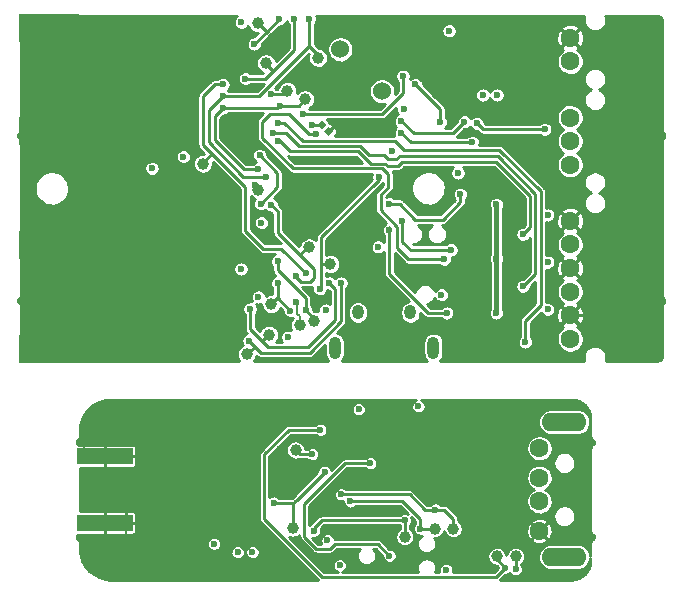
<source format=gbl>
G04 #@! TF.FileFunction,Copper,L4,Bot,Signal*
%FSLAX46Y46*%
G04 Gerber Fmt 4.6, Leading zero omitted, Abs format (unit mm)*
G04 Created by KiCad (PCBNEW 4.0.2-4+6225~38~ubuntu14.04.1-stable) date Sun 08 May 2016 20:50:49 BST*
%MOMM*%
G01*
G04 APERTURE LIST*
%ADD10C,0.100000*%
%ADD11R,5.080000X2.413000*%
%ADD12C,1.524000*%
%ADD13C,1.600000*%
%ADD14O,1.000000X1.250000*%
%ADD15O,1.000000X1.900000*%
%ADD16C,0.600000*%
%ADD17C,1.000000*%
%ADD18O,3.800000X1.600000*%
%ADD19R,4.700000X1.350000*%
%ADD20C,0.220000*%
%ADD21C,0.180000*%
%ADD22C,0.400000*%
%ADD23C,0.254000*%
G04 APERTURE END LIST*
D10*
D11*
X107750000Y-79081500D03*
X107750000Y-70318500D03*
X107750000Y-60681500D03*
X107750000Y-51918500D03*
D12*
X132432233Y-53732233D03*
X135967767Y-57267767D03*
D10*
G36*
X130506618Y-60114314D02*
X130874314Y-59746618D01*
X131242010Y-60114314D01*
X130874314Y-60482010D01*
X130506618Y-60114314D01*
X130506618Y-60114314D01*
G37*
G36*
X131072304Y-60680000D02*
X131440000Y-60312304D01*
X131807696Y-60680000D01*
X131440000Y-61047696D01*
X131072304Y-60680000D01*
X131072304Y-60680000D01*
G37*
D13*
X151900000Y-63500000D03*
X151900000Y-61500000D03*
X151900000Y-59500000D03*
X151900000Y-54749999D03*
X151900000Y-52749999D03*
X151900001Y-78250000D03*
X151900001Y-76250000D03*
X151900001Y-74250000D03*
X151900001Y-72250000D03*
X151900001Y-70250000D03*
X151900001Y-68250000D03*
D14*
X138375000Y-76000000D03*
X133925000Y-76000000D03*
D15*
X140325000Y-79000000D03*
X131975000Y-79000000D03*
D16*
X133600000Y-63000000D03*
X131100000Y-63000000D03*
X128600000Y-63000000D03*
X133600000Y-65500000D03*
X131100000Y-65500000D03*
X128600000Y-65500000D03*
X133600000Y-68000000D03*
X131100000Y-68000000D03*
X128600000Y-68000000D03*
D17*
X124500000Y-79550000D03*
X126400000Y-77900000D03*
X126600000Y-75300000D03*
X131600000Y-71900000D03*
X129000000Y-77100000D03*
X129800000Y-70500000D03*
X130250000Y-76700000D03*
X127950000Y-57250000D03*
X126150000Y-54900000D03*
X129450000Y-57950000D03*
X130549999Y-54450000D03*
X125500000Y-65600000D03*
X120800000Y-63400000D03*
X125450000Y-51500000D03*
D18*
X151400000Y-96700000D03*
X151400000Y-85300000D03*
D13*
X149300000Y-92000000D03*
X149300000Y-90000000D03*
X149300000Y-87500000D03*
X149300000Y-94500000D03*
D19*
X112500000Y-88175000D03*
X112500000Y-93825000D03*
D17*
X137900000Y-95000000D03*
X147300000Y-96650000D03*
X128400000Y-94250000D03*
X128650000Y-87650000D03*
X142000000Y-94300000D03*
X145700000Y-96650000D03*
X140450000Y-94300000D03*
D16*
X124050000Y-51450000D03*
X124020000Y-72320000D03*
X136850000Y-62350000D03*
X130000000Y-60100000D03*
X125750000Y-68400000D03*
X125500001Y-74700000D03*
X141650000Y-52150000D03*
X116500001Y-63800000D03*
X135650000Y-70450001D03*
X131200000Y-75800000D03*
X128000001Y-78100000D03*
X141000000Y-74500000D03*
X137800000Y-58800000D03*
X119150000Y-62800000D03*
X145700001Y-57600000D03*
X144499999Y-57600000D03*
X142400000Y-64200000D03*
X150000000Y-67750000D03*
X150000000Y-71750000D03*
X150000000Y-75750000D03*
X141400000Y-97800000D03*
X121750000Y-95600000D03*
X123750000Y-96300000D03*
X125000000Y-96300000D03*
X131350000Y-95300000D03*
X134000000Y-84200000D03*
X139050000Y-83950000D03*
X132400000Y-97400000D03*
X130800000Y-56699999D03*
X129299999Y-55850000D03*
X126500000Y-53749999D03*
X106299999Y-53920000D03*
X109300000Y-53900000D03*
X106300000Y-58420000D03*
X109300000Y-58400000D03*
X106299999Y-62620000D03*
X109300000Y-62600000D03*
X106299999Y-68220000D03*
X109300000Y-68200000D03*
X106300000Y-72320000D03*
X109300000Y-72300000D03*
X106299999Y-76920000D03*
X109300000Y-76900000D03*
X117250000Y-56450000D03*
X131300000Y-74700000D03*
X117550000Y-60750000D03*
X115200000Y-60400000D03*
X114100000Y-60400000D03*
X134600000Y-57850000D03*
X142550000Y-55700000D03*
X148550000Y-51950000D03*
X148000000Y-54500000D03*
X150500000Y-56550000D03*
X148650000Y-58450000D03*
X148650000Y-62550000D03*
X144700000Y-61650000D03*
X140900000Y-57650000D03*
X133400000Y-52450000D03*
X134450000Y-56800000D03*
X156250000Y-53200000D03*
X158700000Y-55700000D03*
X156200000Y-58200000D03*
X158750000Y-60700000D03*
X156200000Y-63200000D03*
X158750000Y-65700000D03*
X156200000Y-68250000D03*
X158700000Y-70750000D03*
X156200000Y-73250000D03*
X158700000Y-75750000D03*
X156250000Y-78200000D03*
X139600000Y-68900000D03*
X130850000Y-79700000D03*
X126400000Y-76550000D03*
X126100000Y-71650000D03*
X125000000Y-73350000D03*
X123700000Y-60300000D03*
X123750000Y-54650000D03*
X122500000Y-54000000D03*
X123700000Y-52550000D03*
X122100000Y-52550000D03*
X120500000Y-52550000D03*
X118500000Y-54850000D03*
X118950000Y-52500000D03*
X117450000Y-52499999D03*
X116099999Y-52500000D03*
X116600000Y-54800000D03*
X114800000Y-54850000D03*
X114550000Y-52550000D03*
X112950000Y-52550000D03*
X113000000Y-54800000D03*
X111200001Y-55550000D03*
X111150000Y-54600000D03*
X111150000Y-52500000D03*
X111200000Y-56950000D03*
X111200000Y-57850000D03*
X111250000Y-59400000D03*
X111250000Y-60700000D03*
X111300000Y-62300000D03*
X113200000Y-62050000D03*
X114800000Y-62900000D03*
X113200000Y-64000000D03*
X111150000Y-63950000D03*
X111150000Y-66000000D03*
X112800000Y-65999999D03*
X114500000Y-66050000D03*
X122299999Y-64600000D03*
X120500000Y-64600000D03*
X115400000Y-64650000D03*
X116000000Y-66000000D03*
X117700000Y-64600000D03*
X117400000Y-66050000D03*
X118900000Y-66050000D03*
X120500000Y-66050000D03*
X123800000Y-66000000D03*
X122000000Y-66000000D03*
X122500000Y-67800000D03*
X114900000Y-79300000D03*
X114900000Y-76850000D03*
X114900000Y-74300000D03*
X114900000Y-71850000D03*
X117450000Y-71850001D03*
X117450000Y-74300000D03*
X117450001Y-76850000D03*
X117450000Y-79300000D03*
X119900001Y-79300000D03*
X119900000Y-76850000D03*
X119900000Y-74300000D03*
X119900000Y-71850000D03*
X119900000Y-69300000D03*
X117450000Y-69300000D03*
X114900000Y-69300000D03*
X110800000Y-70600000D03*
X111250000Y-75100001D03*
X110200000Y-72950000D03*
X113340000Y-69900000D03*
X113340000Y-72100000D03*
X112245000Y-69900000D03*
X112245000Y-72095000D03*
X107770000Y-78420000D03*
X107770000Y-69670000D03*
X109870000Y-79820000D03*
X109870000Y-78420000D03*
X108870000Y-78420000D03*
X108870000Y-79820000D03*
X107770000Y-79820000D03*
X106770000Y-79820000D03*
X106770000Y-78420000D03*
X105670000Y-78420000D03*
X105670000Y-79820000D03*
X109870001Y-71020000D03*
X109870000Y-69620000D03*
X108870000Y-69620000D03*
X108870000Y-71020000D03*
X107769999Y-71020000D03*
X106770001Y-71020000D03*
X106770000Y-69620000D03*
X105670001Y-69620000D03*
X105670000Y-71020000D03*
X108820000Y-51220000D03*
X106720000Y-51220000D03*
X107720000Y-51220000D03*
X109820000Y-51220000D03*
X109820000Y-52620000D03*
X108820000Y-52620000D03*
X107720000Y-52620000D03*
X106720000Y-52620000D03*
X105620000Y-52620000D03*
X105620000Y-51220000D03*
X109820000Y-61420000D03*
X109820000Y-60020000D03*
X107720000Y-61420000D03*
X107720000Y-60019999D03*
X108820000Y-61419999D03*
X108820000Y-60020000D03*
X106720000Y-61420000D03*
X106720000Y-60020000D03*
X105620000Y-61420000D03*
X105620000Y-60020000D03*
X125750000Y-69400000D03*
X135850000Y-72050000D03*
X119550000Y-58650000D03*
X120150000Y-59550000D03*
X120150000Y-57850000D03*
X118750000Y-57850000D03*
X118800000Y-59550000D03*
X144250000Y-65800000D03*
X137750000Y-53200000D03*
X135650000Y-52250000D03*
X143390000Y-57620000D03*
X144450000Y-54550000D03*
X148150000Y-71700000D03*
X148099999Y-75650000D03*
X131950000Y-59850000D03*
X137550000Y-72050000D03*
X142850000Y-69150000D03*
X142850000Y-78350000D03*
X142850000Y-73750000D03*
X144100000Y-97800000D03*
X145500000Y-93200000D03*
X143300000Y-96100000D03*
X144400000Y-94600000D03*
X116650000Y-89600000D03*
X148800000Y-83950000D03*
X143800000Y-85100000D03*
X136900000Y-88800000D03*
X140100000Y-86250000D03*
X141650000Y-87000000D03*
X142100000Y-88800000D03*
X147300000Y-88800000D03*
X151000000Y-91000000D03*
X139300000Y-96600000D03*
X131800000Y-96600000D03*
X129150000Y-84300000D03*
X127500000Y-84300000D03*
X126000000Y-84250000D03*
X124500000Y-84300000D03*
X123950000Y-85700000D03*
X122800000Y-88700000D03*
X123950000Y-87400000D03*
X129150000Y-86550000D03*
X127300000Y-87550000D03*
X129150000Y-89600000D03*
X129200000Y-95750000D03*
X129200000Y-97800000D03*
X127500000Y-97800000D03*
X126400000Y-96300000D03*
X126000000Y-98000000D03*
X124250000Y-97750000D03*
X121600000Y-97750000D03*
X121550000Y-84300000D03*
X120000000Y-84250000D03*
X118250000Y-84300000D03*
X116650000Y-84300000D03*
X113750000Y-83750000D03*
X110750000Y-86500000D03*
X113750000Y-86500000D03*
X122000000Y-86000000D03*
X119000000Y-86000000D03*
X120950000Y-87300000D03*
X119350000Y-88050000D03*
X116650000Y-86400000D03*
X116950000Y-87350000D03*
X115400000Y-88200000D03*
X116950000Y-88750000D03*
X114300000Y-88200000D03*
X116650000Y-97750000D03*
X118250000Y-97750000D03*
X120000000Y-98000000D03*
X120250000Y-96500000D03*
X120150000Y-94650000D03*
X118500000Y-95500000D03*
X118550000Y-93650000D03*
X116500000Y-94000000D03*
X116650000Y-92400000D03*
X115350000Y-90450000D03*
X113800000Y-89600000D03*
X110700000Y-89600000D03*
X110700000Y-92400000D03*
X113800000Y-92400000D03*
X113750000Y-98250000D03*
X110750000Y-95500000D03*
X113750000Y-95500000D03*
X122800000Y-92500000D03*
X122850000Y-96300000D03*
X110700000Y-93900000D03*
X111900000Y-93900000D03*
X114300000Y-93900000D03*
X113100000Y-93900000D03*
X113100000Y-88200000D03*
X111900000Y-88200000D03*
X110700000Y-88200000D03*
X125400000Y-91150000D03*
X125400000Y-89800000D03*
X124150000Y-91150000D03*
X124150000Y-89800000D03*
X136400000Y-85850000D03*
X137850000Y-83550000D03*
X134300000Y-90700000D03*
X130400000Y-60900000D03*
X141250000Y-71500000D03*
X136600000Y-96600000D03*
X134975000Y-88775000D03*
X144000000Y-60000000D03*
X149750000Y-60500001D03*
X127150000Y-59950000D03*
X148100000Y-78500000D03*
X126750000Y-60800000D03*
X147900000Y-73800000D03*
X127200001Y-61500000D03*
X147900001Y-69400000D03*
X143600000Y-61600000D03*
X137600000Y-60800000D03*
X137600000Y-59800000D03*
X142950000Y-59850000D03*
X129500000Y-75800000D03*
X127150000Y-71650000D03*
X136600000Y-69000000D03*
X141450000Y-76050000D03*
X137700000Y-68250000D03*
X141800000Y-70700000D03*
X136600000Y-66799999D03*
X142600001Y-66000000D03*
X140900000Y-59900001D03*
X138800000Y-56700000D03*
X145650000Y-66850000D03*
X145650000Y-71450000D03*
X145650000Y-76050000D03*
X124700000Y-78400000D03*
X132500000Y-73500000D03*
X124800000Y-75700000D03*
X131500000Y-73500000D03*
X128200000Y-75850000D03*
X127150000Y-73500000D03*
X135700000Y-64500000D03*
X130700000Y-74000000D03*
X128700000Y-72950000D03*
X126600000Y-66900000D03*
X128650000Y-75100001D03*
X129550000Y-72699999D03*
X122500000Y-56700000D03*
X126550000Y-57550000D03*
X124400000Y-56200000D03*
X128535000Y-51165000D03*
X137900000Y-93600000D03*
X130209981Y-94490019D03*
X127300000Y-58500000D03*
X122500000Y-58700000D03*
X125450000Y-63900000D03*
X147300000Y-97750000D03*
X129800000Y-51150000D03*
X122500000Y-57700000D03*
X126150000Y-64500000D03*
X140495000Y-92695000D03*
X132500000Y-91400000D03*
X125200000Y-65250000D03*
X131100000Y-89500000D03*
X126800000Y-92100000D03*
X137750000Y-56000000D03*
X129300000Y-59200000D03*
X125600000Y-62700000D03*
X125150000Y-53280000D03*
X127265000Y-51165000D03*
X125700000Y-66799999D03*
X139200000Y-94300000D03*
X133300000Y-92000000D03*
X146400000Y-97600000D03*
X130740000Y-85940000D03*
X130050000Y-88000000D03*
D20*
X130000000Y-60100000D02*
X130860000Y-60100000D01*
X130860000Y-60100000D02*
X130874314Y-60114314D01*
X109300000Y-53900000D02*
X109300000Y-53100000D01*
X109300000Y-53100000D02*
X108820000Y-52620000D01*
X106299999Y-53920000D02*
X106299999Y-53040000D01*
X106299999Y-53040000D02*
X106720000Y-52620000D01*
X106300000Y-58420000D02*
X106300000Y-59600000D01*
X106300000Y-59600000D02*
X106720000Y-60020000D01*
X109300000Y-58400000D02*
X109300000Y-59540000D01*
X109300000Y-59540000D02*
X108820000Y-60020000D01*
X109300000Y-62600000D02*
X108820000Y-62120000D01*
X108820000Y-62120000D02*
X108820000Y-61419999D01*
X106299999Y-62620000D02*
X106720000Y-62200000D01*
X106720000Y-62200000D02*
X106720000Y-61420000D01*
X106770000Y-69620000D02*
X106770000Y-68690000D01*
X106770000Y-68690000D02*
X106299999Y-68220000D01*
X108870000Y-69620000D02*
X108870000Y-68630000D01*
X108870000Y-68630000D02*
X109300000Y-68200000D01*
X109300000Y-72300000D02*
X109550000Y-72300000D01*
X109550000Y-72300000D02*
X110200000Y-72950000D01*
X106300000Y-72320000D02*
X106770000Y-71850000D01*
X106770000Y-71850000D02*
X106770001Y-71020000D01*
X106770000Y-78420000D02*
X106770000Y-77390000D01*
X106770000Y-77390000D02*
X106299999Y-76920000D01*
X108870000Y-78420000D02*
X108870000Y-77330000D01*
X108870000Y-77330000D02*
X109300000Y-76900000D01*
X116600000Y-54800000D02*
X116600000Y-55800000D01*
X116600000Y-55800000D02*
X117250000Y-56450000D01*
X111150000Y-52500000D02*
X109940000Y-52499999D01*
X109940000Y-52499999D02*
X109820000Y-52620000D01*
X111200001Y-55550000D02*
X111200001Y-54650000D01*
X111200001Y-54650000D02*
X111150000Y-54600000D01*
X112950000Y-52550000D02*
X111200000Y-52550000D01*
X111200000Y-52550000D02*
X111150000Y-52500000D01*
X114800000Y-54850000D02*
X113050000Y-54850000D01*
X113050000Y-54850000D02*
X113000000Y-54800000D01*
X116099999Y-52500000D02*
X114600000Y-52500000D01*
X114600000Y-52500000D02*
X114550000Y-52550000D01*
X118950000Y-52500000D02*
X117450000Y-52499999D01*
X118500000Y-54850000D02*
X118500001Y-52950000D01*
X118500001Y-52950000D02*
X118950000Y-52500000D01*
X120500000Y-52550000D02*
X119000000Y-52550000D01*
X119000000Y-52550000D02*
X118950000Y-52500000D01*
X122100000Y-52550000D02*
X120500000Y-52550000D01*
X122500000Y-54000000D02*
X122500000Y-52950000D01*
X122500000Y-52950000D02*
X122100000Y-52550000D01*
X122100000Y-52550000D02*
X123700000Y-52550000D01*
X123750000Y-54650000D02*
X123750000Y-52600000D01*
X123750000Y-52600000D02*
X123700000Y-52550000D01*
X113200000Y-62050000D02*
X113200000Y-64000000D01*
X111250000Y-59400000D02*
X111250000Y-57900000D01*
X111250000Y-57900000D02*
X111200000Y-57850000D01*
X111300000Y-62300000D02*
X111300000Y-60750000D01*
X111300000Y-60750000D02*
X111250000Y-60700000D01*
X111150000Y-63950000D02*
X111150000Y-62450000D01*
X111150000Y-62450000D02*
X111300000Y-62300000D01*
X112800000Y-65999999D02*
X111150000Y-66000000D01*
X116000000Y-66000000D02*
X114549999Y-66000000D01*
X114549999Y-66000000D02*
X114500000Y-66050000D01*
X114100000Y-60400000D02*
X115200000Y-60400000D01*
X114800000Y-62900000D02*
X114800000Y-61100000D01*
X114800000Y-61100000D02*
X114100000Y-60400000D01*
X150500000Y-56550000D02*
X148450000Y-54500000D01*
X148450000Y-54500000D02*
X148000000Y-54500000D01*
X148650000Y-58450000D02*
X150500000Y-56600000D01*
X150500000Y-56600000D02*
X150500000Y-56550000D01*
X134450000Y-56800000D02*
X134450000Y-53500000D01*
X134450000Y-53500000D02*
X133400000Y-52450000D01*
X158700000Y-55700000D02*
X156250001Y-53250000D01*
X156250001Y-53250000D02*
X156250000Y-53200000D01*
X156200000Y-58200000D02*
X158700000Y-55700000D01*
X158750000Y-60700000D02*
X156250000Y-58200000D01*
X156250000Y-58200000D02*
X156200000Y-58200000D01*
X156250000Y-63200000D02*
X158750000Y-60700000D01*
X158750000Y-65700000D02*
X156250000Y-63200000D01*
X156250000Y-63200000D02*
X156200000Y-63200000D01*
X156200000Y-68250000D02*
X158750000Y-65700000D01*
X158700000Y-70750000D02*
X156200000Y-68250000D01*
X156200000Y-73250000D02*
X158700000Y-70750000D01*
X158700000Y-75750000D02*
X156200000Y-73250000D01*
X156250000Y-78200000D02*
X158700000Y-75750000D01*
X151900000Y-76250000D02*
X154299999Y-76250000D01*
X154299999Y-76250000D02*
X156250000Y-78200000D01*
X125000000Y-73350000D02*
X126100000Y-72250000D01*
X126100000Y-72250000D02*
X126100000Y-71650000D01*
X116099999Y-52500000D02*
X117450000Y-52499999D01*
X114800000Y-54850000D02*
X116550000Y-54850000D01*
X116550000Y-54850000D02*
X116600000Y-54800000D01*
X112950000Y-52550000D02*
X114550000Y-52550000D01*
X111150000Y-54600000D02*
X112800000Y-54600000D01*
X112800000Y-54600000D02*
X113000000Y-54800000D01*
X111150000Y-52500000D02*
X111150000Y-54600000D01*
X111200000Y-57850000D02*
X111200000Y-56950000D01*
X111250000Y-60700000D02*
X111250000Y-59400000D01*
X113200000Y-62050000D02*
X112950000Y-62300000D01*
X112950000Y-62300000D02*
X111300000Y-62300000D01*
X113200000Y-64000000D02*
X114300000Y-62900000D01*
X114300000Y-62900000D02*
X114800000Y-62900000D01*
X111150000Y-66000000D02*
X111150000Y-63950000D01*
X114500000Y-66050000D02*
X114450000Y-66000000D01*
X114450000Y-66000000D02*
X112800000Y-65999999D01*
X120500000Y-64600000D02*
X122299999Y-64600000D01*
X120500000Y-66050000D02*
X120500000Y-64600000D01*
X116000000Y-66000000D02*
X115400000Y-65400000D01*
X115400000Y-65400000D02*
X115400000Y-64650000D01*
X117400000Y-66050000D02*
X116050000Y-66050000D01*
X116050000Y-66050000D02*
X116000000Y-66000000D01*
X117400000Y-66050000D02*
X117400000Y-64900000D01*
X117400000Y-64900000D02*
X117700000Y-64600000D01*
X118900000Y-66050000D02*
X117400000Y-66050000D01*
X120500000Y-66050000D02*
X118900000Y-66050000D01*
X122000000Y-66000000D02*
X120550000Y-66000000D01*
X120550000Y-66000000D02*
X120500000Y-66050000D01*
X122000000Y-66000000D02*
X123800000Y-66000000D01*
X122500000Y-67800000D02*
X122500000Y-66500000D01*
X122500000Y-66500000D02*
X122000000Y-66000000D01*
X119900000Y-69300000D02*
X121400000Y-67800000D01*
X121400000Y-67800000D02*
X122500000Y-67800000D01*
X110800000Y-70600000D02*
X110380000Y-71020000D01*
X110380000Y-71020000D02*
X109870001Y-71020000D01*
X111250000Y-75100001D02*
X111250000Y-74000000D01*
X111250000Y-74000000D02*
X110200000Y-72950000D01*
X111250000Y-75100001D02*
X111250000Y-77040000D01*
X111250000Y-77040000D02*
X109870000Y-78420000D01*
X114900000Y-76850000D02*
X114900000Y-79300000D01*
X114900000Y-74300000D02*
X114900000Y-76850000D01*
X114900000Y-71850000D02*
X114900000Y-74300000D01*
X117450000Y-71850001D02*
X114900000Y-71850000D01*
X117450000Y-74300000D02*
X117450000Y-71850001D01*
X117450001Y-76850000D02*
X117450000Y-74300000D01*
X117450000Y-79300000D02*
X117450001Y-76850000D01*
X119900001Y-79300000D02*
X117450000Y-79300000D01*
X119900000Y-76850000D02*
X119900001Y-79300000D01*
X119900000Y-74300000D02*
X119900000Y-76850000D01*
X119900000Y-71850000D02*
X119900000Y-74300000D01*
X119900000Y-69300000D02*
X119900000Y-71850000D01*
X117450000Y-69300000D02*
X119900000Y-69300000D01*
X114900000Y-69300000D02*
X117450000Y-69300000D01*
X113340000Y-69900000D02*
X114300000Y-69900000D01*
X114300000Y-69900000D02*
X114900000Y-69300000D01*
D21*
X141650000Y-87000000D02*
X141900000Y-87000000D01*
X141900000Y-87000000D02*
X143800000Y-85100000D01*
X121600000Y-97750000D02*
X120250000Y-97750000D01*
X120250000Y-97750000D02*
X120000000Y-98000000D01*
X121600000Y-97750000D02*
X124250000Y-97750000D01*
X124250000Y-97750000D02*
X125750000Y-97750000D01*
X125750000Y-97750000D02*
X126000000Y-98000000D01*
X126000000Y-98000000D02*
X126000000Y-96700000D01*
X126000000Y-96700000D02*
X126400000Y-96300000D01*
X127500000Y-97800000D02*
X126200000Y-97800000D01*
X126200000Y-97800000D02*
X126000000Y-98000000D01*
X127300000Y-87550000D02*
X127300000Y-87750000D01*
X127300000Y-87750000D02*
X129150000Y-89600000D01*
X129150000Y-86550000D02*
X128300000Y-86550000D01*
X128300000Y-86550000D02*
X127300000Y-87550000D01*
X127500000Y-84300000D02*
X129150000Y-84300000D01*
X126000000Y-84250000D02*
X127450000Y-84250000D01*
X127450000Y-84250000D02*
X127500000Y-84300000D01*
X124500000Y-84300000D02*
X125950000Y-84300000D01*
X125950000Y-84300000D02*
X126000000Y-84250000D01*
X124500000Y-84300000D02*
X124500000Y-85150000D01*
X124500000Y-85150000D02*
X123950000Y-85700000D01*
X122800000Y-88700000D02*
X122800000Y-88550000D01*
X122800000Y-88550000D02*
X123950000Y-87400000D01*
X123550000Y-86000000D02*
X123650000Y-86000000D01*
X122000000Y-86000000D02*
X123550000Y-86000000D01*
X123550000Y-86000000D02*
X123550000Y-87000000D01*
X123550000Y-87000000D02*
X123950000Y-87400000D01*
X123650000Y-86000000D02*
X123950000Y-85700000D01*
X120950000Y-87300000D02*
X120950000Y-87050000D01*
X120950000Y-87050000D02*
X122000000Y-86000000D01*
X120950000Y-87300000D02*
X120100000Y-87300000D01*
X120100000Y-87300000D02*
X119350000Y-88050000D01*
X121550000Y-84300000D02*
X121550000Y-85550000D01*
X121550000Y-85550000D02*
X122000000Y-86000000D01*
X120000000Y-84250000D02*
X121500000Y-84250000D01*
X121500000Y-84250000D02*
X121550000Y-84300000D01*
X119000000Y-86000000D02*
X119000000Y-85250000D01*
X119000000Y-85250000D02*
X120000000Y-84250000D01*
X118250000Y-84300000D02*
X119950000Y-84300000D01*
X119950000Y-84300000D02*
X120000000Y-84250000D01*
X116650000Y-84300000D02*
X118250000Y-84300000D01*
X116650000Y-86400000D02*
X116650000Y-84300000D01*
X116650000Y-86400000D02*
X116650000Y-87050000D01*
X116650000Y-87050000D02*
X116950000Y-87350000D01*
X116400000Y-88150000D02*
X116950000Y-87600000D01*
X116950000Y-87600000D02*
X116950000Y-87350000D01*
X116400000Y-88200000D02*
X116400000Y-88150000D01*
X115400000Y-88200000D02*
X116400000Y-88200000D01*
X116400000Y-88200000D02*
X116950000Y-88750000D01*
X114300000Y-88200000D02*
X115400000Y-88200000D01*
X113750000Y-95500000D02*
X113750000Y-98250000D01*
X114300000Y-93900000D02*
X114300000Y-94950000D01*
X114300000Y-94950000D02*
X113750000Y-95500000D01*
X113750000Y-86500000D02*
X113750000Y-83750000D01*
X110750000Y-86500000D02*
X113750000Y-86500000D01*
X110700000Y-88200000D02*
X110700000Y-86550000D01*
X110700000Y-86550000D02*
X110750000Y-86500000D01*
D20*
X118500000Y-95500000D02*
X119300000Y-95500000D01*
X119300000Y-95500000D02*
X120150000Y-94650000D01*
X120250000Y-96500000D02*
X119500000Y-96500000D01*
X119500000Y-96500000D02*
X118500000Y-95500000D01*
X120000000Y-98000000D02*
X120000000Y-96750000D01*
X120000000Y-96750000D02*
X120250000Y-96500000D01*
X118250000Y-97750000D02*
X119750000Y-97750000D01*
X119750000Y-97750000D02*
X120000000Y-98000000D01*
X116650000Y-97750000D02*
X118250000Y-97750000D01*
X118550000Y-93650000D02*
X118550000Y-95450000D01*
X118550000Y-95450000D02*
X118500000Y-95500000D01*
X116500000Y-94000000D02*
X118200000Y-94000000D01*
X118200000Y-94000000D02*
X118550000Y-93650000D01*
X116650000Y-92400000D02*
X116650000Y-93850000D01*
X116650000Y-93850000D02*
X116500000Y-94000000D01*
X115350000Y-90450000D02*
X116650000Y-91750000D01*
X116650000Y-91750000D02*
X116650000Y-92400000D01*
X113800000Y-89600000D02*
X114500000Y-89600000D01*
X114500000Y-89600000D02*
X115350000Y-90450000D01*
X110700000Y-89600000D02*
X113800000Y-89600000D01*
X110700000Y-92400000D02*
X110700000Y-89600000D01*
X113800000Y-92400000D02*
X110700000Y-92400000D01*
X114300000Y-93900000D02*
X114300000Y-92900000D01*
X114300000Y-92900000D02*
X113800000Y-92400000D01*
X113750000Y-95500000D02*
X110750000Y-95500000D01*
X141250000Y-71500000D02*
X138200000Y-71500000D01*
X138200000Y-71500000D02*
X137250000Y-70550000D01*
X137250000Y-70550000D02*
X137250000Y-68750000D01*
X137250000Y-68750000D02*
X135850000Y-67350000D01*
X128400000Y-63800000D02*
X125800000Y-61200000D01*
X135850000Y-67350000D02*
X135850000Y-66050000D01*
X135850000Y-66050000D02*
X136500000Y-65400000D01*
X136500000Y-64300000D02*
X136000000Y-63800000D01*
X125800000Y-59900000D02*
X126500000Y-59200000D01*
X136500000Y-65400000D02*
X136500000Y-64300000D01*
X136000000Y-63800000D02*
X128400000Y-63800000D01*
X125800000Y-61200000D02*
X125800000Y-59900000D01*
X126500000Y-59200000D02*
X128100000Y-59200000D01*
X128100000Y-59200000D02*
X129800000Y-60900000D01*
X129800000Y-60900000D02*
X130400000Y-60900000D01*
X136600000Y-96600000D02*
X135600000Y-95600000D01*
X135600000Y-95600000D02*
X132000000Y-95600000D01*
X132000000Y-95600000D02*
X131600000Y-96000000D01*
X131600000Y-96000000D02*
X130400000Y-96000000D01*
X130400000Y-96000000D02*
X129400000Y-95000000D01*
X129400000Y-95000000D02*
X129400000Y-92200000D01*
X129400000Y-92200000D02*
X132825000Y-88775000D01*
X132825000Y-88775000D02*
X134975000Y-88775000D01*
X144500000Y-60500000D02*
X144000000Y-60000000D01*
X149750000Y-60500001D02*
X144500000Y-60500000D01*
X129250000Y-61499999D02*
X127700000Y-59949999D01*
X127700000Y-59949999D02*
X127150000Y-59950000D01*
X137050000Y-61499999D02*
X129250000Y-61499999D01*
X148100000Y-78500000D02*
X148099999Y-76700000D01*
X145899999Y-62250000D02*
X137800001Y-62250000D01*
X148099999Y-76700000D02*
X149400000Y-75400000D01*
X149400000Y-75400000D02*
X149400000Y-65750000D01*
X149400000Y-65750000D02*
X145899999Y-62250000D01*
X137800001Y-62250000D02*
X137050000Y-61499999D01*
X134100000Y-61900000D02*
X129050000Y-61900000D01*
X128900000Y-61900000D02*
X129050000Y-61900000D01*
X127800000Y-60800000D02*
X128900000Y-61900000D01*
X126750000Y-60800000D02*
X127800000Y-60800000D01*
X147900000Y-73800000D02*
X148950000Y-72750000D01*
X137150001Y-63050000D02*
X136500000Y-63050000D01*
X148950000Y-72750000D02*
X148950000Y-65950000D01*
X148950000Y-65950000D02*
X145750000Y-62750000D01*
X145750000Y-62750000D02*
X137450001Y-62750000D01*
X137450001Y-62750000D02*
X137150001Y-63050000D01*
X136500000Y-63050000D02*
X136150000Y-62700000D01*
X136150000Y-62700000D02*
X134900000Y-62700000D01*
X134900000Y-62700000D02*
X134100000Y-61900000D01*
X127200001Y-61500000D02*
X127300000Y-61500000D01*
X128150000Y-62350000D02*
X133950000Y-62350000D01*
X127300000Y-61500000D02*
X128150000Y-62350000D01*
X133950000Y-62350000D02*
X135000000Y-63400000D01*
X135000000Y-63400000D02*
X136250000Y-63400000D01*
X136250000Y-63400000D02*
X136450000Y-63600000D01*
X136450000Y-63600000D02*
X137300000Y-63600000D01*
X137650000Y-63250000D02*
X145600000Y-63250000D01*
X137300000Y-63600000D02*
X137650000Y-63250000D01*
X148500001Y-68800000D02*
X147900001Y-69400000D01*
X145600000Y-63250000D02*
X148500001Y-66150000D01*
X148500001Y-66150000D02*
X148500001Y-68800000D01*
X143600000Y-61600000D02*
X138400000Y-61600000D01*
X138400000Y-61600000D02*
X137600000Y-60800000D01*
X138650000Y-60850000D02*
X137600000Y-59800000D01*
X141950000Y-60850000D02*
X138650000Y-60850000D01*
X142950000Y-59850000D02*
X141950000Y-60850000D01*
X130250000Y-76700000D02*
X130250000Y-76550000D01*
X130250000Y-76550000D02*
X129500000Y-75800000D01*
X129500000Y-74800000D02*
X129500000Y-75800000D01*
X129500000Y-74800000D02*
X127150000Y-72450000D01*
X127150000Y-71650000D02*
X127150000Y-72450000D01*
X141450000Y-76050000D02*
X139900000Y-76050000D01*
X139900000Y-76050000D02*
X136600000Y-72750000D01*
X136600000Y-72750000D02*
X136600000Y-68800000D01*
X137700000Y-68250000D02*
X137700000Y-70000000D01*
X137700000Y-70000000D02*
X138400000Y-70700000D01*
X141800000Y-70700000D02*
X138400000Y-70700000D01*
X141100000Y-68150000D02*
X138900000Y-68150000D01*
X137450000Y-66800000D02*
X138800000Y-68150000D01*
X138800000Y-68150000D02*
X138900000Y-68150000D01*
X136600000Y-66799999D02*
X137450000Y-66800000D01*
X142600000Y-66650000D02*
X141100000Y-68150000D01*
X142600001Y-66000000D02*
X142600000Y-66650000D01*
X140900000Y-58800000D02*
X138800000Y-56700000D01*
X140900000Y-59900001D02*
X140900000Y-58800000D01*
D22*
X145650000Y-71450000D02*
X145650000Y-66850000D01*
X145650000Y-76050000D02*
X145650000Y-71450000D01*
D20*
X152150000Y-63250000D02*
X151900001Y-63500000D01*
X125700000Y-79400000D02*
X125200000Y-78900000D01*
X125200000Y-78900000D02*
X124700000Y-78400000D01*
X124550000Y-79550000D02*
X125200000Y-78900000D01*
X124500000Y-79550000D02*
X124550000Y-79550000D01*
X132500000Y-73500000D02*
X132500001Y-76400000D01*
X129850000Y-79400000D02*
X132500000Y-76750000D01*
X132500000Y-76750000D02*
X132500001Y-76400000D01*
X125700000Y-79400000D02*
X129850000Y-79400000D01*
X126350000Y-78950000D02*
X125800001Y-78400000D01*
X125800001Y-78400000D02*
X124800000Y-77400000D01*
X126400000Y-77900000D02*
X126300000Y-77900001D01*
X126300000Y-77900001D02*
X125800001Y-78400000D01*
X132000000Y-74000000D02*
X132000000Y-76650000D01*
X126350000Y-78950000D02*
X129700000Y-78950000D01*
X129700000Y-78950000D02*
X132000000Y-76650000D01*
X124800000Y-77400000D02*
X124800000Y-75700000D01*
X131500000Y-73500000D02*
X132000000Y-74000000D01*
X127150000Y-74800000D02*
X127100000Y-74800000D01*
X127100000Y-74800000D02*
X126600000Y-75300000D01*
X127150000Y-73500000D02*
X127150000Y-74800000D01*
X127150000Y-74800000D02*
X128200000Y-75850000D01*
X130800000Y-73900000D02*
X130800000Y-71899999D01*
X130800000Y-71899999D02*
X130800000Y-69650000D01*
X131600000Y-71900000D02*
X130800000Y-71899999D01*
X130700000Y-74000000D02*
X130800000Y-73900000D01*
X130800000Y-69650000D02*
X135700000Y-64750000D01*
X135700000Y-64750000D02*
X135700000Y-64500000D01*
X130250000Y-72350000D02*
X129000000Y-71100000D01*
X129000000Y-71100000D02*
X127150000Y-69250000D01*
X129800000Y-70500000D02*
X129600000Y-70500000D01*
X129600000Y-70500000D02*
X129000000Y-71100000D01*
X129100000Y-73400000D02*
X128700000Y-73000000D01*
X128700000Y-73000000D02*
X128700000Y-72950000D01*
X127150000Y-69250000D02*
X127150000Y-67450000D01*
X127150000Y-67450000D02*
X126600000Y-66900000D01*
X130250000Y-73050000D02*
X130250000Y-72350000D01*
X129900000Y-73400001D02*
X130250000Y-73050000D01*
X129100000Y-73400000D02*
X129900000Y-73400001D01*
D21*
X128800000Y-76099999D02*
X128800000Y-75250000D01*
D20*
X128800000Y-75250000D02*
X128650000Y-75100001D01*
D21*
X129000000Y-76300000D02*
X128800000Y-76099999D01*
X129000000Y-77100000D02*
X129000000Y-76300000D01*
D20*
X120800000Y-61800000D02*
X121550000Y-62550000D01*
X120800000Y-63400000D02*
X120800000Y-63300000D01*
X120800000Y-63300000D02*
X121550000Y-62550000D01*
X121550000Y-62550000D02*
X124400000Y-65400000D01*
X120800000Y-57700000D02*
X120800000Y-61800000D01*
X122500000Y-56700000D02*
X121800000Y-56699999D01*
X121800000Y-56699999D02*
X120800000Y-57700000D01*
X124400000Y-65400000D02*
X124400000Y-69100000D01*
X124400000Y-69100000D02*
X125900000Y-70600000D01*
X125900000Y-70600000D02*
X127450000Y-70600000D01*
X127450000Y-70600000D02*
X129550000Y-72699999D01*
X126550000Y-57550000D02*
X127650000Y-57550000D01*
X127650000Y-57550000D02*
X127950000Y-57250000D01*
X128535000Y-53765000D02*
X126750000Y-55550000D01*
X126750000Y-55550000D02*
X126100000Y-56200000D01*
X126150000Y-54900000D02*
X126150000Y-54950000D01*
X126150000Y-54950000D02*
X126750000Y-55550000D01*
X126100000Y-56200000D02*
X124400000Y-56200000D01*
X128535000Y-51165000D02*
X128535000Y-53765000D01*
X137900000Y-95000000D02*
X137900000Y-93600000D01*
X137900000Y-93600000D02*
X130850000Y-93600000D01*
X130850000Y-93600000D02*
X130209981Y-94240019D01*
X130209981Y-94240019D02*
X130209981Y-94490019D01*
X127300000Y-58500000D02*
X128900000Y-58500000D01*
X128900000Y-58500000D02*
X129450000Y-57950000D01*
X122500000Y-58700000D02*
X127100000Y-58700000D01*
X127100000Y-58700000D02*
X127300000Y-58500000D01*
X121800000Y-61400000D02*
X121800000Y-59400000D01*
X121800000Y-59400000D02*
X122500000Y-58700000D01*
X124300000Y-63900000D02*
X121800000Y-61400000D01*
X125450000Y-63900000D02*
X124300000Y-63900000D01*
X147300000Y-97750000D02*
X147300000Y-96650000D01*
X130549999Y-54450000D02*
X130550000Y-54200000D01*
X130550000Y-54200000D02*
X129800000Y-53450000D01*
X121300000Y-61600000D02*
X121300000Y-58900000D01*
X121300000Y-58900000D02*
X122500000Y-57700000D01*
X129800000Y-53450000D02*
X125550000Y-57700000D01*
X125550000Y-57700000D02*
X122500000Y-57700000D01*
X129800000Y-51150000D02*
X129800000Y-53450000D01*
X126150000Y-64500000D02*
X124200000Y-64500000D01*
X124200000Y-64500000D02*
X121300000Y-61600000D01*
X142000000Y-94300000D02*
X142000000Y-93450000D01*
X142000000Y-93450000D02*
X141245000Y-92695000D01*
X140495000Y-92695000D02*
X141245000Y-92695000D01*
X139595000Y-92695000D02*
X138300000Y-91400000D01*
X138300000Y-91400000D02*
X133300000Y-91400000D01*
X140495000Y-92695000D02*
X139595000Y-92695000D01*
X133300000Y-91400000D02*
X132500000Y-91400000D01*
X125200000Y-65250000D02*
X125200000Y-65300000D01*
X125200000Y-65300000D02*
X125500000Y-65600000D01*
X128500000Y-92100000D02*
X128600000Y-92000000D01*
X128600000Y-92000000D02*
X128750000Y-91850000D01*
X128400000Y-94250000D02*
X128400000Y-92200000D01*
X128400000Y-92200000D02*
X128600000Y-92000000D01*
X126800000Y-92100000D02*
X127800000Y-92100000D01*
X127800000Y-92100000D02*
X128500000Y-92100000D01*
X131100000Y-89500000D02*
X128750000Y-91850000D01*
X137750000Y-56000000D02*
X137750000Y-57450000D01*
X137750000Y-57450000D02*
X136000000Y-59200000D01*
X129300000Y-59200000D02*
X136000000Y-59200000D01*
X127265000Y-51165000D02*
X126200000Y-52230000D01*
X126200000Y-52230000D02*
X125150000Y-53280000D01*
X125450000Y-51500000D02*
X125470000Y-51500000D01*
X125470000Y-51500000D02*
X126200000Y-52230000D01*
X127100000Y-65399999D02*
X127100000Y-64200000D01*
X127100000Y-64200000D02*
X125600000Y-62700000D01*
X125700000Y-66799999D02*
X127100000Y-65399999D01*
X139200000Y-94300000D02*
X140450000Y-94300000D01*
X139200000Y-94300000D02*
X139200000Y-93500000D01*
X139200000Y-93500000D02*
X137700000Y-92000000D01*
X137700000Y-92000000D02*
X133300000Y-92000000D01*
X146400000Y-97600000D02*
X145700000Y-96900000D01*
X145700000Y-96900000D02*
X145700000Y-96650000D01*
X130900000Y-98400000D02*
X145600000Y-98400000D01*
X146400000Y-97600000D02*
X145600000Y-98400000D01*
X130740000Y-85940000D02*
X128060000Y-85940000D01*
X128060000Y-85940000D02*
X126000000Y-88000000D01*
X126000000Y-88000000D02*
X126000000Y-93500000D01*
X126000000Y-93500000D02*
X130900000Y-98400000D01*
X130050000Y-88000000D02*
X129000000Y-88000000D01*
X129000000Y-88000000D02*
X128650000Y-87650000D01*
D23*
G36*
X153092961Y-50962269D02*
X153054348Y-51143927D01*
X153051755Y-51329625D01*
X153085281Y-51512291D01*
X153153647Y-51684965D01*
X153254251Y-51841072D01*
X153383261Y-51974665D01*
X153535762Y-52080656D01*
X153705945Y-52155007D01*
X153887329Y-52194887D01*
X154073004Y-52198776D01*
X154255899Y-52166527D01*
X154429047Y-52099368D01*
X154585852Y-51999856D01*
X154720343Y-51871782D01*
X154827396Y-51720025D01*
X154902933Y-51550365D01*
X154944078Y-51369264D01*
X154947040Y-51157141D01*
X154910968Y-50974962D01*
X154889139Y-50922000D01*
X159279360Y-50922000D01*
X159373028Y-50931184D01*
X159443274Y-50952393D01*
X159508063Y-50986841D01*
X159564928Y-51033219D01*
X159611699Y-51089756D01*
X159646599Y-51154302D01*
X159668298Y-51224400D01*
X159678000Y-51316707D01*
X159678000Y-60500000D01*
X159681875Y-60539516D01*
X159685475Y-60579075D01*
X159685893Y-60580494D01*
X159686037Y-60581967D01*
X159697504Y-60619945D01*
X159708728Y-60658084D01*
X159709415Y-60659399D01*
X159709842Y-60660812D01*
X159728450Y-60695808D01*
X159746885Y-60731072D01*
X159747814Y-60732227D01*
X159748507Y-60733531D01*
X159773615Y-60764317D01*
X159798493Y-60795258D01*
X159799624Y-60796207D01*
X159800561Y-60797356D01*
X159831186Y-60822691D01*
X159861584Y-60848198D01*
X159862881Y-60848911D01*
X159864021Y-60849854D01*
X159873000Y-60854709D01*
X159873000Y-61144756D01*
X159868928Y-61146885D01*
X159867773Y-61147814D01*
X159866469Y-61148507D01*
X159835683Y-61173615D01*
X159804742Y-61198493D01*
X159803793Y-61199624D01*
X159802644Y-61200561D01*
X159777309Y-61231186D01*
X159751802Y-61261584D01*
X159751089Y-61262881D01*
X159750146Y-61264021D01*
X159731250Y-61298968D01*
X159712125Y-61333757D01*
X159711678Y-61335166D01*
X159710974Y-61336468D01*
X159699218Y-61374446D01*
X159687222Y-61412261D01*
X159687057Y-61413729D01*
X159686619Y-61415145D01*
X159682463Y-61454687D01*
X159678041Y-61494108D01*
X159678021Y-61496947D01*
X159678010Y-61497054D01*
X159678020Y-61497161D01*
X159678000Y-61500000D01*
X159678000Y-74500000D01*
X159681875Y-74539516D01*
X159685475Y-74579075D01*
X159685893Y-74580494D01*
X159686037Y-74581967D01*
X159697504Y-74619945D01*
X159708728Y-74658084D01*
X159709415Y-74659399D01*
X159709842Y-74660812D01*
X159728450Y-74695808D01*
X159746885Y-74731072D01*
X159747814Y-74732227D01*
X159748507Y-74733531D01*
X159773615Y-74764317D01*
X159798493Y-74795258D01*
X159799624Y-74796207D01*
X159800561Y-74797356D01*
X159831186Y-74822691D01*
X159861584Y-74848198D01*
X159862881Y-74848911D01*
X159864021Y-74849854D01*
X159873000Y-74854709D01*
X159873000Y-75144756D01*
X159868928Y-75146885D01*
X159867773Y-75147814D01*
X159866469Y-75148507D01*
X159835683Y-75173615D01*
X159804742Y-75198493D01*
X159803793Y-75199624D01*
X159802644Y-75200561D01*
X159777309Y-75231186D01*
X159751802Y-75261584D01*
X159751089Y-75262881D01*
X159750146Y-75264021D01*
X159731250Y-75298968D01*
X159712125Y-75333757D01*
X159711678Y-75335166D01*
X159710974Y-75336468D01*
X159699218Y-75374446D01*
X159687222Y-75412261D01*
X159687057Y-75413729D01*
X159686619Y-75415145D01*
X159682463Y-75454687D01*
X159678041Y-75494108D01*
X159678021Y-75496947D01*
X159678010Y-75497054D01*
X159678020Y-75497161D01*
X159678000Y-75500000D01*
X159678000Y-79679360D01*
X159668816Y-79773027D01*
X159647607Y-79843275D01*
X159613159Y-79908063D01*
X159566781Y-79964928D01*
X159510244Y-80011699D01*
X159445697Y-80046600D01*
X159375601Y-80068298D01*
X159283293Y-80078000D01*
X154890631Y-80078000D01*
X154902934Y-80050366D01*
X154944079Y-79869265D01*
X154947041Y-79657142D01*
X154910969Y-79474963D01*
X154840198Y-79303259D01*
X154737424Y-79148572D01*
X154606562Y-79016793D01*
X154452596Y-78912942D01*
X154281391Y-78840974D01*
X154099468Y-78803631D01*
X153913757Y-78802334D01*
X153731330Y-78837134D01*
X153559137Y-78906705D01*
X153403736Y-79008396D01*
X153271047Y-79138335D01*
X153166123Y-79291572D01*
X153092962Y-79462270D01*
X153054349Y-79643928D01*
X153051756Y-79829626D01*
X153085282Y-80012292D01*
X153111297Y-80078000D01*
X140897011Y-80078000D01*
X140917615Y-80061434D01*
X141023871Y-79934803D01*
X141103508Y-79789945D01*
X141153491Y-79632377D01*
X141171917Y-79468102D01*
X141172000Y-79456276D01*
X141172000Y-78543724D01*
X141155869Y-78379208D01*
X141108090Y-78220957D01*
X141030484Y-78075001D01*
X140926006Y-77946899D01*
X140798636Y-77841529D01*
X140653226Y-77762906D01*
X140495313Y-77714024D01*
X140330913Y-77696745D01*
X140166288Y-77711727D01*
X140007708Y-77758399D01*
X139861214Y-77834985D01*
X139732385Y-77938566D01*
X139626129Y-78065197D01*
X139546492Y-78210055D01*
X139496509Y-78367623D01*
X139478083Y-78531898D01*
X139478000Y-78543724D01*
X139478000Y-79456276D01*
X139494131Y-79620792D01*
X139541910Y-79779043D01*
X139619516Y-79924999D01*
X139723994Y-80053101D01*
X139754092Y-80078000D01*
X132547011Y-80078000D01*
X132567615Y-80061434D01*
X132673871Y-79934803D01*
X132753508Y-79789945D01*
X132803491Y-79632377D01*
X132821917Y-79468102D01*
X132822000Y-79456276D01*
X132822000Y-78543724D01*
X132805869Y-78379208D01*
X132758090Y-78220957D01*
X132680484Y-78075001D01*
X132576006Y-77946899D01*
X132448636Y-77841529D01*
X132303226Y-77762906D01*
X132173536Y-77722760D01*
X132823148Y-77073148D01*
X132849958Y-77040509D01*
X132877076Y-77008191D01*
X132878234Y-77006085D01*
X132879760Y-77004227D01*
X132899725Y-76966993D01*
X132920044Y-76930032D01*
X132920770Y-76927744D01*
X132921907Y-76925623D01*
X132934257Y-76885229D01*
X132947013Y-76845017D01*
X132947281Y-76842629D01*
X132947984Y-76840329D01*
X132952252Y-76798312D01*
X132956955Y-76756382D01*
X132956988Y-76751682D01*
X132956997Y-76751595D01*
X132956989Y-76751514D01*
X132957000Y-76750001D01*
X132957001Y-76400001D01*
X132957001Y-76399999D01*
X132957001Y-75870297D01*
X133078000Y-75870297D01*
X133078000Y-76129703D01*
X133094131Y-76294219D01*
X133141910Y-76452470D01*
X133219516Y-76598426D01*
X133323994Y-76726528D01*
X133451364Y-76831898D01*
X133596774Y-76910521D01*
X133754687Y-76959403D01*
X133919087Y-76976682D01*
X134083712Y-76961700D01*
X134242292Y-76915028D01*
X134388786Y-76838442D01*
X134517615Y-76734861D01*
X134623871Y-76608230D01*
X134703508Y-76463372D01*
X134753491Y-76305804D01*
X134771917Y-76141529D01*
X134772000Y-76129703D01*
X134772000Y-75870297D01*
X134755869Y-75705781D01*
X134708090Y-75547530D01*
X134630484Y-75401574D01*
X134526006Y-75273472D01*
X134398636Y-75168102D01*
X134253226Y-75089479D01*
X134095313Y-75040597D01*
X133930913Y-75023318D01*
X133766288Y-75038300D01*
X133607708Y-75084972D01*
X133461214Y-75161558D01*
X133332385Y-75265139D01*
X133226129Y-75391770D01*
X133146492Y-75536628D01*
X133096509Y-75694196D01*
X133078083Y-75858471D01*
X133078000Y-75870297D01*
X132957001Y-75870297D01*
X132957000Y-73958278D01*
X132992146Y-73924809D01*
X133065286Y-73821127D01*
X133116894Y-73705213D01*
X133145005Y-73581483D01*
X133147028Y-73436558D01*
X133122383Y-73312091D01*
X133074032Y-73194782D01*
X133003815Y-73089098D01*
X132914409Y-72999065D01*
X132809218Y-72928113D01*
X132692249Y-72878944D01*
X132567957Y-72853430D01*
X132441077Y-72852545D01*
X132316441Y-72876320D01*
X132198797Y-72923852D01*
X132092625Y-72993328D01*
X132001971Y-73082104D01*
X131999889Y-73085145D01*
X131914409Y-72999065D01*
X131809218Y-72928113D01*
X131692249Y-72878944D01*
X131567957Y-72853430D01*
X131441077Y-72852545D01*
X131316441Y-72876320D01*
X131257000Y-72900336D01*
X131257000Y-72674492D01*
X131336996Y-72709442D01*
X131499227Y-72745111D01*
X131665295Y-72748590D01*
X131828877Y-72719746D01*
X131983741Y-72659678D01*
X132123988Y-72570674D01*
X132244277Y-72456125D01*
X132340025Y-72320393D01*
X132407586Y-72168648D01*
X132444387Y-72006671D01*
X132447036Y-71816947D01*
X132414773Y-71654006D01*
X132351475Y-71500434D01*
X132259554Y-71362081D01*
X132142510Y-71244218D01*
X132004803Y-71151333D01*
X131851677Y-71086964D01*
X131688964Y-71053564D01*
X131522863Y-71052405D01*
X131359700Y-71083530D01*
X131257000Y-71125023D01*
X131257000Y-69839296D01*
X136023147Y-65073148D01*
X136043000Y-65048979D01*
X136043000Y-65210704D01*
X135526852Y-65726852D01*
X135500031Y-65759504D01*
X135472923Y-65791810D01*
X135471767Y-65793914D01*
X135470240Y-65795772D01*
X135450282Y-65832995D01*
X135429955Y-65869969D01*
X135429228Y-65872259D01*
X135428093Y-65874377D01*
X135415748Y-65914757D01*
X135402987Y-65954984D01*
X135402719Y-65957371D01*
X135402016Y-65959671D01*
X135397747Y-66001699D01*
X135393045Y-66043619D01*
X135393012Y-66048318D01*
X135393003Y-66048405D01*
X135393011Y-66048486D01*
X135393000Y-66050000D01*
X135393000Y-67350000D01*
X135397118Y-67392005D01*
X135400798Y-67434066D01*
X135401469Y-67436374D01*
X135401703Y-67438765D01*
X135413905Y-67479179D01*
X135425682Y-67519716D01*
X135426787Y-67521849D01*
X135427482Y-67524149D01*
X135447321Y-67561461D01*
X135466728Y-67598899D01*
X135468224Y-67600773D01*
X135469355Y-67602900D01*
X135496084Y-67635674D01*
X135522372Y-67668604D01*
X135525669Y-67671948D01*
X135525726Y-67672018D01*
X135525791Y-67672071D01*
X135526852Y-67673148D01*
X136285958Y-68432254D01*
X136192625Y-68493328D01*
X136101971Y-68582104D01*
X136030286Y-68686797D01*
X135980301Y-68803420D01*
X135953921Y-68927531D01*
X135952149Y-69054402D01*
X135975054Y-69179200D01*
X136021763Y-69297174D01*
X136090497Y-69403827D01*
X136143000Y-69458196D01*
X136143000Y-70028208D01*
X136064409Y-69949066D01*
X135959218Y-69878114D01*
X135842249Y-69828945D01*
X135717957Y-69803431D01*
X135591077Y-69802546D01*
X135466441Y-69826321D01*
X135348797Y-69873853D01*
X135242625Y-69943329D01*
X135151971Y-70032105D01*
X135080286Y-70136798D01*
X135030301Y-70253421D01*
X135003921Y-70377532D01*
X135002149Y-70504403D01*
X135025054Y-70629201D01*
X135071763Y-70747175D01*
X135140497Y-70853828D01*
X135228637Y-70945101D01*
X135332827Y-71017515D01*
X135449098Y-71068312D01*
X135573022Y-71095559D01*
X135699877Y-71098216D01*
X135824833Y-71076183D01*
X135943129Y-71030299D01*
X136050261Y-70962311D01*
X136142146Y-70874810D01*
X136143000Y-70873599D01*
X136143000Y-72750000D01*
X136147118Y-72792005D01*
X136150798Y-72834066D01*
X136151469Y-72836374D01*
X136151703Y-72838765D01*
X136163905Y-72879179D01*
X136175682Y-72919716D01*
X136176787Y-72921849D01*
X136177482Y-72924149D01*
X136197321Y-72961461D01*
X136216728Y-72998899D01*
X136218224Y-73000773D01*
X136219355Y-73002900D01*
X136246084Y-73035674D01*
X136272372Y-73068604D01*
X136275669Y-73071948D01*
X136275726Y-73072018D01*
X136275791Y-73072071D01*
X136276852Y-73073148D01*
X138239859Y-75036155D01*
X138216288Y-75038300D01*
X138057708Y-75084972D01*
X137911214Y-75161558D01*
X137782385Y-75265139D01*
X137676129Y-75391770D01*
X137596492Y-75536628D01*
X137546509Y-75694196D01*
X137528083Y-75858471D01*
X137528000Y-75870297D01*
X137528000Y-76129703D01*
X137544131Y-76294219D01*
X137591910Y-76452470D01*
X137669516Y-76598426D01*
X137773994Y-76726528D01*
X137901364Y-76831898D01*
X138046774Y-76910521D01*
X138204687Y-76959403D01*
X138369087Y-76976682D01*
X138533712Y-76961700D01*
X138692292Y-76915028D01*
X138838786Y-76838442D01*
X138967615Y-76734861D01*
X139073871Y-76608230D01*
X139153508Y-76463372D01*
X139203491Y-76305804D01*
X139221917Y-76141529D01*
X139222000Y-76129703D01*
X139222000Y-76018296D01*
X139576852Y-76373148D01*
X139609482Y-76399950D01*
X139641810Y-76427077D01*
X139643916Y-76428235D01*
X139645773Y-76429760D01*
X139682974Y-76449707D01*
X139719969Y-76470045D01*
X139722259Y-76470772D01*
X139724377Y-76471907D01*
X139764757Y-76484252D01*
X139804984Y-76497013D01*
X139807371Y-76497281D01*
X139809671Y-76497984D01*
X139851744Y-76502258D01*
X139893619Y-76506955D01*
X139898307Y-76506988D01*
X139898405Y-76506998D01*
X139898496Y-76506989D01*
X139900000Y-76507000D01*
X140991845Y-76507000D01*
X141028637Y-76545100D01*
X141132827Y-76617514D01*
X141249098Y-76668311D01*
X141373022Y-76695558D01*
X141499877Y-76698215D01*
X141624833Y-76676182D01*
X141743129Y-76630298D01*
X141850261Y-76562310D01*
X141942146Y-76474809D01*
X142015286Y-76371127D01*
X142066894Y-76255213D01*
X142095005Y-76131483D01*
X142097028Y-75986558D01*
X142072383Y-75862091D01*
X142024032Y-75744782D01*
X141953815Y-75639098D01*
X141864409Y-75549065D01*
X141759218Y-75478113D01*
X141642249Y-75428944D01*
X141517957Y-75403430D01*
X141391077Y-75402545D01*
X141266441Y-75426320D01*
X141148797Y-75473852D01*
X141042625Y-75543328D01*
X140991902Y-75593000D01*
X140089296Y-75593000D01*
X139767709Y-75271413D01*
X139833877Y-75259746D01*
X139988741Y-75199678D01*
X140128988Y-75110674D01*
X140249277Y-74996125D01*
X140345025Y-74860393D01*
X140398891Y-74739407D01*
X140421763Y-74797174D01*
X140490497Y-74903827D01*
X140578637Y-74995100D01*
X140682827Y-75067514D01*
X140799098Y-75118311D01*
X140923022Y-75145558D01*
X141049877Y-75148215D01*
X141174833Y-75126182D01*
X141293129Y-75080298D01*
X141400261Y-75012310D01*
X141492146Y-74924809D01*
X141565286Y-74821127D01*
X141616894Y-74705213D01*
X141645005Y-74581483D01*
X141647028Y-74436558D01*
X141622383Y-74312091D01*
X141574032Y-74194782D01*
X141503815Y-74089098D01*
X141414409Y-73999065D01*
X141309218Y-73928113D01*
X141192249Y-73878944D01*
X141067957Y-73853430D01*
X140941077Y-73852545D01*
X140816441Y-73876320D01*
X140698797Y-73923852D01*
X140592625Y-73993328D01*
X140501971Y-74082104D01*
X140430286Y-74186797D01*
X140422119Y-74205853D01*
X140419773Y-74194006D01*
X140356475Y-74040434D01*
X140264554Y-73902081D01*
X140147510Y-73784218D01*
X140009803Y-73691333D01*
X139856677Y-73626964D01*
X139693964Y-73593564D01*
X139527863Y-73592405D01*
X139364700Y-73623530D01*
X139210690Y-73685754D01*
X139071699Y-73776707D01*
X138953021Y-73892925D01*
X138859177Y-74029980D01*
X138793741Y-74182654D01*
X138773619Y-74277323D01*
X137057000Y-72560704D01*
X137057000Y-71003296D01*
X137876852Y-71823148D01*
X137909482Y-71849950D01*
X137941810Y-71877077D01*
X137943916Y-71878235D01*
X137945773Y-71879760D01*
X137982974Y-71899707D01*
X138019969Y-71920045D01*
X138022259Y-71920772D01*
X138024377Y-71921907D01*
X138064757Y-71934252D01*
X138104984Y-71947013D01*
X138107371Y-71947281D01*
X138109671Y-71947984D01*
X138151744Y-71952258D01*
X138193619Y-71956955D01*
X138198307Y-71956988D01*
X138198405Y-71956998D01*
X138198496Y-71956989D01*
X138200000Y-71957000D01*
X140791845Y-71957000D01*
X140828637Y-71995100D01*
X140932827Y-72067514D01*
X141049098Y-72118311D01*
X141173022Y-72145558D01*
X141299877Y-72148215D01*
X141424833Y-72126182D01*
X141543129Y-72080298D01*
X141650261Y-72012310D01*
X141742146Y-71924809D01*
X141815286Y-71821127D01*
X141866894Y-71705213D01*
X141895005Y-71581483D01*
X141897028Y-71436558D01*
X141878535Y-71343162D01*
X141974833Y-71326182D01*
X142093129Y-71280298D01*
X142200261Y-71212310D01*
X142292146Y-71124809D01*
X142365286Y-71021127D01*
X142416894Y-70905213D01*
X142445005Y-70781483D01*
X142447028Y-70636558D01*
X142422383Y-70512091D01*
X142374032Y-70394782D01*
X142303815Y-70289098D01*
X142214409Y-70199065D01*
X142109218Y-70128113D01*
X141992249Y-70078944D01*
X141867957Y-70053430D01*
X141741077Y-70052545D01*
X141616441Y-70076320D01*
X141498797Y-70123852D01*
X141392625Y-70193328D01*
X141341902Y-70243000D01*
X138589295Y-70243000D01*
X138552758Y-70206463D01*
X138654295Y-70208590D01*
X138817877Y-70179746D01*
X138972741Y-70119678D01*
X139112988Y-70030674D01*
X139233277Y-69916125D01*
X139329025Y-69780393D01*
X139396586Y-69628648D01*
X139433387Y-69466671D01*
X139436036Y-69276947D01*
X139403773Y-69114006D01*
X139340475Y-68960434D01*
X139248554Y-68822081D01*
X139131510Y-68704218D01*
X138993803Y-68611333D01*
X138983495Y-68607000D01*
X140224786Y-68607000D01*
X140087699Y-68696707D01*
X139969021Y-68812925D01*
X139875177Y-68949980D01*
X139809741Y-69102654D01*
X139775206Y-69265129D01*
X139772887Y-69431218D01*
X139802872Y-69594594D01*
X139864020Y-69749035D01*
X139954000Y-69888658D01*
X140069386Y-70008144D01*
X140205784Y-70102942D01*
X140357996Y-70169442D01*
X140520227Y-70205111D01*
X140686295Y-70208590D01*
X140849877Y-70179746D01*
X141004741Y-70119678D01*
X141144988Y-70030674D01*
X141265277Y-69916125D01*
X141361025Y-69780393D01*
X141428586Y-69628648D01*
X141465387Y-69466671D01*
X141468036Y-69276947D01*
X141435773Y-69114006D01*
X141372475Y-68960434D01*
X141280554Y-68822081D01*
X141163510Y-68704218D01*
X141025803Y-68611333D01*
X141015495Y-68607000D01*
X141100000Y-68607000D01*
X141142005Y-68602882D01*
X141184066Y-68599202D01*
X141186374Y-68598531D01*
X141188765Y-68598297D01*
X141229179Y-68586095D01*
X141269716Y-68574318D01*
X141271849Y-68573213D01*
X141274149Y-68572518D01*
X141311461Y-68552679D01*
X141348899Y-68533272D01*
X141350773Y-68531776D01*
X141352900Y-68530645D01*
X141385674Y-68503916D01*
X141418604Y-68477628D01*
X141421948Y-68474331D01*
X141422018Y-68474274D01*
X141422071Y-68474209D01*
X141423148Y-68473148D01*
X142923148Y-66973148D01*
X142949970Y-66940494D01*
X142977077Y-66908191D01*
X142978235Y-66906084D01*
X142979617Y-66904402D01*
X145002149Y-66904402D01*
X145025054Y-67029200D01*
X145071763Y-67147174D01*
X145103000Y-67195644D01*
X145103000Y-71103624D01*
X145080286Y-71136797D01*
X145030301Y-71253420D01*
X145003921Y-71377531D01*
X145002149Y-71504402D01*
X145025054Y-71629200D01*
X145071763Y-71747174D01*
X145103000Y-71795644D01*
X145103000Y-75703624D01*
X145080286Y-75736797D01*
X145030301Y-75853420D01*
X145003921Y-75977531D01*
X145002149Y-76104402D01*
X145025054Y-76229200D01*
X145071763Y-76347174D01*
X145140497Y-76453827D01*
X145228637Y-76545100D01*
X145332827Y-76617514D01*
X145449098Y-76668311D01*
X145573022Y-76695558D01*
X145699877Y-76698215D01*
X145824833Y-76676182D01*
X145943129Y-76630298D01*
X146050261Y-76562310D01*
X146142146Y-76474809D01*
X146215286Y-76371127D01*
X146266894Y-76255213D01*
X146295005Y-76131483D01*
X146297028Y-75986558D01*
X146272383Y-75862091D01*
X146224032Y-75744782D01*
X146197000Y-75704096D01*
X146197000Y-71797049D01*
X146215286Y-71771127D01*
X146266894Y-71655213D01*
X146295005Y-71531483D01*
X146297028Y-71386558D01*
X146272383Y-71262091D01*
X146224032Y-71144782D01*
X146197000Y-71104096D01*
X146197000Y-67197049D01*
X146215286Y-67171127D01*
X146266894Y-67055213D01*
X146295005Y-66931483D01*
X146297028Y-66786558D01*
X146272383Y-66662091D01*
X146224032Y-66544782D01*
X146153815Y-66439098D01*
X146064409Y-66349065D01*
X145959218Y-66278113D01*
X145842249Y-66228944D01*
X145717957Y-66203430D01*
X145591077Y-66202545D01*
X145466441Y-66226320D01*
X145348797Y-66273852D01*
X145242625Y-66343328D01*
X145151971Y-66432104D01*
X145080286Y-66536797D01*
X145030301Y-66653420D01*
X145003921Y-66777531D01*
X145002149Y-66904402D01*
X142979617Y-66904402D01*
X142979760Y-66904228D01*
X142999707Y-66867027D01*
X143020045Y-66830032D01*
X143020772Y-66827742D01*
X143021907Y-66825624D01*
X143034252Y-66785244D01*
X143047013Y-66745017D01*
X143047281Y-66742630D01*
X143047984Y-66740330D01*
X143052252Y-66698307D01*
X143056955Y-66656382D01*
X143056988Y-66651682D01*
X143056997Y-66651595D01*
X143056989Y-66651514D01*
X143057000Y-66650001D01*
X143057000Y-66458279D01*
X143092147Y-66424809D01*
X143165287Y-66321127D01*
X143216895Y-66205213D01*
X143245006Y-66081483D01*
X143247029Y-65936558D01*
X143222384Y-65812091D01*
X143174033Y-65694782D01*
X143103816Y-65589098D01*
X143014410Y-65499065D01*
X142909219Y-65428113D01*
X142792250Y-65378944D01*
X142667958Y-65353430D01*
X142541078Y-65352545D01*
X142416442Y-65376320D01*
X142298798Y-65423852D01*
X142192626Y-65493328D01*
X142101972Y-65582104D01*
X142030287Y-65686797D01*
X141980302Y-65803420D01*
X141953922Y-65927531D01*
X141952150Y-66054402D01*
X141975055Y-66179200D01*
X142021764Y-66297174D01*
X142090498Y-66403827D01*
X142143000Y-66458196D01*
X142143000Y-66460704D01*
X140910704Y-67693000D01*
X138989296Y-67693000D01*
X137773148Y-66476852D01*
X137740496Y-66450031D01*
X137708190Y-66422923D01*
X137706086Y-66421767D01*
X137704228Y-66420240D01*
X137667005Y-66400282D01*
X137630031Y-66379955D01*
X137627741Y-66379228D01*
X137625623Y-66378093D01*
X137585258Y-66365752D01*
X137545017Y-66352987D01*
X137542629Y-66352719D01*
X137540329Y-66352016D01*
X137498312Y-66347748D01*
X137456382Y-66343045D01*
X137451682Y-66343012D01*
X137451595Y-66343003D01*
X137451514Y-66343011D01*
X137450001Y-66343000D01*
X137058039Y-66343000D01*
X137014409Y-66299064D01*
X136909218Y-66228112D01*
X136792249Y-66178943D01*
X136667957Y-66153429D01*
X136541077Y-66152544D01*
X136416441Y-66176319D01*
X136338477Y-66207819D01*
X136823148Y-65723148D01*
X136849950Y-65690518D01*
X136877077Y-65658190D01*
X136878235Y-65656084D01*
X136879760Y-65654227D01*
X136897217Y-65621668D01*
X138451098Y-65621668D01*
X138502325Y-65900777D01*
X138606788Y-66164621D01*
X138760509Y-66403149D01*
X138957633Y-66607277D01*
X139190652Y-66769230D01*
X139450689Y-66882837D01*
X139727841Y-66943773D01*
X140011550Y-66949716D01*
X140291010Y-66900439D01*
X140555576Y-66797821D01*
X140795172Y-66645768D01*
X141000672Y-66450074D01*
X141164246Y-66218192D01*
X141279667Y-65958954D01*
X141342536Y-65682235D01*
X141347062Y-65358114D01*
X141291944Y-65079747D01*
X141183807Y-64817388D01*
X141026770Y-64581029D01*
X140826815Y-64379673D01*
X140591558Y-64220990D01*
X140329960Y-64111024D01*
X140051984Y-64053964D01*
X139768220Y-64051983D01*
X139489475Y-64105157D01*
X139226367Y-64211459D01*
X138988917Y-64366842D01*
X138786171Y-64565386D01*
X138625849Y-64799530D01*
X138514060Y-65060354D01*
X138455060Y-65337924D01*
X138451098Y-65621668D01*
X136897217Y-65621668D01*
X136899707Y-65617026D01*
X136920045Y-65580031D01*
X136920772Y-65577741D01*
X136921907Y-65575623D01*
X136934252Y-65535243D01*
X136947013Y-65495016D01*
X136947281Y-65492629D01*
X136947984Y-65490329D01*
X136952258Y-65448256D01*
X136956955Y-65406381D01*
X136956988Y-65401693D01*
X136956998Y-65401595D01*
X136956989Y-65401504D01*
X136957000Y-65400000D01*
X136957000Y-64300000D01*
X136952882Y-64257995D01*
X136949202Y-64215934D01*
X136948531Y-64213626D01*
X136948297Y-64211235D01*
X136936091Y-64170807D01*
X136924318Y-64130285D01*
X136923213Y-64128154D01*
X136922518Y-64125851D01*
X136902690Y-64088560D01*
X136886331Y-64057000D01*
X137300000Y-64057000D01*
X137342005Y-64052882D01*
X137384066Y-64049202D01*
X137386374Y-64048531D01*
X137388765Y-64048297D01*
X137429179Y-64036095D01*
X137469716Y-64024318D01*
X137471849Y-64023213D01*
X137474149Y-64022518D01*
X137511461Y-64002679D01*
X137548899Y-63983272D01*
X137550773Y-63981776D01*
X137552900Y-63980645D01*
X137585674Y-63953916D01*
X137618604Y-63927628D01*
X137621948Y-63924331D01*
X137622018Y-63924274D01*
X137622071Y-63924209D01*
X137623148Y-63923148D01*
X137839296Y-63707000D01*
X141978664Y-63707000D01*
X141901971Y-63782104D01*
X141830286Y-63886797D01*
X141780301Y-64003420D01*
X141753921Y-64127531D01*
X141752149Y-64254402D01*
X141775054Y-64379200D01*
X141821763Y-64497174D01*
X141890497Y-64603827D01*
X141978637Y-64695100D01*
X142082827Y-64767514D01*
X142199098Y-64818311D01*
X142323022Y-64845558D01*
X142449877Y-64848215D01*
X142574833Y-64826182D01*
X142693129Y-64780298D01*
X142800261Y-64712310D01*
X142892146Y-64624809D01*
X142965286Y-64521127D01*
X143016894Y-64405213D01*
X143045005Y-64281483D01*
X143047028Y-64136558D01*
X143022383Y-64012091D01*
X142974032Y-63894782D01*
X142903815Y-63789098D01*
X142822289Y-63707000D01*
X145410704Y-63707000D01*
X148043001Y-66339296D01*
X148043001Y-68610704D01*
X147900744Y-68752961D01*
X147841078Y-68752545D01*
X147716442Y-68776320D01*
X147598798Y-68823852D01*
X147492626Y-68893328D01*
X147401972Y-68982104D01*
X147330287Y-69086797D01*
X147280302Y-69203420D01*
X147253922Y-69327531D01*
X147252150Y-69454402D01*
X147275055Y-69579200D01*
X147321764Y-69697174D01*
X147390498Y-69803827D01*
X147478638Y-69895100D01*
X147582828Y-69967514D01*
X147699099Y-70018311D01*
X147823023Y-70045558D01*
X147949878Y-70048215D01*
X148074834Y-70026182D01*
X148193130Y-69980298D01*
X148300262Y-69912310D01*
X148392147Y-69824809D01*
X148465287Y-69721127D01*
X148493000Y-69658882D01*
X148493000Y-72560704D01*
X147900743Y-73152961D01*
X147841077Y-73152545D01*
X147716441Y-73176320D01*
X147598797Y-73223852D01*
X147492625Y-73293328D01*
X147401971Y-73382104D01*
X147330286Y-73486797D01*
X147280301Y-73603420D01*
X147253921Y-73727531D01*
X147252149Y-73854402D01*
X147275054Y-73979200D01*
X147321763Y-74097174D01*
X147390497Y-74203827D01*
X147478637Y-74295100D01*
X147582827Y-74367514D01*
X147699098Y-74418311D01*
X147823022Y-74445558D01*
X147949877Y-74448215D01*
X148074833Y-74426182D01*
X148193129Y-74380298D01*
X148300261Y-74312310D01*
X148392146Y-74224809D01*
X148465286Y-74121127D01*
X148516894Y-74005213D01*
X148545005Y-73881483D01*
X148546140Y-73800156D01*
X148943000Y-73403296D01*
X148943000Y-75210704D01*
X147776851Y-76376852D01*
X147750030Y-76409504D01*
X147722922Y-76441810D01*
X147721766Y-76443914D01*
X147720239Y-76445772D01*
X147700270Y-76483014D01*
X147679954Y-76519969D01*
X147679228Y-76522257D01*
X147678092Y-76524376D01*
X147665738Y-76564784D01*
X147652986Y-76604984D01*
X147652718Y-76607369D01*
X147652015Y-76609670D01*
X147647746Y-76651704D01*
X147643044Y-76693619D01*
X147643011Y-76698318D01*
X147643002Y-76698405D01*
X147643010Y-76698486D01*
X147642999Y-76700000D01*
X147643000Y-78041925D01*
X147601971Y-78082104D01*
X147530286Y-78186797D01*
X147480301Y-78303420D01*
X147453921Y-78427531D01*
X147452149Y-78554402D01*
X147475054Y-78679200D01*
X147521763Y-78797174D01*
X147590497Y-78903827D01*
X147678637Y-78995100D01*
X147782827Y-79067514D01*
X147899098Y-79118311D01*
X148023022Y-79145558D01*
X148149877Y-79148215D01*
X148274833Y-79126182D01*
X148393129Y-79080298D01*
X148500261Y-79012310D01*
X148592146Y-78924809D01*
X148665286Y-78821127D01*
X148716894Y-78705213D01*
X148745005Y-78581483D01*
X148747028Y-78436558D01*
X148729185Y-78346443D01*
X150751493Y-78346443D01*
X150792099Y-78567686D01*
X150874904Y-78776828D01*
X150996755Y-78965904D01*
X151153010Y-79127711D01*
X151337718Y-79256086D01*
X151543843Y-79346140D01*
X151763535Y-79394442D01*
X151988424Y-79399153D01*
X152209945Y-79360093D01*
X152419660Y-79278750D01*
X152609582Y-79158222D01*
X152772476Y-79003100D01*
X152902137Y-78819293D01*
X152993628Y-78613801D01*
X153043463Y-78394453D01*
X153047050Y-78137531D01*
X153003360Y-77916876D01*
X152917642Y-77708911D01*
X152793163Y-77521555D01*
X152634664Y-77361945D01*
X152495072Y-77267789D01*
X152537451Y-77246205D01*
X152576433Y-77220158D01*
X152653213Y-77035738D01*
X151900001Y-76282527D01*
X151146789Y-77035738D01*
X151223569Y-77220158D01*
X151307273Y-77267055D01*
X151177809Y-77351774D01*
X151017096Y-77509155D01*
X150890014Y-77694755D01*
X150801401Y-77901504D01*
X150754634Y-78121526D01*
X150751493Y-78346443D01*
X148729185Y-78346443D01*
X148722383Y-78312091D01*
X148674032Y-78194782D01*
X148603815Y-78089098D01*
X148557000Y-78041954D01*
X148556999Y-76889296D01*
X149415341Y-76030954D01*
X149421763Y-76047174D01*
X149490497Y-76153827D01*
X149578637Y-76245100D01*
X149682827Y-76317514D01*
X149799098Y-76368311D01*
X149923022Y-76395558D01*
X150049877Y-76398215D01*
X150174833Y-76376182D01*
X150293129Y-76330298D01*
X150400261Y-76262310D01*
X150437803Y-76226559D01*
X150717538Y-76226559D01*
X150735685Y-76457696D01*
X150798577Y-76680852D01*
X150903796Y-76887450D01*
X150929843Y-76926432D01*
X151114263Y-77003212D01*
X151867474Y-76250000D01*
X151932528Y-76250000D01*
X152685739Y-77003212D01*
X152870159Y-76926432D01*
X152983484Y-76724166D01*
X153055170Y-76503678D01*
X153082464Y-76273441D01*
X153064317Y-76042304D01*
X153001425Y-75819148D01*
X152896206Y-75612550D01*
X152870159Y-75573568D01*
X152685739Y-75496788D01*
X151932528Y-76250000D01*
X151867474Y-76250000D01*
X151114263Y-75496788D01*
X150929843Y-75573568D01*
X150816518Y-75775834D01*
X150744832Y-75996322D01*
X150717538Y-76226559D01*
X150437803Y-76226559D01*
X150492146Y-76174809D01*
X150565286Y-76071127D01*
X150616894Y-75955213D01*
X150645005Y-75831483D01*
X150647028Y-75686558D01*
X150622383Y-75562091D01*
X150574032Y-75444782D01*
X150503815Y-75339098D01*
X150414409Y-75249065D01*
X150309218Y-75178113D01*
X150192249Y-75128944D01*
X150067957Y-75103430D01*
X149941077Y-75102545D01*
X149857000Y-75118583D01*
X149857000Y-74346443D01*
X150751493Y-74346443D01*
X150792099Y-74567686D01*
X150874904Y-74776828D01*
X150996755Y-74965904D01*
X151153010Y-75127711D01*
X151304028Y-75232671D01*
X151262551Y-75253795D01*
X151223569Y-75279842D01*
X151146789Y-75464262D01*
X151900001Y-76217473D01*
X152653213Y-75464262D01*
X152576433Y-75279842D01*
X152492256Y-75232679D01*
X152609582Y-75158222D01*
X152772476Y-75003100D01*
X152902137Y-74819293D01*
X152993628Y-74613801D01*
X153043463Y-74394453D01*
X153047050Y-74137531D01*
X153003360Y-73916876D01*
X152917642Y-73708911D01*
X152793163Y-73521555D01*
X152634664Y-73361945D01*
X152495072Y-73267789D01*
X152537451Y-73246205D01*
X152576433Y-73220158D01*
X152653213Y-73035738D01*
X151900001Y-72282527D01*
X151146789Y-73035738D01*
X151223569Y-73220158D01*
X151307273Y-73267055D01*
X151177809Y-73351774D01*
X151017096Y-73509155D01*
X150890014Y-73694755D01*
X150801401Y-73901504D01*
X150754634Y-74121526D01*
X150751493Y-74346443D01*
X149857000Y-74346443D01*
X149857000Y-72381042D01*
X149923022Y-72395558D01*
X150049877Y-72398215D01*
X150174833Y-72376182D01*
X150293129Y-72330298D01*
X150400261Y-72262310D01*
X150437803Y-72226559D01*
X150717538Y-72226559D01*
X150735685Y-72457696D01*
X150798577Y-72680852D01*
X150903796Y-72887450D01*
X150929843Y-72926432D01*
X151114263Y-73003212D01*
X151867474Y-72250000D01*
X151932528Y-72250000D01*
X152685739Y-73003212D01*
X152870159Y-72926432D01*
X152983484Y-72724166D01*
X153055170Y-72503678D01*
X153082464Y-72273441D01*
X153064317Y-72042304D01*
X153001425Y-71819148D01*
X152896206Y-71612550D01*
X152870159Y-71573568D01*
X152685739Y-71496788D01*
X151932528Y-72250000D01*
X151867474Y-72250000D01*
X151114263Y-71496788D01*
X150929843Y-71573568D01*
X150816518Y-71775834D01*
X150744832Y-71996322D01*
X150717538Y-72226559D01*
X150437803Y-72226559D01*
X150492146Y-72174809D01*
X150565286Y-72071127D01*
X150616894Y-71955213D01*
X150645005Y-71831483D01*
X150647028Y-71686558D01*
X150622383Y-71562091D01*
X150574032Y-71444782D01*
X150503815Y-71339098D01*
X150414409Y-71249065D01*
X150309218Y-71178113D01*
X150192249Y-71128944D01*
X150067957Y-71103430D01*
X149941077Y-71102545D01*
X149857000Y-71118583D01*
X149857000Y-70346443D01*
X150751493Y-70346443D01*
X150792099Y-70567686D01*
X150874904Y-70776828D01*
X150996755Y-70965904D01*
X151153010Y-71127711D01*
X151304028Y-71232671D01*
X151262551Y-71253795D01*
X151223569Y-71279842D01*
X151146789Y-71464262D01*
X151900001Y-72217473D01*
X152653213Y-71464262D01*
X152576433Y-71279842D01*
X152492256Y-71232679D01*
X152609582Y-71158222D01*
X152772476Y-71003100D01*
X152902137Y-70819293D01*
X152993628Y-70613801D01*
X153043463Y-70394453D01*
X153047050Y-70137531D01*
X153003360Y-69916876D01*
X152917642Y-69708911D01*
X152793163Y-69521555D01*
X152634664Y-69361945D01*
X152495072Y-69267789D01*
X152537451Y-69246205D01*
X152576433Y-69220158D01*
X152653213Y-69035738D01*
X151900001Y-68282527D01*
X151146789Y-69035738D01*
X151223569Y-69220158D01*
X151307273Y-69267055D01*
X151177809Y-69351774D01*
X151017096Y-69509155D01*
X150890014Y-69694755D01*
X150801401Y-69901504D01*
X150754634Y-70121526D01*
X150751493Y-70346443D01*
X149857000Y-70346443D01*
X149857000Y-68381042D01*
X149923022Y-68395558D01*
X150049877Y-68398215D01*
X150174833Y-68376182D01*
X150293129Y-68330298D01*
X150400261Y-68262310D01*
X150437803Y-68226559D01*
X150717538Y-68226559D01*
X150735685Y-68457696D01*
X150798577Y-68680852D01*
X150903796Y-68887450D01*
X150929843Y-68926432D01*
X151114263Y-69003212D01*
X151867474Y-68250000D01*
X151932528Y-68250000D01*
X152685739Y-69003212D01*
X152870159Y-68926432D01*
X152983484Y-68724166D01*
X153055170Y-68503678D01*
X153082464Y-68273441D01*
X153064317Y-68042304D01*
X153001425Y-67819148D01*
X152896206Y-67612550D01*
X152870159Y-67573568D01*
X152685739Y-67496788D01*
X151932528Y-68250000D01*
X151867474Y-68250000D01*
X151114263Y-67496788D01*
X150929843Y-67573568D01*
X150816518Y-67775834D01*
X150744832Y-67996322D01*
X150717538Y-68226559D01*
X150437803Y-68226559D01*
X150492146Y-68174809D01*
X150565286Y-68071127D01*
X150616894Y-67955213D01*
X150645005Y-67831483D01*
X150647028Y-67686558D01*
X150622383Y-67562091D01*
X150582062Y-67464262D01*
X151146789Y-67464262D01*
X151900001Y-68217473D01*
X152653213Y-67464262D01*
X152576433Y-67279842D01*
X152374167Y-67166517D01*
X152153679Y-67094831D01*
X151923442Y-67067537D01*
X151692305Y-67085684D01*
X151469149Y-67148576D01*
X151262551Y-67253795D01*
X151223569Y-67279842D01*
X151146789Y-67464262D01*
X150582062Y-67464262D01*
X150574032Y-67444782D01*
X150503815Y-67339098D01*
X150414409Y-67249065D01*
X150309218Y-67178113D01*
X150192249Y-67128944D01*
X150067957Y-67103430D01*
X149941077Y-67102545D01*
X149857000Y-67118583D01*
X149857000Y-65750000D01*
X149852877Y-65707945D01*
X149849201Y-65665934D01*
X149848532Y-65663631D01*
X149848297Y-65661235D01*
X149836083Y-65620779D01*
X149824318Y-65580284D01*
X149823213Y-65578151D01*
X149822518Y-65575851D01*
X149802690Y-65538560D01*
X149783272Y-65501100D01*
X149781774Y-65499224D01*
X149780645Y-65497100D01*
X149753933Y-65464348D01*
X149727628Y-65431396D01*
X149724331Y-65428052D01*
X149724274Y-65427982D01*
X149724209Y-65427929D01*
X149723148Y-65426852D01*
X149375922Y-65079626D01*
X153051755Y-65079626D01*
X153085281Y-65262292D01*
X153153647Y-65434966D01*
X153254251Y-65591073D01*
X153383261Y-65724666D01*
X153535762Y-65830657D01*
X153637427Y-65875073D01*
X153559137Y-65906705D01*
X153403736Y-66008396D01*
X153271047Y-66138335D01*
X153166123Y-66291572D01*
X153092962Y-66462270D01*
X153054349Y-66643928D01*
X153051756Y-66829626D01*
X153085282Y-67012292D01*
X153153648Y-67184966D01*
X153254252Y-67341073D01*
X153383262Y-67474666D01*
X153535763Y-67580657D01*
X153705946Y-67655008D01*
X153887330Y-67694888D01*
X154073005Y-67698777D01*
X154255900Y-67666528D01*
X154429048Y-67599369D01*
X154585853Y-67499857D01*
X154720344Y-67371783D01*
X154827397Y-67220026D01*
X154902934Y-67050366D01*
X154944079Y-66869265D01*
X154947041Y-66657142D01*
X154910969Y-66474963D01*
X154840198Y-66303259D01*
X154737424Y-66148572D01*
X154606562Y-66016793D01*
X154452596Y-65912942D01*
X154362638Y-65875127D01*
X154429047Y-65849369D01*
X154585852Y-65749857D01*
X154720343Y-65621783D01*
X154827396Y-65470026D01*
X154902933Y-65300366D01*
X154944078Y-65119265D01*
X154947040Y-64907142D01*
X154910968Y-64724963D01*
X154840197Y-64553259D01*
X154737423Y-64398572D01*
X154606561Y-64266793D01*
X154452595Y-64162942D01*
X154281390Y-64090974D01*
X154099467Y-64053631D01*
X153913756Y-64052334D01*
X153731329Y-64087134D01*
X153559136Y-64156705D01*
X153403735Y-64258396D01*
X153271046Y-64388335D01*
X153166122Y-64541572D01*
X153092961Y-64712270D01*
X153054348Y-64893928D01*
X153051755Y-65079626D01*
X149375922Y-65079626D01*
X146223147Y-61926852D01*
X146190517Y-61900050D01*
X146158189Y-61872923D01*
X146156083Y-61871765D01*
X146154226Y-61870240D01*
X146117025Y-61850293D01*
X146080030Y-61829955D01*
X146077740Y-61829228D01*
X146075622Y-61828093D01*
X146035242Y-61815748D01*
X145995015Y-61802987D01*
X145992628Y-61802719D01*
X145990328Y-61802016D01*
X145948300Y-61797747D01*
X145906380Y-61793045D01*
X145901681Y-61793012D01*
X145901594Y-61793003D01*
X145901513Y-61793011D01*
X145899999Y-61793000D01*
X144219669Y-61793000D01*
X144245005Y-61681483D01*
X144247028Y-61536558D01*
X144222383Y-61412091D01*
X144174032Y-61294782D01*
X144103815Y-61189098D01*
X144014409Y-61099065D01*
X143909218Y-61028113D01*
X143792249Y-60978944D01*
X143667957Y-60953430D01*
X143541077Y-60952545D01*
X143416441Y-60976320D01*
X143298797Y-61023852D01*
X143192625Y-61093328D01*
X143141902Y-61143000D01*
X142303296Y-61143000D01*
X142949143Y-60497152D01*
X142999877Y-60498215D01*
X143124833Y-60476182D01*
X143243129Y-60430298D01*
X143350261Y-60362310D01*
X143420914Y-60295028D01*
X143421763Y-60297174D01*
X143490497Y-60403827D01*
X143578637Y-60495100D01*
X143682827Y-60567514D01*
X143799098Y-60618311D01*
X143923022Y-60645558D01*
X144000893Y-60647189D01*
X144176852Y-60823148D01*
X144209482Y-60849950D01*
X144241810Y-60877077D01*
X144243916Y-60878235D01*
X144245773Y-60879760D01*
X144282974Y-60899707D01*
X144319969Y-60920045D01*
X144322259Y-60920772D01*
X144324377Y-60921907D01*
X144364757Y-60934252D01*
X144404984Y-60947013D01*
X144407371Y-60947281D01*
X144409671Y-60947984D01*
X144451744Y-60952258D01*
X144493619Y-60956955D01*
X144498307Y-60956988D01*
X144498405Y-60956998D01*
X144498496Y-60956989D01*
X144500000Y-60957000D01*
X149291845Y-60957001D01*
X149328637Y-60995101D01*
X149432827Y-61067515D01*
X149549098Y-61118312D01*
X149673022Y-61145559D01*
X149799877Y-61148216D01*
X149924833Y-61126183D01*
X150043129Y-61080299D01*
X150150261Y-61012311D01*
X150242146Y-60924810D01*
X150315286Y-60821128D01*
X150366894Y-60705214D01*
X150395005Y-60581484D01*
X150397028Y-60436559D01*
X150372383Y-60312092D01*
X150324032Y-60194783D01*
X150253815Y-60089099D01*
X150164409Y-59999066D01*
X150059218Y-59928114D01*
X149942249Y-59878945D01*
X149817957Y-59853431D01*
X149691077Y-59852546D01*
X149566441Y-59876321D01*
X149448797Y-59923853D01*
X149342625Y-59993329D01*
X149291902Y-60043001D01*
X144689296Y-60043000D01*
X144646145Y-59999849D01*
X144647028Y-59936558D01*
X144622383Y-59812091D01*
X144574032Y-59694782D01*
X144508696Y-59596443D01*
X150751492Y-59596443D01*
X150792098Y-59817686D01*
X150874903Y-60026828D01*
X150996754Y-60215904D01*
X151153009Y-60377711D01*
X151331082Y-60501474D01*
X151177808Y-60601774D01*
X151017095Y-60759155D01*
X150890013Y-60944755D01*
X150801400Y-61151504D01*
X150754633Y-61371526D01*
X150751492Y-61596443D01*
X150792098Y-61817686D01*
X150874903Y-62026828D01*
X150996754Y-62215904D01*
X151153009Y-62377711D01*
X151331082Y-62501474D01*
X151177808Y-62601774D01*
X151017095Y-62759155D01*
X150890013Y-62944755D01*
X150801400Y-63151504D01*
X150754633Y-63371526D01*
X150751492Y-63596443D01*
X150792098Y-63817686D01*
X150874903Y-64026828D01*
X150996754Y-64215904D01*
X151153009Y-64377711D01*
X151337717Y-64506086D01*
X151543842Y-64596140D01*
X151763534Y-64644442D01*
X151988423Y-64649153D01*
X152209944Y-64610093D01*
X152419659Y-64528750D01*
X152609581Y-64408222D01*
X152772475Y-64253100D01*
X152902136Y-64069293D01*
X152993627Y-63863801D01*
X153043462Y-63644453D01*
X153047049Y-63387531D01*
X153003359Y-63166876D01*
X152917641Y-62958911D01*
X152793162Y-62771555D01*
X152634663Y-62611945D01*
X152466887Y-62498778D01*
X152609581Y-62408222D01*
X152772475Y-62253100D01*
X152902136Y-62069293D01*
X152993627Y-61863801D01*
X153043462Y-61644453D01*
X153047049Y-61387531D01*
X153003359Y-61166876D01*
X152917641Y-60958911D01*
X152793162Y-60771555D01*
X152634663Y-60611945D01*
X152466887Y-60498778D01*
X152609581Y-60408222D01*
X152772475Y-60253100D01*
X152902136Y-60069293D01*
X152993627Y-59863801D01*
X153043462Y-59644453D01*
X153047049Y-59387531D01*
X153003359Y-59166876D01*
X152917641Y-58958911D01*
X152793162Y-58771555D01*
X152634663Y-58611945D01*
X152448181Y-58486161D01*
X152240818Y-58398994D01*
X152020474Y-58353764D01*
X151795541Y-58352193D01*
X151574587Y-58394343D01*
X151366028Y-58478606D01*
X151177808Y-58601774D01*
X151017095Y-58759155D01*
X150890013Y-58944755D01*
X150801400Y-59151504D01*
X150754633Y-59371526D01*
X150751492Y-59596443D01*
X144508696Y-59596443D01*
X144503815Y-59589098D01*
X144414409Y-59499065D01*
X144309218Y-59428113D01*
X144192249Y-59378944D01*
X144067957Y-59353430D01*
X143941077Y-59352545D01*
X143816441Y-59376320D01*
X143698797Y-59423852D01*
X143592625Y-59493328D01*
X143528648Y-59555980D01*
X143524032Y-59544782D01*
X143453815Y-59439098D01*
X143364409Y-59349065D01*
X143259218Y-59278113D01*
X143142249Y-59228944D01*
X143017957Y-59203430D01*
X142891077Y-59202545D01*
X142766441Y-59226320D01*
X142648797Y-59273852D01*
X142542625Y-59343328D01*
X142451971Y-59432104D01*
X142380286Y-59536797D01*
X142330301Y-59653420D01*
X142303921Y-59777531D01*
X142302898Y-59850807D01*
X141760704Y-60393000D01*
X141320540Y-60393000D01*
X141392146Y-60324810D01*
X141465286Y-60221128D01*
X141516894Y-60105214D01*
X141545005Y-59981484D01*
X141547028Y-59836559D01*
X141522383Y-59712092D01*
X141474032Y-59594783D01*
X141403815Y-59489099D01*
X141357000Y-59441956D01*
X141357000Y-58800000D01*
X141352873Y-58757904D01*
X141349201Y-58715934D01*
X141348532Y-58713631D01*
X141348297Y-58711235D01*
X141336069Y-58670733D01*
X141324317Y-58630284D01*
X141323214Y-58628156D01*
X141322518Y-58625851D01*
X141302671Y-58588524D01*
X141283272Y-58551100D01*
X141281774Y-58549224D01*
X141280645Y-58547100D01*
X141253933Y-58514348D01*
X141227628Y-58481396D01*
X141224335Y-58478056D01*
X141224274Y-58477982D01*
X141224205Y-58477925D01*
X141223147Y-58476852D01*
X140400698Y-57654402D01*
X143852148Y-57654402D01*
X143875053Y-57779200D01*
X143921762Y-57897174D01*
X143990496Y-58003827D01*
X144078636Y-58095100D01*
X144182826Y-58167514D01*
X144299097Y-58218311D01*
X144423021Y-58245558D01*
X144549876Y-58248215D01*
X144674832Y-58226182D01*
X144793128Y-58180298D01*
X144900260Y-58112310D01*
X144992145Y-58024809D01*
X145065285Y-57921127D01*
X145100199Y-57842708D01*
X145121764Y-57897174D01*
X145190498Y-58003827D01*
X145278638Y-58095100D01*
X145382828Y-58167514D01*
X145499099Y-58218311D01*
X145623023Y-58245558D01*
X145749878Y-58248215D01*
X145874834Y-58226182D01*
X145993130Y-58180298D01*
X146100262Y-58112310D01*
X146192147Y-58024809D01*
X146265287Y-57921127D01*
X146316895Y-57805213D01*
X146345006Y-57681483D01*
X146347029Y-57536558D01*
X146322384Y-57412091D01*
X146274033Y-57294782D01*
X146203816Y-57189098D01*
X146114410Y-57099065D01*
X146009219Y-57028113D01*
X145892250Y-56978944D01*
X145767958Y-56953430D01*
X145641078Y-56952545D01*
X145516442Y-56976320D01*
X145398798Y-57023852D01*
X145292626Y-57093328D01*
X145201972Y-57182104D01*
X145130287Y-57286797D01*
X145099931Y-57357621D01*
X145074031Y-57294782D01*
X145003814Y-57189098D01*
X144914408Y-57099065D01*
X144809217Y-57028113D01*
X144692248Y-56978944D01*
X144567956Y-56953430D01*
X144441076Y-56952545D01*
X144316440Y-56976320D01*
X144198796Y-57023852D01*
X144092624Y-57093328D01*
X144001970Y-57182104D01*
X143930285Y-57286797D01*
X143880300Y-57403420D01*
X143853920Y-57527531D01*
X143852148Y-57654402D01*
X140400698Y-57654402D01*
X139446145Y-56699849D01*
X139447028Y-56636558D01*
X139422383Y-56512091D01*
X139374032Y-56394782D01*
X139330742Y-56329625D01*
X153051755Y-56329625D01*
X153085281Y-56512291D01*
X153153647Y-56684965D01*
X153254251Y-56841072D01*
X153383261Y-56974665D01*
X153535762Y-57080656D01*
X153637428Y-57125073D01*
X153559136Y-57156705D01*
X153403735Y-57258396D01*
X153271046Y-57388335D01*
X153166122Y-57541572D01*
X153092961Y-57712270D01*
X153054348Y-57893928D01*
X153051755Y-58079626D01*
X153085281Y-58262292D01*
X153153647Y-58434966D01*
X153254251Y-58591073D01*
X153383261Y-58724666D01*
X153535762Y-58830657D01*
X153705945Y-58905008D01*
X153887329Y-58944888D01*
X154073004Y-58948777D01*
X154255899Y-58916528D01*
X154429047Y-58849369D01*
X154585852Y-58749857D01*
X154720343Y-58621783D01*
X154827396Y-58470026D01*
X154902933Y-58300366D01*
X154944078Y-58119265D01*
X154947040Y-57907142D01*
X154910968Y-57724963D01*
X154840197Y-57553259D01*
X154737423Y-57398572D01*
X154606561Y-57266793D01*
X154452595Y-57162942D01*
X154362636Y-57125127D01*
X154429047Y-57099368D01*
X154585852Y-56999856D01*
X154720343Y-56871782D01*
X154827396Y-56720025D01*
X154902933Y-56550365D01*
X154944078Y-56369264D01*
X154947040Y-56157141D01*
X154910968Y-55974962D01*
X154840197Y-55803258D01*
X154737423Y-55648571D01*
X154606561Y-55516792D01*
X154452595Y-55412941D01*
X154281390Y-55340973D01*
X154099467Y-55303630D01*
X153913756Y-55302333D01*
X153731329Y-55337133D01*
X153559136Y-55406704D01*
X153403735Y-55508395D01*
X153271046Y-55638334D01*
X153166122Y-55791571D01*
X153092961Y-55962269D01*
X153054348Y-56143927D01*
X153051755Y-56329625D01*
X139330742Y-56329625D01*
X139303815Y-56289098D01*
X139214409Y-56199065D01*
X139109218Y-56128113D01*
X138992249Y-56078944D01*
X138867957Y-56053430D01*
X138741077Y-56052545D01*
X138616441Y-56076320D01*
X138498797Y-56123852D01*
X138392625Y-56193328D01*
X138356385Y-56228818D01*
X138366894Y-56205213D01*
X138395005Y-56081483D01*
X138397028Y-55936558D01*
X138372383Y-55812091D01*
X138324032Y-55694782D01*
X138253815Y-55589098D01*
X138164409Y-55499065D01*
X138059218Y-55428113D01*
X137942249Y-55378944D01*
X137817957Y-55353430D01*
X137691077Y-55352545D01*
X137566441Y-55376320D01*
X137448797Y-55423852D01*
X137342625Y-55493328D01*
X137251971Y-55582104D01*
X137180286Y-55686797D01*
X137130301Y-55803420D01*
X137103921Y-55927531D01*
X137102149Y-56054402D01*
X137125054Y-56179200D01*
X137171763Y-56297174D01*
X137240497Y-56403827D01*
X137293000Y-56458196D01*
X137293000Y-57260704D01*
X137051907Y-57501797D01*
X137073346Y-57407434D01*
X137076815Y-57159024D01*
X137034571Y-56945680D01*
X136951694Y-56744604D01*
X136831339Y-56563455D01*
X136678091Y-56409133D01*
X136497786Y-56287517D01*
X136297294Y-56203237D01*
X136084250Y-56159506D01*
X135866769Y-56157987D01*
X135653135Y-56198740D01*
X135451486Y-56280212D01*
X135269501Y-56399299D01*
X135114113Y-56551466D01*
X134991241Y-56730917D01*
X134905564Y-56930816D01*
X134860346Y-57143550D01*
X134857309Y-57361015D01*
X134896570Y-57574928D01*
X134976632Y-57777141D01*
X135094446Y-57959953D01*
X135245524Y-58116399D01*
X135424113Y-58240522D01*
X135623409Y-58327592D01*
X135835822Y-58374294D01*
X136053260Y-58378849D01*
X136200885Y-58352819D01*
X135810704Y-58743000D01*
X129758038Y-58743000D01*
X129755200Y-58740142D01*
X129833741Y-58709678D01*
X129973988Y-58620674D01*
X130094277Y-58506125D01*
X130190025Y-58370393D01*
X130257586Y-58218648D01*
X130294387Y-58056671D01*
X130297036Y-57866947D01*
X130264773Y-57704006D01*
X130201475Y-57550434D01*
X130109554Y-57412081D01*
X129992510Y-57294218D01*
X129854803Y-57201333D01*
X129701677Y-57136964D01*
X129538964Y-57103564D01*
X129372863Y-57102405D01*
X129209700Y-57133530D01*
X129055690Y-57195754D01*
X128916699Y-57286707D01*
X128798021Y-57402925D01*
X128776855Y-57433837D01*
X128794387Y-57356671D01*
X128797036Y-57166947D01*
X128764773Y-57004006D01*
X128701475Y-56850434D01*
X128609554Y-56712081D01*
X128492510Y-56594218D01*
X128354803Y-56501333D01*
X128201677Y-56436964D01*
X128038964Y-56403564D01*
X127872863Y-56402405D01*
X127709700Y-56433530D01*
X127555690Y-56495754D01*
X127416699Y-56586707D01*
X127298021Y-56702925D01*
X127204177Y-56839980D01*
X127138741Y-56992654D01*
X127117412Y-57093000D01*
X127008038Y-57093000D01*
X126964409Y-57049065D01*
X126894431Y-57001865D01*
X129765067Y-54131229D01*
X129738740Y-54192654D01*
X129704205Y-54355129D01*
X129701886Y-54521218D01*
X129731871Y-54684594D01*
X129793019Y-54839035D01*
X129882999Y-54978658D01*
X129998385Y-55098144D01*
X130134783Y-55192942D01*
X130286995Y-55259442D01*
X130449226Y-55295111D01*
X130615294Y-55298590D01*
X130778876Y-55269746D01*
X130933740Y-55209678D01*
X131073987Y-55120674D01*
X131194276Y-55006125D01*
X131290024Y-54870393D01*
X131300687Y-54846442D01*
X150751492Y-54846442D01*
X150792098Y-55067685D01*
X150874903Y-55276827D01*
X150996754Y-55465903D01*
X151153009Y-55627710D01*
X151337717Y-55756085D01*
X151543842Y-55846139D01*
X151763534Y-55894441D01*
X151988423Y-55899152D01*
X152209944Y-55860092D01*
X152419659Y-55778749D01*
X152609581Y-55658221D01*
X152772475Y-55503099D01*
X152902136Y-55319292D01*
X152993627Y-55113800D01*
X153043462Y-54894452D01*
X153047049Y-54637530D01*
X153003359Y-54416875D01*
X152917641Y-54208910D01*
X152793162Y-54021554D01*
X152634663Y-53861944D01*
X152495071Y-53767788D01*
X152537450Y-53746204D01*
X152576432Y-53720157D01*
X152653212Y-53535737D01*
X151900000Y-52782526D01*
X151146788Y-53535737D01*
X151223568Y-53720157D01*
X151307272Y-53767054D01*
X151177808Y-53851773D01*
X151017095Y-54009154D01*
X150890013Y-54194754D01*
X150801400Y-54401503D01*
X150754633Y-54621525D01*
X150751492Y-54846442D01*
X131300687Y-54846442D01*
X131357585Y-54718648D01*
X131394386Y-54556671D01*
X131397035Y-54366947D01*
X131364772Y-54204006D01*
X131301474Y-54050434D01*
X131209553Y-53912081D01*
X131123555Y-53825481D01*
X131321775Y-53825481D01*
X131361036Y-54039394D01*
X131441098Y-54241607D01*
X131558912Y-54424419D01*
X131709990Y-54580865D01*
X131888579Y-54704988D01*
X132087875Y-54792058D01*
X132300288Y-54838760D01*
X132517726Y-54843315D01*
X132731908Y-54805549D01*
X132934676Y-54726900D01*
X133118305Y-54610365D01*
X133275803Y-54460383D01*
X133401169Y-54282665D01*
X133489628Y-54083982D01*
X133537812Y-53871900D01*
X133541281Y-53623490D01*
X133499037Y-53410146D01*
X133416160Y-53209070D01*
X133295805Y-53027921D01*
X133142557Y-52873599D01*
X132962252Y-52751983D01*
X132761760Y-52667703D01*
X132548716Y-52623972D01*
X132331235Y-52622453D01*
X132117601Y-52663206D01*
X131915952Y-52744678D01*
X131733967Y-52863765D01*
X131578579Y-53015932D01*
X131455707Y-53195383D01*
X131370030Y-53395282D01*
X131324812Y-53608016D01*
X131321775Y-53825481D01*
X131123555Y-53825481D01*
X131092509Y-53794218D01*
X130954802Y-53701333D01*
X130801676Y-53636964D01*
X130638963Y-53603564D01*
X130599585Y-53603289D01*
X130257000Y-53260704D01*
X130257000Y-52204402D01*
X141002149Y-52204402D01*
X141025054Y-52329200D01*
X141071763Y-52447174D01*
X141140497Y-52553827D01*
X141228637Y-52645100D01*
X141332827Y-52717514D01*
X141449098Y-52768311D01*
X141573022Y-52795558D01*
X141699877Y-52798215D01*
X141824833Y-52776182D01*
X141943129Y-52730298D01*
X141949022Y-52726558D01*
X150717537Y-52726558D01*
X150735684Y-52957695D01*
X150798576Y-53180851D01*
X150903795Y-53387449D01*
X150929842Y-53426431D01*
X151114262Y-53503211D01*
X151867473Y-52749999D01*
X151932527Y-52749999D01*
X152685738Y-53503211D01*
X152870158Y-53426431D01*
X152983483Y-53224165D01*
X153055169Y-53003677D01*
X153082463Y-52773440D01*
X153064316Y-52542303D01*
X153001424Y-52319147D01*
X152896205Y-52112549D01*
X152870158Y-52073567D01*
X152685738Y-51996787D01*
X151932527Y-52749999D01*
X151867473Y-52749999D01*
X151114262Y-51996787D01*
X150929842Y-52073567D01*
X150816517Y-52275833D01*
X150744831Y-52496321D01*
X150717537Y-52726558D01*
X141949022Y-52726558D01*
X142050261Y-52662310D01*
X142142146Y-52574809D01*
X142215286Y-52471127D01*
X142266894Y-52355213D01*
X142295005Y-52231483D01*
X142297028Y-52086558D01*
X142272813Y-51964261D01*
X151146788Y-51964261D01*
X151900000Y-52717472D01*
X152653212Y-51964261D01*
X152576432Y-51779841D01*
X152374166Y-51666516D01*
X152153678Y-51594830D01*
X151923441Y-51567536D01*
X151692304Y-51585683D01*
X151469148Y-51648575D01*
X151262550Y-51753794D01*
X151223568Y-51779841D01*
X151146788Y-51964261D01*
X142272813Y-51964261D01*
X142272383Y-51962091D01*
X142224032Y-51844782D01*
X142153815Y-51739098D01*
X142064409Y-51649065D01*
X141959218Y-51578113D01*
X141842249Y-51528944D01*
X141717957Y-51503430D01*
X141591077Y-51502545D01*
X141466441Y-51526320D01*
X141348797Y-51573852D01*
X141242625Y-51643328D01*
X141151971Y-51732104D01*
X141080286Y-51836797D01*
X141030301Y-51953420D01*
X141003921Y-52077531D01*
X141002149Y-52204402D01*
X130257000Y-52204402D01*
X130257000Y-51608278D01*
X130292146Y-51574809D01*
X130365286Y-51471127D01*
X130416894Y-51355213D01*
X130445005Y-51231483D01*
X130447028Y-51086558D01*
X130422383Y-50962091D01*
X130405859Y-50922000D01*
X153110220Y-50922000D01*
X153092961Y-50962269D01*
X153092961Y-50962269D01*
G37*
X153092961Y-50962269D02*
X153054348Y-51143927D01*
X153051755Y-51329625D01*
X153085281Y-51512291D01*
X153153647Y-51684965D01*
X153254251Y-51841072D01*
X153383261Y-51974665D01*
X153535762Y-52080656D01*
X153705945Y-52155007D01*
X153887329Y-52194887D01*
X154073004Y-52198776D01*
X154255899Y-52166527D01*
X154429047Y-52099368D01*
X154585852Y-51999856D01*
X154720343Y-51871782D01*
X154827396Y-51720025D01*
X154902933Y-51550365D01*
X154944078Y-51369264D01*
X154947040Y-51157141D01*
X154910968Y-50974962D01*
X154889139Y-50922000D01*
X159279360Y-50922000D01*
X159373028Y-50931184D01*
X159443274Y-50952393D01*
X159508063Y-50986841D01*
X159564928Y-51033219D01*
X159611699Y-51089756D01*
X159646599Y-51154302D01*
X159668298Y-51224400D01*
X159678000Y-51316707D01*
X159678000Y-60500000D01*
X159681875Y-60539516D01*
X159685475Y-60579075D01*
X159685893Y-60580494D01*
X159686037Y-60581967D01*
X159697504Y-60619945D01*
X159708728Y-60658084D01*
X159709415Y-60659399D01*
X159709842Y-60660812D01*
X159728450Y-60695808D01*
X159746885Y-60731072D01*
X159747814Y-60732227D01*
X159748507Y-60733531D01*
X159773615Y-60764317D01*
X159798493Y-60795258D01*
X159799624Y-60796207D01*
X159800561Y-60797356D01*
X159831186Y-60822691D01*
X159861584Y-60848198D01*
X159862881Y-60848911D01*
X159864021Y-60849854D01*
X159873000Y-60854709D01*
X159873000Y-61144756D01*
X159868928Y-61146885D01*
X159867773Y-61147814D01*
X159866469Y-61148507D01*
X159835683Y-61173615D01*
X159804742Y-61198493D01*
X159803793Y-61199624D01*
X159802644Y-61200561D01*
X159777309Y-61231186D01*
X159751802Y-61261584D01*
X159751089Y-61262881D01*
X159750146Y-61264021D01*
X159731250Y-61298968D01*
X159712125Y-61333757D01*
X159711678Y-61335166D01*
X159710974Y-61336468D01*
X159699218Y-61374446D01*
X159687222Y-61412261D01*
X159687057Y-61413729D01*
X159686619Y-61415145D01*
X159682463Y-61454687D01*
X159678041Y-61494108D01*
X159678021Y-61496947D01*
X159678010Y-61497054D01*
X159678020Y-61497161D01*
X159678000Y-61500000D01*
X159678000Y-74500000D01*
X159681875Y-74539516D01*
X159685475Y-74579075D01*
X159685893Y-74580494D01*
X159686037Y-74581967D01*
X159697504Y-74619945D01*
X159708728Y-74658084D01*
X159709415Y-74659399D01*
X159709842Y-74660812D01*
X159728450Y-74695808D01*
X159746885Y-74731072D01*
X159747814Y-74732227D01*
X159748507Y-74733531D01*
X159773615Y-74764317D01*
X159798493Y-74795258D01*
X159799624Y-74796207D01*
X159800561Y-74797356D01*
X159831186Y-74822691D01*
X159861584Y-74848198D01*
X159862881Y-74848911D01*
X159864021Y-74849854D01*
X159873000Y-74854709D01*
X159873000Y-75144756D01*
X159868928Y-75146885D01*
X159867773Y-75147814D01*
X159866469Y-75148507D01*
X159835683Y-75173615D01*
X159804742Y-75198493D01*
X159803793Y-75199624D01*
X159802644Y-75200561D01*
X159777309Y-75231186D01*
X159751802Y-75261584D01*
X159751089Y-75262881D01*
X159750146Y-75264021D01*
X159731250Y-75298968D01*
X159712125Y-75333757D01*
X159711678Y-75335166D01*
X159710974Y-75336468D01*
X159699218Y-75374446D01*
X159687222Y-75412261D01*
X159687057Y-75413729D01*
X159686619Y-75415145D01*
X159682463Y-75454687D01*
X159678041Y-75494108D01*
X159678021Y-75496947D01*
X159678010Y-75497054D01*
X159678020Y-75497161D01*
X159678000Y-75500000D01*
X159678000Y-79679360D01*
X159668816Y-79773027D01*
X159647607Y-79843275D01*
X159613159Y-79908063D01*
X159566781Y-79964928D01*
X159510244Y-80011699D01*
X159445697Y-80046600D01*
X159375601Y-80068298D01*
X159283293Y-80078000D01*
X154890631Y-80078000D01*
X154902934Y-80050366D01*
X154944079Y-79869265D01*
X154947041Y-79657142D01*
X154910969Y-79474963D01*
X154840198Y-79303259D01*
X154737424Y-79148572D01*
X154606562Y-79016793D01*
X154452596Y-78912942D01*
X154281391Y-78840974D01*
X154099468Y-78803631D01*
X153913757Y-78802334D01*
X153731330Y-78837134D01*
X153559137Y-78906705D01*
X153403736Y-79008396D01*
X153271047Y-79138335D01*
X153166123Y-79291572D01*
X153092962Y-79462270D01*
X153054349Y-79643928D01*
X153051756Y-79829626D01*
X153085282Y-80012292D01*
X153111297Y-80078000D01*
X140897011Y-80078000D01*
X140917615Y-80061434D01*
X141023871Y-79934803D01*
X141103508Y-79789945D01*
X141153491Y-79632377D01*
X141171917Y-79468102D01*
X141172000Y-79456276D01*
X141172000Y-78543724D01*
X141155869Y-78379208D01*
X141108090Y-78220957D01*
X141030484Y-78075001D01*
X140926006Y-77946899D01*
X140798636Y-77841529D01*
X140653226Y-77762906D01*
X140495313Y-77714024D01*
X140330913Y-77696745D01*
X140166288Y-77711727D01*
X140007708Y-77758399D01*
X139861214Y-77834985D01*
X139732385Y-77938566D01*
X139626129Y-78065197D01*
X139546492Y-78210055D01*
X139496509Y-78367623D01*
X139478083Y-78531898D01*
X139478000Y-78543724D01*
X139478000Y-79456276D01*
X139494131Y-79620792D01*
X139541910Y-79779043D01*
X139619516Y-79924999D01*
X139723994Y-80053101D01*
X139754092Y-80078000D01*
X132547011Y-80078000D01*
X132567615Y-80061434D01*
X132673871Y-79934803D01*
X132753508Y-79789945D01*
X132803491Y-79632377D01*
X132821917Y-79468102D01*
X132822000Y-79456276D01*
X132822000Y-78543724D01*
X132805869Y-78379208D01*
X132758090Y-78220957D01*
X132680484Y-78075001D01*
X132576006Y-77946899D01*
X132448636Y-77841529D01*
X132303226Y-77762906D01*
X132173536Y-77722760D01*
X132823148Y-77073148D01*
X132849958Y-77040509D01*
X132877076Y-77008191D01*
X132878234Y-77006085D01*
X132879760Y-77004227D01*
X132899725Y-76966993D01*
X132920044Y-76930032D01*
X132920770Y-76927744D01*
X132921907Y-76925623D01*
X132934257Y-76885229D01*
X132947013Y-76845017D01*
X132947281Y-76842629D01*
X132947984Y-76840329D01*
X132952252Y-76798312D01*
X132956955Y-76756382D01*
X132956988Y-76751682D01*
X132956997Y-76751595D01*
X132956989Y-76751514D01*
X132957000Y-76750001D01*
X132957001Y-76400001D01*
X132957001Y-76399999D01*
X132957001Y-75870297D01*
X133078000Y-75870297D01*
X133078000Y-76129703D01*
X133094131Y-76294219D01*
X133141910Y-76452470D01*
X133219516Y-76598426D01*
X133323994Y-76726528D01*
X133451364Y-76831898D01*
X133596774Y-76910521D01*
X133754687Y-76959403D01*
X133919087Y-76976682D01*
X134083712Y-76961700D01*
X134242292Y-76915028D01*
X134388786Y-76838442D01*
X134517615Y-76734861D01*
X134623871Y-76608230D01*
X134703508Y-76463372D01*
X134753491Y-76305804D01*
X134771917Y-76141529D01*
X134772000Y-76129703D01*
X134772000Y-75870297D01*
X134755869Y-75705781D01*
X134708090Y-75547530D01*
X134630484Y-75401574D01*
X134526006Y-75273472D01*
X134398636Y-75168102D01*
X134253226Y-75089479D01*
X134095313Y-75040597D01*
X133930913Y-75023318D01*
X133766288Y-75038300D01*
X133607708Y-75084972D01*
X133461214Y-75161558D01*
X133332385Y-75265139D01*
X133226129Y-75391770D01*
X133146492Y-75536628D01*
X133096509Y-75694196D01*
X133078083Y-75858471D01*
X133078000Y-75870297D01*
X132957001Y-75870297D01*
X132957000Y-73958278D01*
X132992146Y-73924809D01*
X133065286Y-73821127D01*
X133116894Y-73705213D01*
X133145005Y-73581483D01*
X133147028Y-73436558D01*
X133122383Y-73312091D01*
X133074032Y-73194782D01*
X133003815Y-73089098D01*
X132914409Y-72999065D01*
X132809218Y-72928113D01*
X132692249Y-72878944D01*
X132567957Y-72853430D01*
X132441077Y-72852545D01*
X132316441Y-72876320D01*
X132198797Y-72923852D01*
X132092625Y-72993328D01*
X132001971Y-73082104D01*
X131999889Y-73085145D01*
X131914409Y-72999065D01*
X131809218Y-72928113D01*
X131692249Y-72878944D01*
X131567957Y-72853430D01*
X131441077Y-72852545D01*
X131316441Y-72876320D01*
X131257000Y-72900336D01*
X131257000Y-72674492D01*
X131336996Y-72709442D01*
X131499227Y-72745111D01*
X131665295Y-72748590D01*
X131828877Y-72719746D01*
X131983741Y-72659678D01*
X132123988Y-72570674D01*
X132244277Y-72456125D01*
X132340025Y-72320393D01*
X132407586Y-72168648D01*
X132444387Y-72006671D01*
X132447036Y-71816947D01*
X132414773Y-71654006D01*
X132351475Y-71500434D01*
X132259554Y-71362081D01*
X132142510Y-71244218D01*
X132004803Y-71151333D01*
X131851677Y-71086964D01*
X131688964Y-71053564D01*
X131522863Y-71052405D01*
X131359700Y-71083530D01*
X131257000Y-71125023D01*
X131257000Y-69839296D01*
X136023147Y-65073148D01*
X136043000Y-65048979D01*
X136043000Y-65210704D01*
X135526852Y-65726852D01*
X135500031Y-65759504D01*
X135472923Y-65791810D01*
X135471767Y-65793914D01*
X135470240Y-65795772D01*
X135450282Y-65832995D01*
X135429955Y-65869969D01*
X135429228Y-65872259D01*
X135428093Y-65874377D01*
X135415748Y-65914757D01*
X135402987Y-65954984D01*
X135402719Y-65957371D01*
X135402016Y-65959671D01*
X135397747Y-66001699D01*
X135393045Y-66043619D01*
X135393012Y-66048318D01*
X135393003Y-66048405D01*
X135393011Y-66048486D01*
X135393000Y-66050000D01*
X135393000Y-67350000D01*
X135397118Y-67392005D01*
X135400798Y-67434066D01*
X135401469Y-67436374D01*
X135401703Y-67438765D01*
X135413905Y-67479179D01*
X135425682Y-67519716D01*
X135426787Y-67521849D01*
X135427482Y-67524149D01*
X135447321Y-67561461D01*
X135466728Y-67598899D01*
X135468224Y-67600773D01*
X135469355Y-67602900D01*
X135496084Y-67635674D01*
X135522372Y-67668604D01*
X135525669Y-67671948D01*
X135525726Y-67672018D01*
X135525791Y-67672071D01*
X135526852Y-67673148D01*
X136285958Y-68432254D01*
X136192625Y-68493328D01*
X136101971Y-68582104D01*
X136030286Y-68686797D01*
X135980301Y-68803420D01*
X135953921Y-68927531D01*
X135952149Y-69054402D01*
X135975054Y-69179200D01*
X136021763Y-69297174D01*
X136090497Y-69403827D01*
X136143000Y-69458196D01*
X136143000Y-70028208D01*
X136064409Y-69949066D01*
X135959218Y-69878114D01*
X135842249Y-69828945D01*
X135717957Y-69803431D01*
X135591077Y-69802546D01*
X135466441Y-69826321D01*
X135348797Y-69873853D01*
X135242625Y-69943329D01*
X135151971Y-70032105D01*
X135080286Y-70136798D01*
X135030301Y-70253421D01*
X135003921Y-70377532D01*
X135002149Y-70504403D01*
X135025054Y-70629201D01*
X135071763Y-70747175D01*
X135140497Y-70853828D01*
X135228637Y-70945101D01*
X135332827Y-71017515D01*
X135449098Y-71068312D01*
X135573022Y-71095559D01*
X135699877Y-71098216D01*
X135824833Y-71076183D01*
X135943129Y-71030299D01*
X136050261Y-70962311D01*
X136142146Y-70874810D01*
X136143000Y-70873599D01*
X136143000Y-72750000D01*
X136147118Y-72792005D01*
X136150798Y-72834066D01*
X136151469Y-72836374D01*
X136151703Y-72838765D01*
X136163905Y-72879179D01*
X136175682Y-72919716D01*
X136176787Y-72921849D01*
X136177482Y-72924149D01*
X136197321Y-72961461D01*
X136216728Y-72998899D01*
X136218224Y-73000773D01*
X136219355Y-73002900D01*
X136246084Y-73035674D01*
X136272372Y-73068604D01*
X136275669Y-73071948D01*
X136275726Y-73072018D01*
X136275791Y-73072071D01*
X136276852Y-73073148D01*
X138239859Y-75036155D01*
X138216288Y-75038300D01*
X138057708Y-75084972D01*
X137911214Y-75161558D01*
X137782385Y-75265139D01*
X137676129Y-75391770D01*
X137596492Y-75536628D01*
X137546509Y-75694196D01*
X137528083Y-75858471D01*
X137528000Y-75870297D01*
X137528000Y-76129703D01*
X137544131Y-76294219D01*
X137591910Y-76452470D01*
X137669516Y-76598426D01*
X137773994Y-76726528D01*
X137901364Y-76831898D01*
X138046774Y-76910521D01*
X138204687Y-76959403D01*
X138369087Y-76976682D01*
X138533712Y-76961700D01*
X138692292Y-76915028D01*
X138838786Y-76838442D01*
X138967615Y-76734861D01*
X139073871Y-76608230D01*
X139153508Y-76463372D01*
X139203491Y-76305804D01*
X139221917Y-76141529D01*
X139222000Y-76129703D01*
X139222000Y-76018296D01*
X139576852Y-76373148D01*
X139609482Y-76399950D01*
X139641810Y-76427077D01*
X139643916Y-76428235D01*
X139645773Y-76429760D01*
X139682974Y-76449707D01*
X139719969Y-76470045D01*
X139722259Y-76470772D01*
X139724377Y-76471907D01*
X139764757Y-76484252D01*
X139804984Y-76497013D01*
X139807371Y-76497281D01*
X139809671Y-76497984D01*
X139851744Y-76502258D01*
X139893619Y-76506955D01*
X139898307Y-76506988D01*
X139898405Y-76506998D01*
X139898496Y-76506989D01*
X139900000Y-76507000D01*
X140991845Y-76507000D01*
X141028637Y-76545100D01*
X141132827Y-76617514D01*
X141249098Y-76668311D01*
X141373022Y-76695558D01*
X141499877Y-76698215D01*
X141624833Y-76676182D01*
X141743129Y-76630298D01*
X141850261Y-76562310D01*
X141942146Y-76474809D01*
X142015286Y-76371127D01*
X142066894Y-76255213D01*
X142095005Y-76131483D01*
X142097028Y-75986558D01*
X142072383Y-75862091D01*
X142024032Y-75744782D01*
X141953815Y-75639098D01*
X141864409Y-75549065D01*
X141759218Y-75478113D01*
X141642249Y-75428944D01*
X141517957Y-75403430D01*
X141391077Y-75402545D01*
X141266441Y-75426320D01*
X141148797Y-75473852D01*
X141042625Y-75543328D01*
X140991902Y-75593000D01*
X140089296Y-75593000D01*
X139767709Y-75271413D01*
X139833877Y-75259746D01*
X139988741Y-75199678D01*
X140128988Y-75110674D01*
X140249277Y-74996125D01*
X140345025Y-74860393D01*
X140398891Y-74739407D01*
X140421763Y-74797174D01*
X140490497Y-74903827D01*
X140578637Y-74995100D01*
X140682827Y-75067514D01*
X140799098Y-75118311D01*
X140923022Y-75145558D01*
X141049877Y-75148215D01*
X141174833Y-75126182D01*
X141293129Y-75080298D01*
X141400261Y-75012310D01*
X141492146Y-74924809D01*
X141565286Y-74821127D01*
X141616894Y-74705213D01*
X141645005Y-74581483D01*
X141647028Y-74436558D01*
X141622383Y-74312091D01*
X141574032Y-74194782D01*
X141503815Y-74089098D01*
X141414409Y-73999065D01*
X141309218Y-73928113D01*
X141192249Y-73878944D01*
X141067957Y-73853430D01*
X140941077Y-73852545D01*
X140816441Y-73876320D01*
X140698797Y-73923852D01*
X140592625Y-73993328D01*
X140501971Y-74082104D01*
X140430286Y-74186797D01*
X140422119Y-74205853D01*
X140419773Y-74194006D01*
X140356475Y-74040434D01*
X140264554Y-73902081D01*
X140147510Y-73784218D01*
X140009803Y-73691333D01*
X139856677Y-73626964D01*
X139693964Y-73593564D01*
X139527863Y-73592405D01*
X139364700Y-73623530D01*
X139210690Y-73685754D01*
X139071699Y-73776707D01*
X138953021Y-73892925D01*
X138859177Y-74029980D01*
X138793741Y-74182654D01*
X138773619Y-74277323D01*
X137057000Y-72560704D01*
X137057000Y-71003296D01*
X137876852Y-71823148D01*
X137909482Y-71849950D01*
X137941810Y-71877077D01*
X137943916Y-71878235D01*
X137945773Y-71879760D01*
X137982974Y-71899707D01*
X138019969Y-71920045D01*
X138022259Y-71920772D01*
X138024377Y-71921907D01*
X138064757Y-71934252D01*
X138104984Y-71947013D01*
X138107371Y-71947281D01*
X138109671Y-71947984D01*
X138151744Y-71952258D01*
X138193619Y-71956955D01*
X138198307Y-71956988D01*
X138198405Y-71956998D01*
X138198496Y-71956989D01*
X138200000Y-71957000D01*
X140791845Y-71957000D01*
X140828637Y-71995100D01*
X140932827Y-72067514D01*
X141049098Y-72118311D01*
X141173022Y-72145558D01*
X141299877Y-72148215D01*
X141424833Y-72126182D01*
X141543129Y-72080298D01*
X141650261Y-72012310D01*
X141742146Y-71924809D01*
X141815286Y-71821127D01*
X141866894Y-71705213D01*
X141895005Y-71581483D01*
X141897028Y-71436558D01*
X141878535Y-71343162D01*
X141974833Y-71326182D01*
X142093129Y-71280298D01*
X142200261Y-71212310D01*
X142292146Y-71124809D01*
X142365286Y-71021127D01*
X142416894Y-70905213D01*
X142445005Y-70781483D01*
X142447028Y-70636558D01*
X142422383Y-70512091D01*
X142374032Y-70394782D01*
X142303815Y-70289098D01*
X142214409Y-70199065D01*
X142109218Y-70128113D01*
X141992249Y-70078944D01*
X141867957Y-70053430D01*
X141741077Y-70052545D01*
X141616441Y-70076320D01*
X141498797Y-70123852D01*
X141392625Y-70193328D01*
X141341902Y-70243000D01*
X138589295Y-70243000D01*
X138552758Y-70206463D01*
X138654295Y-70208590D01*
X138817877Y-70179746D01*
X138972741Y-70119678D01*
X139112988Y-70030674D01*
X139233277Y-69916125D01*
X139329025Y-69780393D01*
X139396586Y-69628648D01*
X139433387Y-69466671D01*
X139436036Y-69276947D01*
X139403773Y-69114006D01*
X139340475Y-68960434D01*
X139248554Y-68822081D01*
X139131510Y-68704218D01*
X138993803Y-68611333D01*
X138983495Y-68607000D01*
X140224786Y-68607000D01*
X140087699Y-68696707D01*
X139969021Y-68812925D01*
X139875177Y-68949980D01*
X139809741Y-69102654D01*
X139775206Y-69265129D01*
X139772887Y-69431218D01*
X139802872Y-69594594D01*
X139864020Y-69749035D01*
X139954000Y-69888658D01*
X140069386Y-70008144D01*
X140205784Y-70102942D01*
X140357996Y-70169442D01*
X140520227Y-70205111D01*
X140686295Y-70208590D01*
X140849877Y-70179746D01*
X141004741Y-70119678D01*
X141144988Y-70030674D01*
X141265277Y-69916125D01*
X141361025Y-69780393D01*
X141428586Y-69628648D01*
X141465387Y-69466671D01*
X141468036Y-69276947D01*
X141435773Y-69114006D01*
X141372475Y-68960434D01*
X141280554Y-68822081D01*
X141163510Y-68704218D01*
X141025803Y-68611333D01*
X141015495Y-68607000D01*
X141100000Y-68607000D01*
X141142005Y-68602882D01*
X141184066Y-68599202D01*
X141186374Y-68598531D01*
X141188765Y-68598297D01*
X141229179Y-68586095D01*
X141269716Y-68574318D01*
X141271849Y-68573213D01*
X141274149Y-68572518D01*
X141311461Y-68552679D01*
X141348899Y-68533272D01*
X141350773Y-68531776D01*
X141352900Y-68530645D01*
X141385674Y-68503916D01*
X141418604Y-68477628D01*
X141421948Y-68474331D01*
X141422018Y-68474274D01*
X141422071Y-68474209D01*
X141423148Y-68473148D01*
X142923148Y-66973148D01*
X142949970Y-66940494D01*
X142977077Y-66908191D01*
X142978235Y-66906084D01*
X142979617Y-66904402D01*
X145002149Y-66904402D01*
X145025054Y-67029200D01*
X145071763Y-67147174D01*
X145103000Y-67195644D01*
X145103000Y-71103624D01*
X145080286Y-71136797D01*
X145030301Y-71253420D01*
X145003921Y-71377531D01*
X145002149Y-71504402D01*
X145025054Y-71629200D01*
X145071763Y-71747174D01*
X145103000Y-71795644D01*
X145103000Y-75703624D01*
X145080286Y-75736797D01*
X145030301Y-75853420D01*
X145003921Y-75977531D01*
X145002149Y-76104402D01*
X145025054Y-76229200D01*
X145071763Y-76347174D01*
X145140497Y-76453827D01*
X145228637Y-76545100D01*
X145332827Y-76617514D01*
X145449098Y-76668311D01*
X145573022Y-76695558D01*
X145699877Y-76698215D01*
X145824833Y-76676182D01*
X145943129Y-76630298D01*
X146050261Y-76562310D01*
X146142146Y-76474809D01*
X146215286Y-76371127D01*
X146266894Y-76255213D01*
X146295005Y-76131483D01*
X146297028Y-75986558D01*
X146272383Y-75862091D01*
X146224032Y-75744782D01*
X146197000Y-75704096D01*
X146197000Y-71797049D01*
X146215286Y-71771127D01*
X146266894Y-71655213D01*
X146295005Y-71531483D01*
X146297028Y-71386558D01*
X146272383Y-71262091D01*
X146224032Y-71144782D01*
X146197000Y-71104096D01*
X146197000Y-67197049D01*
X146215286Y-67171127D01*
X146266894Y-67055213D01*
X146295005Y-66931483D01*
X146297028Y-66786558D01*
X146272383Y-66662091D01*
X146224032Y-66544782D01*
X146153815Y-66439098D01*
X146064409Y-66349065D01*
X145959218Y-66278113D01*
X145842249Y-66228944D01*
X145717957Y-66203430D01*
X145591077Y-66202545D01*
X145466441Y-66226320D01*
X145348797Y-66273852D01*
X145242625Y-66343328D01*
X145151971Y-66432104D01*
X145080286Y-66536797D01*
X145030301Y-66653420D01*
X145003921Y-66777531D01*
X145002149Y-66904402D01*
X142979617Y-66904402D01*
X142979760Y-66904228D01*
X142999707Y-66867027D01*
X143020045Y-66830032D01*
X143020772Y-66827742D01*
X143021907Y-66825624D01*
X143034252Y-66785244D01*
X143047013Y-66745017D01*
X143047281Y-66742630D01*
X143047984Y-66740330D01*
X143052252Y-66698307D01*
X143056955Y-66656382D01*
X143056988Y-66651682D01*
X143056997Y-66651595D01*
X143056989Y-66651514D01*
X143057000Y-66650001D01*
X143057000Y-66458279D01*
X143092147Y-66424809D01*
X143165287Y-66321127D01*
X143216895Y-66205213D01*
X143245006Y-66081483D01*
X143247029Y-65936558D01*
X143222384Y-65812091D01*
X143174033Y-65694782D01*
X143103816Y-65589098D01*
X143014410Y-65499065D01*
X142909219Y-65428113D01*
X142792250Y-65378944D01*
X142667958Y-65353430D01*
X142541078Y-65352545D01*
X142416442Y-65376320D01*
X142298798Y-65423852D01*
X142192626Y-65493328D01*
X142101972Y-65582104D01*
X142030287Y-65686797D01*
X141980302Y-65803420D01*
X141953922Y-65927531D01*
X141952150Y-66054402D01*
X141975055Y-66179200D01*
X142021764Y-66297174D01*
X142090498Y-66403827D01*
X142143000Y-66458196D01*
X142143000Y-66460704D01*
X140910704Y-67693000D01*
X138989296Y-67693000D01*
X137773148Y-66476852D01*
X137740496Y-66450031D01*
X137708190Y-66422923D01*
X137706086Y-66421767D01*
X137704228Y-66420240D01*
X137667005Y-66400282D01*
X137630031Y-66379955D01*
X137627741Y-66379228D01*
X137625623Y-66378093D01*
X137585258Y-66365752D01*
X137545017Y-66352987D01*
X137542629Y-66352719D01*
X137540329Y-66352016D01*
X137498312Y-66347748D01*
X137456382Y-66343045D01*
X137451682Y-66343012D01*
X137451595Y-66343003D01*
X137451514Y-66343011D01*
X137450001Y-66343000D01*
X137058039Y-66343000D01*
X137014409Y-66299064D01*
X136909218Y-66228112D01*
X136792249Y-66178943D01*
X136667957Y-66153429D01*
X136541077Y-66152544D01*
X136416441Y-66176319D01*
X136338477Y-66207819D01*
X136823148Y-65723148D01*
X136849950Y-65690518D01*
X136877077Y-65658190D01*
X136878235Y-65656084D01*
X136879760Y-65654227D01*
X136897217Y-65621668D01*
X138451098Y-65621668D01*
X138502325Y-65900777D01*
X138606788Y-66164621D01*
X138760509Y-66403149D01*
X138957633Y-66607277D01*
X139190652Y-66769230D01*
X139450689Y-66882837D01*
X139727841Y-66943773D01*
X140011550Y-66949716D01*
X140291010Y-66900439D01*
X140555576Y-66797821D01*
X140795172Y-66645768D01*
X141000672Y-66450074D01*
X141164246Y-66218192D01*
X141279667Y-65958954D01*
X141342536Y-65682235D01*
X141347062Y-65358114D01*
X141291944Y-65079747D01*
X141183807Y-64817388D01*
X141026770Y-64581029D01*
X140826815Y-64379673D01*
X140591558Y-64220990D01*
X140329960Y-64111024D01*
X140051984Y-64053964D01*
X139768220Y-64051983D01*
X139489475Y-64105157D01*
X139226367Y-64211459D01*
X138988917Y-64366842D01*
X138786171Y-64565386D01*
X138625849Y-64799530D01*
X138514060Y-65060354D01*
X138455060Y-65337924D01*
X138451098Y-65621668D01*
X136897217Y-65621668D01*
X136899707Y-65617026D01*
X136920045Y-65580031D01*
X136920772Y-65577741D01*
X136921907Y-65575623D01*
X136934252Y-65535243D01*
X136947013Y-65495016D01*
X136947281Y-65492629D01*
X136947984Y-65490329D01*
X136952258Y-65448256D01*
X136956955Y-65406381D01*
X136956988Y-65401693D01*
X136956998Y-65401595D01*
X136956989Y-65401504D01*
X136957000Y-65400000D01*
X136957000Y-64300000D01*
X136952882Y-64257995D01*
X136949202Y-64215934D01*
X136948531Y-64213626D01*
X136948297Y-64211235D01*
X136936091Y-64170807D01*
X136924318Y-64130285D01*
X136923213Y-64128154D01*
X136922518Y-64125851D01*
X136902690Y-64088560D01*
X136886331Y-64057000D01*
X137300000Y-64057000D01*
X137342005Y-64052882D01*
X137384066Y-64049202D01*
X137386374Y-64048531D01*
X137388765Y-64048297D01*
X137429179Y-64036095D01*
X137469716Y-64024318D01*
X137471849Y-64023213D01*
X137474149Y-64022518D01*
X137511461Y-64002679D01*
X137548899Y-63983272D01*
X137550773Y-63981776D01*
X137552900Y-63980645D01*
X137585674Y-63953916D01*
X137618604Y-63927628D01*
X137621948Y-63924331D01*
X137622018Y-63924274D01*
X137622071Y-63924209D01*
X137623148Y-63923148D01*
X137839296Y-63707000D01*
X141978664Y-63707000D01*
X141901971Y-63782104D01*
X141830286Y-63886797D01*
X141780301Y-64003420D01*
X141753921Y-64127531D01*
X141752149Y-64254402D01*
X141775054Y-64379200D01*
X141821763Y-64497174D01*
X141890497Y-64603827D01*
X141978637Y-64695100D01*
X142082827Y-64767514D01*
X142199098Y-64818311D01*
X142323022Y-64845558D01*
X142449877Y-64848215D01*
X142574833Y-64826182D01*
X142693129Y-64780298D01*
X142800261Y-64712310D01*
X142892146Y-64624809D01*
X142965286Y-64521127D01*
X143016894Y-64405213D01*
X143045005Y-64281483D01*
X143047028Y-64136558D01*
X143022383Y-64012091D01*
X142974032Y-63894782D01*
X142903815Y-63789098D01*
X142822289Y-63707000D01*
X145410704Y-63707000D01*
X148043001Y-66339296D01*
X148043001Y-68610704D01*
X147900744Y-68752961D01*
X147841078Y-68752545D01*
X147716442Y-68776320D01*
X147598798Y-68823852D01*
X147492626Y-68893328D01*
X147401972Y-68982104D01*
X147330287Y-69086797D01*
X147280302Y-69203420D01*
X147253922Y-69327531D01*
X147252150Y-69454402D01*
X147275055Y-69579200D01*
X147321764Y-69697174D01*
X147390498Y-69803827D01*
X147478638Y-69895100D01*
X147582828Y-69967514D01*
X147699099Y-70018311D01*
X147823023Y-70045558D01*
X147949878Y-70048215D01*
X148074834Y-70026182D01*
X148193130Y-69980298D01*
X148300262Y-69912310D01*
X148392147Y-69824809D01*
X148465287Y-69721127D01*
X148493000Y-69658882D01*
X148493000Y-72560704D01*
X147900743Y-73152961D01*
X147841077Y-73152545D01*
X147716441Y-73176320D01*
X147598797Y-73223852D01*
X147492625Y-73293328D01*
X147401971Y-73382104D01*
X147330286Y-73486797D01*
X147280301Y-73603420D01*
X147253921Y-73727531D01*
X147252149Y-73854402D01*
X147275054Y-73979200D01*
X147321763Y-74097174D01*
X147390497Y-74203827D01*
X147478637Y-74295100D01*
X147582827Y-74367514D01*
X147699098Y-74418311D01*
X147823022Y-74445558D01*
X147949877Y-74448215D01*
X148074833Y-74426182D01*
X148193129Y-74380298D01*
X148300261Y-74312310D01*
X148392146Y-74224809D01*
X148465286Y-74121127D01*
X148516894Y-74005213D01*
X148545005Y-73881483D01*
X148546140Y-73800156D01*
X148943000Y-73403296D01*
X148943000Y-75210704D01*
X147776851Y-76376852D01*
X147750030Y-76409504D01*
X147722922Y-76441810D01*
X147721766Y-76443914D01*
X147720239Y-76445772D01*
X147700270Y-76483014D01*
X147679954Y-76519969D01*
X147679228Y-76522257D01*
X147678092Y-76524376D01*
X147665738Y-76564784D01*
X147652986Y-76604984D01*
X147652718Y-76607369D01*
X147652015Y-76609670D01*
X147647746Y-76651704D01*
X147643044Y-76693619D01*
X147643011Y-76698318D01*
X147643002Y-76698405D01*
X147643010Y-76698486D01*
X147642999Y-76700000D01*
X147643000Y-78041925D01*
X147601971Y-78082104D01*
X147530286Y-78186797D01*
X147480301Y-78303420D01*
X147453921Y-78427531D01*
X147452149Y-78554402D01*
X147475054Y-78679200D01*
X147521763Y-78797174D01*
X147590497Y-78903827D01*
X147678637Y-78995100D01*
X147782827Y-79067514D01*
X147899098Y-79118311D01*
X148023022Y-79145558D01*
X148149877Y-79148215D01*
X148274833Y-79126182D01*
X148393129Y-79080298D01*
X148500261Y-79012310D01*
X148592146Y-78924809D01*
X148665286Y-78821127D01*
X148716894Y-78705213D01*
X148745005Y-78581483D01*
X148747028Y-78436558D01*
X148729185Y-78346443D01*
X150751493Y-78346443D01*
X150792099Y-78567686D01*
X150874904Y-78776828D01*
X150996755Y-78965904D01*
X151153010Y-79127711D01*
X151337718Y-79256086D01*
X151543843Y-79346140D01*
X151763535Y-79394442D01*
X151988424Y-79399153D01*
X152209945Y-79360093D01*
X152419660Y-79278750D01*
X152609582Y-79158222D01*
X152772476Y-79003100D01*
X152902137Y-78819293D01*
X152993628Y-78613801D01*
X153043463Y-78394453D01*
X153047050Y-78137531D01*
X153003360Y-77916876D01*
X152917642Y-77708911D01*
X152793163Y-77521555D01*
X152634664Y-77361945D01*
X152495072Y-77267789D01*
X152537451Y-77246205D01*
X152576433Y-77220158D01*
X152653213Y-77035738D01*
X151900001Y-76282527D01*
X151146789Y-77035738D01*
X151223569Y-77220158D01*
X151307273Y-77267055D01*
X151177809Y-77351774D01*
X151017096Y-77509155D01*
X150890014Y-77694755D01*
X150801401Y-77901504D01*
X150754634Y-78121526D01*
X150751493Y-78346443D01*
X148729185Y-78346443D01*
X148722383Y-78312091D01*
X148674032Y-78194782D01*
X148603815Y-78089098D01*
X148557000Y-78041954D01*
X148556999Y-76889296D01*
X149415341Y-76030954D01*
X149421763Y-76047174D01*
X149490497Y-76153827D01*
X149578637Y-76245100D01*
X149682827Y-76317514D01*
X149799098Y-76368311D01*
X149923022Y-76395558D01*
X150049877Y-76398215D01*
X150174833Y-76376182D01*
X150293129Y-76330298D01*
X150400261Y-76262310D01*
X150437803Y-76226559D01*
X150717538Y-76226559D01*
X150735685Y-76457696D01*
X150798577Y-76680852D01*
X150903796Y-76887450D01*
X150929843Y-76926432D01*
X151114263Y-77003212D01*
X151867474Y-76250000D01*
X151932528Y-76250000D01*
X152685739Y-77003212D01*
X152870159Y-76926432D01*
X152983484Y-76724166D01*
X153055170Y-76503678D01*
X153082464Y-76273441D01*
X153064317Y-76042304D01*
X153001425Y-75819148D01*
X152896206Y-75612550D01*
X152870159Y-75573568D01*
X152685739Y-75496788D01*
X151932528Y-76250000D01*
X151867474Y-76250000D01*
X151114263Y-75496788D01*
X150929843Y-75573568D01*
X150816518Y-75775834D01*
X150744832Y-75996322D01*
X150717538Y-76226559D01*
X150437803Y-76226559D01*
X150492146Y-76174809D01*
X150565286Y-76071127D01*
X150616894Y-75955213D01*
X150645005Y-75831483D01*
X150647028Y-75686558D01*
X150622383Y-75562091D01*
X150574032Y-75444782D01*
X150503815Y-75339098D01*
X150414409Y-75249065D01*
X150309218Y-75178113D01*
X150192249Y-75128944D01*
X150067957Y-75103430D01*
X149941077Y-75102545D01*
X149857000Y-75118583D01*
X149857000Y-74346443D01*
X150751493Y-74346443D01*
X150792099Y-74567686D01*
X150874904Y-74776828D01*
X150996755Y-74965904D01*
X151153010Y-75127711D01*
X151304028Y-75232671D01*
X151262551Y-75253795D01*
X151223569Y-75279842D01*
X151146789Y-75464262D01*
X151900001Y-76217473D01*
X152653213Y-75464262D01*
X152576433Y-75279842D01*
X152492256Y-75232679D01*
X152609582Y-75158222D01*
X152772476Y-75003100D01*
X152902137Y-74819293D01*
X152993628Y-74613801D01*
X153043463Y-74394453D01*
X153047050Y-74137531D01*
X153003360Y-73916876D01*
X152917642Y-73708911D01*
X152793163Y-73521555D01*
X152634664Y-73361945D01*
X152495072Y-73267789D01*
X152537451Y-73246205D01*
X152576433Y-73220158D01*
X152653213Y-73035738D01*
X151900001Y-72282527D01*
X151146789Y-73035738D01*
X151223569Y-73220158D01*
X151307273Y-73267055D01*
X151177809Y-73351774D01*
X151017096Y-73509155D01*
X150890014Y-73694755D01*
X150801401Y-73901504D01*
X150754634Y-74121526D01*
X150751493Y-74346443D01*
X149857000Y-74346443D01*
X149857000Y-72381042D01*
X149923022Y-72395558D01*
X150049877Y-72398215D01*
X150174833Y-72376182D01*
X150293129Y-72330298D01*
X150400261Y-72262310D01*
X150437803Y-72226559D01*
X150717538Y-72226559D01*
X150735685Y-72457696D01*
X150798577Y-72680852D01*
X150903796Y-72887450D01*
X150929843Y-72926432D01*
X151114263Y-73003212D01*
X151867474Y-72250000D01*
X151932528Y-72250000D01*
X152685739Y-73003212D01*
X152870159Y-72926432D01*
X152983484Y-72724166D01*
X153055170Y-72503678D01*
X153082464Y-72273441D01*
X153064317Y-72042304D01*
X153001425Y-71819148D01*
X152896206Y-71612550D01*
X152870159Y-71573568D01*
X152685739Y-71496788D01*
X151932528Y-72250000D01*
X151867474Y-72250000D01*
X151114263Y-71496788D01*
X150929843Y-71573568D01*
X150816518Y-71775834D01*
X150744832Y-71996322D01*
X150717538Y-72226559D01*
X150437803Y-72226559D01*
X150492146Y-72174809D01*
X150565286Y-72071127D01*
X150616894Y-71955213D01*
X150645005Y-71831483D01*
X150647028Y-71686558D01*
X150622383Y-71562091D01*
X150574032Y-71444782D01*
X150503815Y-71339098D01*
X150414409Y-71249065D01*
X150309218Y-71178113D01*
X150192249Y-71128944D01*
X150067957Y-71103430D01*
X149941077Y-71102545D01*
X149857000Y-71118583D01*
X149857000Y-70346443D01*
X150751493Y-70346443D01*
X150792099Y-70567686D01*
X150874904Y-70776828D01*
X150996755Y-70965904D01*
X151153010Y-71127711D01*
X151304028Y-71232671D01*
X151262551Y-71253795D01*
X151223569Y-71279842D01*
X151146789Y-71464262D01*
X151900001Y-72217473D01*
X152653213Y-71464262D01*
X152576433Y-71279842D01*
X152492256Y-71232679D01*
X152609582Y-71158222D01*
X152772476Y-71003100D01*
X152902137Y-70819293D01*
X152993628Y-70613801D01*
X153043463Y-70394453D01*
X153047050Y-70137531D01*
X153003360Y-69916876D01*
X152917642Y-69708911D01*
X152793163Y-69521555D01*
X152634664Y-69361945D01*
X152495072Y-69267789D01*
X152537451Y-69246205D01*
X152576433Y-69220158D01*
X152653213Y-69035738D01*
X151900001Y-68282527D01*
X151146789Y-69035738D01*
X151223569Y-69220158D01*
X151307273Y-69267055D01*
X151177809Y-69351774D01*
X151017096Y-69509155D01*
X150890014Y-69694755D01*
X150801401Y-69901504D01*
X150754634Y-70121526D01*
X150751493Y-70346443D01*
X149857000Y-70346443D01*
X149857000Y-68381042D01*
X149923022Y-68395558D01*
X150049877Y-68398215D01*
X150174833Y-68376182D01*
X150293129Y-68330298D01*
X150400261Y-68262310D01*
X150437803Y-68226559D01*
X150717538Y-68226559D01*
X150735685Y-68457696D01*
X150798577Y-68680852D01*
X150903796Y-68887450D01*
X150929843Y-68926432D01*
X151114263Y-69003212D01*
X151867474Y-68250000D01*
X151932528Y-68250000D01*
X152685739Y-69003212D01*
X152870159Y-68926432D01*
X152983484Y-68724166D01*
X153055170Y-68503678D01*
X153082464Y-68273441D01*
X153064317Y-68042304D01*
X153001425Y-67819148D01*
X152896206Y-67612550D01*
X152870159Y-67573568D01*
X152685739Y-67496788D01*
X151932528Y-68250000D01*
X151867474Y-68250000D01*
X151114263Y-67496788D01*
X150929843Y-67573568D01*
X150816518Y-67775834D01*
X150744832Y-67996322D01*
X150717538Y-68226559D01*
X150437803Y-68226559D01*
X150492146Y-68174809D01*
X150565286Y-68071127D01*
X150616894Y-67955213D01*
X150645005Y-67831483D01*
X150647028Y-67686558D01*
X150622383Y-67562091D01*
X150582062Y-67464262D01*
X151146789Y-67464262D01*
X151900001Y-68217473D01*
X152653213Y-67464262D01*
X152576433Y-67279842D01*
X152374167Y-67166517D01*
X152153679Y-67094831D01*
X151923442Y-67067537D01*
X151692305Y-67085684D01*
X151469149Y-67148576D01*
X151262551Y-67253795D01*
X151223569Y-67279842D01*
X151146789Y-67464262D01*
X150582062Y-67464262D01*
X150574032Y-67444782D01*
X150503815Y-67339098D01*
X150414409Y-67249065D01*
X150309218Y-67178113D01*
X150192249Y-67128944D01*
X150067957Y-67103430D01*
X149941077Y-67102545D01*
X149857000Y-67118583D01*
X149857000Y-65750000D01*
X149852877Y-65707945D01*
X149849201Y-65665934D01*
X149848532Y-65663631D01*
X149848297Y-65661235D01*
X149836083Y-65620779D01*
X149824318Y-65580284D01*
X149823213Y-65578151D01*
X149822518Y-65575851D01*
X149802690Y-65538560D01*
X149783272Y-65501100D01*
X149781774Y-65499224D01*
X149780645Y-65497100D01*
X149753933Y-65464348D01*
X149727628Y-65431396D01*
X149724331Y-65428052D01*
X149724274Y-65427982D01*
X149724209Y-65427929D01*
X149723148Y-65426852D01*
X149375922Y-65079626D01*
X153051755Y-65079626D01*
X153085281Y-65262292D01*
X153153647Y-65434966D01*
X153254251Y-65591073D01*
X153383261Y-65724666D01*
X153535762Y-65830657D01*
X153637427Y-65875073D01*
X153559137Y-65906705D01*
X153403736Y-66008396D01*
X153271047Y-66138335D01*
X153166123Y-66291572D01*
X153092962Y-66462270D01*
X153054349Y-66643928D01*
X153051756Y-66829626D01*
X153085282Y-67012292D01*
X153153648Y-67184966D01*
X153254252Y-67341073D01*
X153383262Y-67474666D01*
X153535763Y-67580657D01*
X153705946Y-67655008D01*
X153887330Y-67694888D01*
X154073005Y-67698777D01*
X154255900Y-67666528D01*
X154429048Y-67599369D01*
X154585853Y-67499857D01*
X154720344Y-67371783D01*
X154827397Y-67220026D01*
X154902934Y-67050366D01*
X154944079Y-66869265D01*
X154947041Y-66657142D01*
X154910969Y-66474963D01*
X154840198Y-66303259D01*
X154737424Y-66148572D01*
X154606562Y-66016793D01*
X154452596Y-65912942D01*
X154362638Y-65875127D01*
X154429047Y-65849369D01*
X154585852Y-65749857D01*
X154720343Y-65621783D01*
X154827396Y-65470026D01*
X154902933Y-65300366D01*
X154944078Y-65119265D01*
X154947040Y-64907142D01*
X154910968Y-64724963D01*
X154840197Y-64553259D01*
X154737423Y-64398572D01*
X154606561Y-64266793D01*
X154452595Y-64162942D01*
X154281390Y-64090974D01*
X154099467Y-64053631D01*
X153913756Y-64052334D01*
X153731329Y-64087134D01*
X153559136Y-64156705D01*
X153403735Y-64258396D01*
X153271046Y-64388335D01*
X153166122Y-64541572D01*
X153092961Y-64712270D01*
X153054348Y-64893928D01*
X153051755Y-65079626D01*
X149375922Y-65079626D01*
X146223147Y-61926852D01*
X146190517Y-61900050D01*
X146158189Y-61872923D01*
X146156083Y-61871765D01*
X146154226Y-61870240D01*
X146117025Y-61850293D01*
X146080030Y-61829955D01*
X146077740Y-61829228D01*
X146075622Y-61828093D01*
X146035242Y-61815748D01*
X145995015Y-61802987D01*
X145992628Y-61802719D01*
X145990328Y-61802016D01*
X145948300Y-61797747D01*
X145906380Y-61793045D01*
X145901681Y-61793012D01*
X145901594Y-61793003D01*
X145901513Y-61793011D01*
X145899999Y-61793000D01*
X144219669Y-61793000D01*
X144245005Y-61681483D01*
X144247028Y-61536558D01*
X144222383Y-61412091D01*
X144174032Y-61294782D01*
X144103815Y-61189098D01*
X144014409Y-61099065D01*
X143909218Y-61028113D01*
X143792249Y-60978944D01*
X143667957Y-60953430D01*
X143541077Y-60952545D01*
X143416441Y-60976320D01*
X143298797Y-61023852D01*
X143192625Y-61093328D01*
X143141902Y-61143000D01*
X142303296Y-61143000D01*
X142949143Y-60497152D01*
X142999877Y-60498215D01*
X143124833Y-60476182D01*
X143243129Y-60430298D01*
X143350261Y-60362310D01*
X143420914Y-60295028D01*
X143421763Y-60297174D01*
X143490497Y-60403827D01*
X143578637Y-60495100D01*
X143682827Y-60567514D01*
X143799098Y-60618311D01*
X143923022Y-60645558D01*
X144000893Y-60647189D01*
X144176852Y-60823148D01*
X144209482Y-60849950D01*
X144241810Y-60877077D01*
X144243916Y-60878235D01*
X144245773Y-60879760D01*
X144282974Y-60899707D01*
X144319969Y-60920045D01*
X144322259Y-60920772D01*
X144324377Y-60921907D01*
X144364757Y-60934252D01*
X144404984Y-60947013D01*
X144407371Y-60947281D01*
X144409671Y-60947984D01*
X144451744Y-60952258D01*
X144493619Y-60956955D01*
X144498307Y-60956988D01*
X144498405Y-60956998D01*
X144498496Y-60956989D01*
X144500000Y-60957000D01*
X149291845Y-60957001D01*
X149328637Y-60995101D01*
X149432827Y-61067515D01*
X149549098Y-61118312D01*
X149673022Y-61145559D01*
X149799877Y-61148216D01*
X149924833Y-61126183D01*
X150043129Y-61080299D01*
X150150261Y-61012311D01*
X150242146Y-60924810D01*
X150315286Y-60821128D01*
X150366894Y-60705214D01*
X150395005Y-60581484D01*
X150397028Y-60436559D01*
X150372383Y-60312092D01*
X150324032Y-60194783D01*
X150253815Y-60089099D01*
X150164409Y-59999066D01*
X150059218Y-59928114D01*
X149942249Y-59878945D01*
X149817957Y-59853431D01*
X149691077Y-59852546D01*
X149566441Y-59876321D01*
X149448797Y-59923853D01*
X149342625Y-59993329D01*
X149291902Y-60043001D01*
X144689296Y-60043000D01*
X144646145Y-59999849D01*
X144647028Y-59936558D01*
X144622383Y-59812091D01*
X144574032Y-59694782D01*
X144508696Y-59596443D01*
X150751492Y-59596443D01*
X150792098Y-59817686D01*
X150874903Y-60026828D01*
X150996754Y-60215904D01*
X151153009Y-60377711D01*
X151331082Y-60501474D01*
X151177808Y-60601774D01*
X151017095Y-60759155D01*
X150890013Y-60944755D01*
X150801400Y-61151504D01*
X150754633Y-61371526D01*
X150751492Y-61596443D01*
X150792098Y-61817686D01*
X150874903Y-62026828D01*
X150996754Y-62215904D01*
X151153009Y-62377711D01*
X151331082Y-62501474D01*
X151177808Y-62601774D01*
X151017095Y-62759155D01*
X150890013Y-62944755D01*
X150801400Y-63151504D01*
X150754633Y-63371526D01*
X150751492Y-63596443D01*
X150792098Y-63817686D01*
X150874903Y-64026828D01*
X150996754Y-64215904D01*
X151153009Y-64377711D01*
X151337717Y-64506086D01*
X151543842Y-64596140D01*
X151763534Y-64644442D01*
X151988423Y-64649153D01*
X152209944Y-64610093D01*
X152419659Y-64528750D01*
X152609581Y-64408222D01*
X152772475Y-64253100D01*
X152902136Y-64069293D01*
X152993627Y-63863801D01*
X153043462Y-63644453D01*
X153047049Y-63387531D01*
X153003359Y-63166876D01*
X152917641Y-62958911D01*
X152793162Y-62771555D01*
X152634663Y-62611945D01*
X152466887Y-62498778D01*
X152609581Y-62408222D01*
X152772475Y-62253100D01*
X152902136Y-62069293D01*
X152993627Y-61863801D01*
X153043462Y-61644453D01*
X153047049Y-61387531D01*
X153003359Y-61166876D01*
X152917641Y-60958911D01*
X152793162Y-60771555D01*
X152634663Y-60611945D01*
X152466887Y-60498778D01*
X152609581Y-60408222D01*
X152772475Y-60253100D01*
X152902136Y-60069293D01*
X152993627Y-59863801D01*
X153043462Y-59644453D01*
X153047049Y-59387531D01*
X153003359Y-59166876D01*
X152917641Y-58958911D01*
X152793162Y-58771555D01*
X152634663Y-58611945D01*
X152448181Y-58486161D01*
X152240818Y-58398994D01*
X152020474Y-58353764D01*
X151795541Y-58352193D01*
X151574587Y-58394343D01*
X151366028Y-58478606D01*
X151177808Y-58601774D01*
X151017095Y-58759155D01*
X150890013Y-58944755D01*
X150801400Y-59151504D01*
X150754633Y-59371526D01*
X150751492Y-59596443D01*
X144508696Y-59596443D01*
X144503815Y-59589098D01*
X144414409Y-59499065D01*
X144309218Y-59428113D01*
X144192249Y-59378944D01*
X144067957Y-59353430D01*
X143941077Y-59352545D01*
X143816441Y-59376320D01*
X143698797Y-59423852D01*
X143592625Y-59493328D01*
X143528648Y-59555980D01*
X143524032Y-59544782D01*
X143453815Y-59439098D01*
X143364409Y-59349065D01*
X143259218Y-59278113D01*
X143142249Y-59228944D01*
X143017957Y-59203430D01*
X142891077Y-59202545D01*
X142766441Y-59226320D01*
X142648797Y-59273852D01*
X142542625Y-59343328D01*
X142451971Y-59432104D01*
X142380286Y-59536797D01*
X142330301Y-59653420D01*
X142303921Y-59777531D01*
X142302898Y-59850807D01*
X141760704Y-60393000D01*
X141320540Y-60393000D01*
X141392146Y-60324810D01*
X141465286Y-60221128D01*
X141516894Y-60105214D01*
X141545005Y-59981484D01*
X141547028Y-59836559D01*
X141522383Y-59712092D01*
X141474032Y-59594783D01*
X141403815Y-59489099D01*
X141357000Y-59441956D01*
X141357000Y-58800000D01*
X141352873Y-58757904D01*
X141349201Y-58715934D01*
X141348532Y-58713631D01*
X141348297Y-58711235D01*
X141336069Y-58670733D01*
X141324317Y-58630284D01*
X141323214Y-58628156D01*
X141322518Y-58625851D01*
X141302671Y-58588524D01*
X141283272Y-58551100D01*
X141281774Y-58549224D01*
X141280645Y-58547100D01*
X141253933Y-58514348D01*
X141227628Y-58481396D01*
X141224335Y-58478056D01*
X141224274Y-58477982D01*
X141224205Y-58477925D01*
X141223147Y-58476852D01*
X140400698Y-57654402D01*
X143852148Y-57654402D01*
X143875053Y-57779200D01*
X143921762Y-57897174D01*
X143990496Y-58003827D01*
X144078636Y-58095100D01*
X144182826Y-58167514D01*
X144299097Y-58218311D01*
X144423021Y-58245558D01*
X144549876Y-58248215D01*
X144674832Y-58226182D01*
X144793128Y-58180298D01*
X144900260Y-58112310D01*
X144992145Y-58024809D01*
X145065285Y-57921127D01*
X145100199Y-57842708D01*
X145121764Y-57897174D01*
X145190498Y-58003827D01*
X145278638Y-58095100D01*
X145382828Y-58167514D01*
X145499099Y-58218311D01*
X145623023Y-58245558D01*
X145749878Y-58248215D01*
X145874834Y-58226182D01*
X145993130Y-58180298D01*
X146100262Y-58112310D01*
X146192147Y-58024809D01*
X146265287Y-57921127D01*
X146316895Y-57805213D01*
X146345006Y-57681483D01*
X146347029Y-57536558D01*
X146322384Y-57412091D01*
X146274033Y-57294782D01*
X146203816Y-57189098D01*
X146114410Y-57099065D01*
X146009219Y-57028113D01*
X145892250Y-56978944D01*
X145767958Y-56953430D01*
X145641078Y-56952545D01*
X145516442Y-56976320D01*
X145398798Y-57023852D01*
X145292626Y-57093328D01*
X145201972Y-57182104D01*
X145130287Y-57286797D01*
X145099931Y-57357621D01*
X145074031Y-57294782D01*
X145003814Y-57189098D01*
X144914408Y-57099065D01*
X144809217Y-57028113D01*
X144692248Y-56978944D01*
X144567956Y-56953430D01*
X144441076Y-56952545D01*
X144316440Y-56976320D01*
X144198796Y-57023852D01*
X144092624Y-57093328D01*
X144001970Y-57182104D01*
X143930285Y-57286797D01*
X143880300Y-57403420D01*
X143853920Y-57527531D01*
X143852148Y-57654402D01*
X140400698Y-57654402D01*
X139446145Y-56699849D01*
X139447028Y-56636558D01*
X139422383Y-56512091D01*
X139374032Y-56394782D01*
X139330742Y-56329625D01*
X153051755Y-56329625D01*
X153085281Y-56512291D01*
X153153647Y-56684965D01*
X153254251Y-56841072D01*
X153383261Y-56974665D01*
X153535762Y-57080656D01*
X153637428Y-57125073D01*
X153559136Y-57156705D01*
X153403735Y-57258396D01*
X153271046Y-57388335D01*
X153166122Y-57541572D01*
X153092961Y-57712270D01*
X153054348Y-57893928D01*
X153051755Y-58079626D01*
X153085281Y-58262292D01*
X153153647Y-58434966D01*
X153254251Y-58591073D01*
X153383261Y-58724666D01*
X153535762Y-58830657D01*
X153705945Y-58905008D01*
X153887329Y-58944888D01*
X154073004Y-58948777D01*
X154255899Y-58916528D01*
X154429047Y-58849369D01*
X154585852Y-58749857D01*
X154720343Y-58621783D01*
X154827396Y-58470026D01*
X154902933Y-58300366D01*
X154944078Y-58119265D01*
X154947040Y-57907142D01*
X154910968Y-57724963D01*
X154840197Y-57553259D01*
X154737423Y-57398572D01*
X154606561Y-57266793D01*
X154452595Y-57162942D01*
X154362636Y-57125127D01*
X154429047Y-57099368D01*
X154585852Y-56999856D01*
X154720343Y-56871782D01*
X154827396Y-56720025D01*
X154902933Y-56550365D01*
X154944078Y-56369264D01*
X154947040Y-56157141D01*
X154910968Y-55974962D01*
X154840197Y-55803258D01*
X154737423Y-55648571D01*
X154606561Y-55516792D01*
X154452595Y-55412941D01*
X154281390Y-55340973D01*
X154099467Y-55303630D01*
X153913756Y-55302333D01*
X153731329Y-55337133D01*
X153559136Y-55406704D01*
X153403735Y-55508395D01*
X153271046Y-55638334D01*
X153166122Y-55791571D01*
X153092961Y-55962269D01*
X153054348Y-56143927D01*
X153051755Y-56329625D01*
X139330742Y-56329625D01*
X139303815Y-56289098D01*
X139214409Y-56199065D01*
X139109218Y-56128113D01*
X138992249Y-56078944D01*
X138867957Y-56053430D01*
X138741077Y-56052545D01*
X138616441Y-56076320D01*
X138498797Y-56123852D01*
X138392625Y-56193328D01*
X138356385Y-56228818D01*
X138366894Y-56205213D01*
X138395005Y-56081483D01*
X138397028Y-55936558D01*
X138372383Y-55812091D01*
X138324032Y-55694782D01*
X138253815Y-55589098D01*
X138164409Y-55499065D01*
X138059218Y-55428113D01*
X137942249Y-55378944D01*
X137817957Y-55353430D01*
X137691077Y-55352545D01*
X137566441Y-55376320D01*
X137448797Y-55423852D01*
X137342625Y-55493328D01*
X137251971Y-55582104D01*
X137180286Y-55686797D01*
X137130301Y-55803420D01*
X137103921Y-55927531D01*
X137102149Y-56054402D01*
X137125054Y-56179200D01*
X137171763Y-56297174D01*
X137240497Y-56403827D01*
X137293000Y-56458196D01*
X137293000Y-57260704D01*
X137051907Y-57501797D01*
X137073346Y-57407434D01*
X137076815Y-57159024D01*
X137034571Y-56945680D01*
X136951694Y-56744604D01*
X136831339Y-56563455D01*
X136678091Y-56409133D01*
X136497786Y-56287517D01*
X136297294Y-56203237D01*
X136084250Y-56159506D01*
X135866769Y-56157987D01*
X135653135Y-56198740D01*
X135451486Y-56280212D01*
X135269501Y-56399299D01*
X135114113Y-56551466D01*
X134991241Y-56730917D01*
X134905564Y-56930816D01*
X134860346Y-57143550D01*
X134857309Y-57361015D01*
X134896570Y-57574928D01*
X134976632Y-57777141D01*
X135094446Y-57959953D01*
X135245524Y-58116399D01*
X135424113Y-58240522D01*
X135623409Y-58327592D01*
X135835822Y-58374294D01*
X136053260Y-58378849D01*
X136200885Y-58352819D01*
X135810704Y-58743000D01*
X129758038Y-58743000D01*
X129755200Y-58740142D01*
X129833741Y-58709678D01*
X129973988Y-58620674D01*
X130094277Y-58506125D01*
X130190025Y-58370393D01*
X130257586Y-58218648D01*
X130294387Y-58056671D01*
X130297036Y-57866947D01*
X130264773Y-57704006D01*
X130201475Y-57550434D01*
X130109554Y-57412081D01*
X129992510Y-57294218D01*
X129854803Y-57201333D01*
X129701677Y-57136964D01*
X129538964Y-57103564D01*
X129372863Y-57102405D01*
X129209700Y-57133530D01*
X129055690Y-57195754D01*
X128916699Y-57286707D01*
X128798021Y-57402925D01*
X128776855Y-57433837D01*
X128794387Y-57356671D01*
X128797036Y-57166947D01*
X128764773Y-57004006D01*
X128701475Y-56850434D01*
X128609554Y-56712081D01*
X128492510Y-56594218D01*
X128354803Y-56501333D01*
X128201677Y-56436964D01*
X128038964Y-56403564D01*
X127872863Y-56402405D01*
X127709700Y-56433530D01*
X127555690Y-56495754D01*
X127416699Y-56586707D01*
X127298021Y-56702925D01*
X127204177Y-56839980D01*
X127138741Y-56992654D01*
X127117412Y-57093000D01*
X127008038Y-57093000D01*
X126964409Y-57049065D01*
X126894431Y-57001865D01*
X129765067Y-54131229D01*
X129738740Y-54192654D01*
X129704205Y-54355129D01*
X129701886Y-54521218D01*
X129731871Y-54684594D01*
X129793019Y-54839035D01*
X129882999Y-54978658D01*
X129998385Y-55098144D01*
X130134783Y-55192942D01*
X130286995Y-55259442D01*
X130449226Y-55295111D01*
X130615294Y-55298590D01*
X130778876Y-55269746D01*
X130933740Y-55209678D01*
X131073987Y-55120674D01*
X131194276Y-55006125D01*
X131290024Y-54870393D01*
X131300687Y-54846442D01*
X150751492Y-54846442D01*
X150792098Y-55067685D01*
X150874903Y-55276827D01*
X150996754Y-55465903D01*
X151153009Y-55627710D01*
X151337717Y-55756085D01*
X151543842Y-55846139D01*
X151763534Y-55894441D01*
X151988423Y-55899152D01*
X152209944Y-55860092D01*
X152419659Y-55778749D01*
X152609581Y-55658221D01*
X152772475Y-55503099D01*
X152902136Y-55319292D01*
X152993627Y-55113800D01*
X153043462Y-54894452D01*
X153047049Y-54637530D01*
X153003359Y-54416875D01*
X152917641Y-54208910D01*
X152793162Y-54021554D01*
X152634663Y-53861944D01*
X152495071Y-53767788D01*
X152537450Y-53746204D01*
X152576432Y-53720157D01*
X152653212Y-53535737D01*
X151900000Y-52782526D01*
X151146788Y-53535737D01*
X151223568Y-53720157D01*
X151307272Y-53767054D01*
X151177808Y-53851773D01*
X151017095Y-54009154D01*
X150890013Y-54194754D01*
X150801400Y-54401503D01*
X150754633Y-54621525D01*
X150751492Y-54846442D01*
X131300687Y-54846442D01*
X131357585Y-54718648D01*
X131394386Y-54556671D01*
X131397035Y-54366947D01*
X131364772Y-54204006D01*
X131301474Y-54050434D01*
X131209553Y-53912081D01*
X131123555Y-53825481D01*
X131321775Y-53825481D01*
X131361036Y-54039394D01*
X131441098Y-54241607D01*
X131558912Y-54424419D01*
X131709990Y-54580865D01*
X131888579Y-54704988D01*
X132087875Y-54792058D01*
X132300288Y-54838760D01*
X132517726Y-54843315D01*
X132731908Y-54805549D01*
X132934676Y-54726900D01*
X133118305Y-54610365D01*
X133275803Y-54460383D01*
X133401169Y-54282665D01*
X133489628Y-54083982D01*
X133537812Y-53871900D01*
X133541281Y-53623490D01*
X133499037Y-53410146D01*
X133416160Y-53209070D01*
X133295805Y-53027921D01*
X133142557Y-52873599D01*
X132962252Y-52751983D01*
X132761760Y-52667703D01*
X132548716Y-52623972D01*
X132331235Y-52622453D01*
X132117601Y-52663206D01*
X131915952Y-52744678D01*
X131733967Y-52863765D01*
X131578579Y-53015932D01*
X131455707Y-53195383D01*
X131370030Y-53395282D01*
X131324812Y-53608016D01*
X131321775Y-53825481D01*
X131123555Y-53825481D01*
X131092509Y-53794218D01*
X130954802Y-53701333D01*
X130801676Y-53636964D01*
X130638963Y-53603564D01*
X130599585Y-53603289D01*
X130257000Y-53260704D01*
X130257000Y-52204402D01*
X141002149Y-52204402D01*
X141025054Y-52329200D01*
X141071763Y-52447174D01*
X141140497Y-52553827D01*
X141228637Y-52645100D01*
X141332827Y-52717514D01*
X141449098Y-52768311D01*
X141573022Y-52795558D01*
X141699877Y-52798215D01*
X141824833Y-52776182D01*
X141943129Y-52730298D01*
X141949022Y-52726558D01*
X150717537Y-52726558D01*
X150735684Y-52957695D01*
X150798576Y-53180851D01*
X150903795Y-53387449D01*
X150929842Y-53426431D01*
X151114262Y-53503211D01*
X151867473Y-52749999D01*
X151932527Y-52749999D01*
X152685738Y-53503211D01*
X152870158Y-53426431D01*
X152983483Y-53224165D01*
X153055169Y-53003677D01*
X153082463Y-52773440D01*
X153064316Y-52542303D01*
X153001424Y-52319147D01*
X152896205Y-52112549D01*
X152870158Y-52073567D01*
X152685738Y-51996787D01*
X151932527Y-52749999D01*
X151867473Y-52749999D01*
X151114262Y-51996787D01*
X150929842Y-52073567D01*
X150816517Y-52275833D01*
X150744831Y-52496321D01*
X150717537Y-52726558D01*
X141949022Y-52726558D01*
X142050261Y-52662310D01*
X142142146Y-52574809D01*
X142215286Y-52471127D01*
X142266894Y-52355213D01*
X142295005Y-52231483D01*
X142297028Y-52086558D01*
X142272813Y-51964261D01*
X151146788Y-51964261D01*
X151900000Y-52717472D01*
X152653212Y-51964261D01*
X152576432Y-51779841D01*
X152374166Y-51666516D01*
X152153678Y-51594830D01*
X151923441Y-51567536D01*
X151692304Y-51585683D01*
X151469148Y-51648575D01*
X151262550Y-51753794D01*
X151223568Y-51779841D01*
X151146788Y-51964261D01*
X142272813Y-51964261D01*
X142272383Y-51962091D01*
X142224032Y-51844782D01*
X142153815Y-51739098D01*
X142064409Y-51649065D01*
X141959218Y-51578113D01*
X141842249Y-51528944D01*
X141717957Y-51503430D01*
X141591077Y-51502545D01*
X141466441Y-51526320D01*
X141348797Y-51573852D01*
X141242625Y-51643328D01*
X141151971Y-51732104D01*
X141080286Y-51836797D01*
X141030301Y-51953420D01*
X141003921Y-52077531D01*
X141002149Y-52204402D01*
X130257000Y-52204402D01*
X130257000Y-51608278D01*
X130292146Y-51574809D01*
X130365286Y-51471127D01*
X130416894Y-51355213D01*
X130445005Y-51231483D01*
X130447028Y-51086558D01*
X130422383Y-50962091D01*
X130405859Y-50922000D01*
X153110220Y-50922000D01*
X153092961Y-50962269D01*
G36*
X123642625Y-50943328D02*
X123551971Y-51032104D01*
X123480286Y-51136797D01*
X123430301Y-51253420D01*
X123403921Y-51377531D01*
X123402149Y-51504402D01*
X123425054Y-51629200D01*
X123471763Y-51747174D01*
X123540497Y-51853827D01*
X123628637Y-51945100D01*
X123732827Y-52017514D01*
X123849098Y-52068311D01*
X123973022Y-52095558D01*
X124099877Y-52098215D01*
X124224833Y-52076182D01*
X124343129Y-52030298D01*
X124450261Y-51962310D01*
X124542146Y-51874809D01*
X124615286Y-51771127D01*
X124631778Y-51734084D01*
X124631872Y-51734594D01*
X124693020Y-51889035D01*
X124783000Y-52028658D01*
X124898386Y-52148144D01*
X125034784Y-52242942D01*
X125186996Y-52309442D01*
X125349227Y-52345111D01*
X125436759Y-52346945D01*
X125150743Y-52632961D01*
X125091077Y-52632545D01*
X124966441Y-52656320D01*
X124848797Y-52703852D01*
X124742625Y-52773328D01*
X124651971Y-52862104D01*
X124580286Y-52966797D01*
X124530301Y-53083420D01*
X124503921Y-53207531D01*
X124502149Y-53334402D01*
X124525054Y-53459200D01*
X124571763Y-53577174D01*
X124640497Y-53683827D01*
X124728637Y-53775100D01*
X124832827Y-53847514D01*
X124949098Y-53898311D01*
X125073022Y-53925558D01*
X125199877Y-53928215D01*
X125324833Y-53906182D01*
X125443129Y-53860298D01*
X125550261Y-53792310D01*
X125642146Y-53704809D01*
X125715286Y-53601127D01*
X125766894Y-53485213D01*
X125795005Y-53361483D01*
X125796140Y-53280156D01*
X126523148Y-52553148D01*
X127264143Y-51812152D01*
X127314877Y-51813215D01*
X127439833Y-51791182D01*
X127558129Y-51745298D01*
X127665261Y-51677310D01*
X127757146Y-51589809D01*
X127830286Y-51486127D01*
X127881894Y-51370213D01*
X127900112Y-51290029D01*
X127910054Y-51344200D01*
X127956763Y-51462174D01*
X128025497Y-51568827D01*
X128078000Y-51623196D01*
X128078000Y-53575704D01*
X126970545Y-54683159D01*
X126964773Y-54654006D01*
X126901475Y-54500434D01*
X126809554Y-54362081D01*
X126692510Y-54244218D01*
X126554803Y-54151333D01*
X126401677Y-54086964D01*
X126238964Y-54053564D01*
X126072863Y-54052405D01*
X125909700Y-54083530D01*
X125755690Y-54145754D01*
X125616699Y-54236707D01*
X125498021Y-54352925D01*
X125404177Y-54489980D01*
X125338741Y-54642654D01*
X125304206Y-54805129D01*
X125301887Y-54971218D01*
X125331872Y-55134594D01*
X125393020Y-55289035D01*
X125483000Y-55428658D01*
X125598386Y-55548144D01*
X125734784Y-55642942D01*
X125886996Y-55709442D01*
X125933941Y-55719763D01*
X125910704Y-55743000D01*
X124858038Y-55743000D01*
X124814409Y-55699065D01*
X124709218Y-55628113D01*
X124592249Y-55578944D01*
X124467957Y-55553430D01*
X124341077Y-55552545D01*
X124216441Y-55576320D01*
X124098797Y-55623852D01*
X123992625Y-55693328D01*
X123901971Y-55782104D01*
X123830286Y-55886797D01*
X123780301Y-56003420D01*
X123753921Y-56127531D01*
X123752149Y-56254402D01*
X123775054Y-56379200D01*
X123821763Y-56497174D01*
X123890497Y-56603827D01*
X123978637Y-56695100D01*
X124082827Y-56767514D01*
X124199098Y-56818311D01*
X124323022Y-56845558D01*
X124449877Y-56848215D01*
X124574833Y-56826182D01*
X124693129Y-56780298D01*
X124800261Y-56712310D01*
X124858342Y-56657000D01*
X125946704Y-56657000D01*
X125360704Y-57243000D01*
X122958038Y-57243000D01*
X122914409Y-57199065D01*
X122914269Y-57198970D01*
X122992146Y-57124809D01*
X123065286Y-57021127D01*
X123116894Y-56905213D01*
X123145005Y-56781483D01*
X123147028Y-56636558D01*
X123122383Y-56512091D01*
X123074032Y-56394782D01*
X123003815Y-56289098D01*
X122914409Y-56199065D01*
X122809218Y-56128113D01*
X122692249Y-56078944D01*
X122567957Y-56053430D01*
X122441077Y-56052545D01*
X122316441Y-56076320D01*
X122198797Y-56123852D01*
X122092625Y-56193328D01*
X122041903Y-56242999D01*
X121757958Y-56247121D01*
X121715934Y-56250798D01*
X121713630Y-56251467D01*
X121711236Y-56251702D01*
X121670805Y-56263909D01*
X121630284Y-56275681D01*
X121628150Y-56276787D01*
X121625852Y-56277481D01*
X121588599Y-56297289D01*
X121551100Y-56316727D01*
X121549222Y-56318226D01*
X121547101Y-56319354D01*
X121514373Y-56346046D01*
X121481396Y-56372371D01*
X121478056Y-56375664D01*
X121477982Y-56375725D01*
X121477925Y-56375794D01*
X121476852Y-56376852D01*
X120476852Y-57376852D01*
X120450050Y-57409482D01*
X120422923Y-57441810D01*
X120421765Y-57443916D01*
X120420240Y-57445773D01*
X120400293Y-57482974D01*
X120379955Y-57519969D01*
X120379228Y-57522259D01*
X120378093Y-57524377D01*
X120365748Y-57564757D01*
X120352987Y-57604984D01*
X120352719Y-57607371D01*
X120352016Y-57609671D01*
X120347747Y-57651699D01*
X120343045Y-57693619D01*
X120343012Y-57698318D01*
X120343003Y-57698405D01*
X120343011Y-57698486D01*
X120343000Y-57700000D01*
X120343000Y-61800000D01*
X120347118Y-61842005D01*
X120350798Y-61884066D01*
X120351469Y-61886374D01*
X120351703Y-61888765D01*
X120363905Y-61929179D01*
X120375682Y-61969716D01*
X120376787Y-61971849D01*
X120377482Y-61974149D01*
X120397321Y-62011461D01*
X120416728Y-62048899D01*
X120418224Y-62050773D01*
X120419355Y-62052900D01*
X120446084Y-62085674D01*
X120472372Y-62118604D01*
X120475669Y-62121948D01*
X120475726Y-62122018D01*
X120475791Y-62122071D01*
X120476852Y-62123148D01*
X120903704Y-62550000D01*
X120898237Y-62555467D01*
X120888964Y-62553564D01*
X120722863Y-62552405D01*
X120559700Y-62583530D01*
X120405690Y-62645754D01*
X120266699Y-62736707D01*
X120148021Y-62852925D01*
X120054177Y-62989980D01*
X119988741Y-63142654D01*
X119954206Y-63305129D01*
X119951887Y-63471218D01*
X119981872Y-63634594D01*
X120043020Y-63789035D01*
X120133000Y-63928658D01*
X120248386Y-64048144D01*
X120384784Y-64142942D01*
X120536996Y-64209442D01*
X120699227Y-64245111D01*
X120865295Y-64248590D01*
X121028877Y-64219746D01*
X121183741Y-64159678D01*
X121323988Y-64070674D01*
X121444277Y-63956125D01*
X121540025Y-63820393D01*
X121607586Y-63668648D01*
X121644387Y-63506671D01*
X121647036Y-63316947D01*
X121641206Y-63287502D01*
X123943000Y-65589296D01*
X123943000Y-69100000D01*
X123947118Y-69142005D01*
X123950798Y-69184066D01*
X123951469Y-69186374D01*
X123951703Y-69188765D01*
X123963905Y-69229179D01*
X123975682Y-69269716D01*
X123976787Y-69271849D01*
X123977482Y-69274149D01*
X123997321Y-69311461D01*
X124016728Y-69348899D01*
X124018224Y-69350773D01*
X124019355Y-69352900D01*
X124046084Y-69385674D01*
X124072372Y-69418604D01*
X124075669Y-69421948D01*
X124075726Y-69422018D01*
X124075791Y-69422071D01*
X124076852Y-69423148D01*
X125576852Y-70923148D01*
X125609504Y-70949969D01*
X125641810Y-70977077D01*
X125643914Y-70978233D01*
X125645772Y-70979760D01*
X125683014Y-70999729D01*
X125719969Y-71020045D01*
X125722257Y-71020771D01*
X125724376Y-71021907D01*
X125764784Y-71034261D01*
X125804984Y-71047013D01*
X125807369Y-71047281D01*
X125809670Y-71047984D01*
X125851704Y-71052253D01*
X125893619Y-71056955D01*
X125898318Y-71056988D01*
X125898405Y-71056997D01*
X125898486Y-71056989D01*
X125900000Y-71057000D01*
X126890507Y-71057000D01*
X126848797Y-71073852D01*
X126742625Y-71143328D01*
X126651971Y-71232104D01*
X126580286Y-71336797D01*
X126530301Y-71453420D01*
X126503921Y-71577531D01*
X126502149Y-71704402D01*
X126525054Y-71829200D01*
X126571763Y-71947174D01*
X126640497Y-72053827D01*
X126693000Y-72108196D01*
X126693000Y-72450000D01*
X126697118Y-72492005D01*
X126700798Y-72534066D01*
X126701469Y-72536374D01*
X126701703Y-72538765D01*
X126713905Y-72579179D01*
X126725682Y-72619716D01*
X126726787Y-72621849D01*
X126727482Y-72624149D01*
X126747321Y-72661461D01*
X126766728Y-72698899D01*
X126768224Y-72700773D01*
X126769355Y-72702900D01*
X126796084Y-72735674D01*
X126822372Y-72768604D01*
X126825669Y-72771948D01*
X126825726Y-72772018D01*
X126825791Y-72772071D01*
X126826852Y-72773148D01*
X126940504Y-72886800D01*
X126848797Y-72923852D01*
X126742625Y-72993328D01*
X126651971Y-73082104D01*
X126580286Y-73186797D01*
X126530301Y-73303420D01*
X126503921Y-73427531D01*
X126502149Y-73554402D01*
X126525054Y-73679200D01*
X126571763Y-73797174D01*
X126640497Y-73903827D01*
X126693000Y-73958196D01*
X126693000Y-74454392D01*
X126688964Y-74453564D01*
X126522863Y-74452405D01*
X126359700Y-74483530D01*
X126205690Y-74545754D01*
X126137841Y-74590153D01*
X126122384Y-74512091D01*
X126074033Y-74394782D01*
X126003816Y-74289098D01*
X125914410Y-74199065D01*
X125809219Y-74128113D01*
X125692250Y-74078944D01*
X125567958Y-74053430D01*
X125441078Y-74052545D01*
X125316442Y-74076320D01*
X125198798Y-74123852D01*
X125092626Y-74193328D01*
X125001972Y-74282104D01*
X124930287Y-74386797D01*
X124880302Y-74503420D01*
X124853922Y-74627531D01*
X124852150Y-74754402D01*
X124875055Y-74879200D01*
X124921764Y-74997174D01*
X124971750Y-75074736D01*
X124867957Y-75053430D01*
X124741077Y-75052545D01*
X124616441Y-75076320D01*
X124498797Y-75123852D01*
X124392625Y-75193328D01*
X124301971Y-75282104D01*
X124230286Y-75386797D01*
X124180301Y-75503420D01*
X124153921Y-75627531D01*
X124152149Y-75754402D01*
X124175054Y-75879200D01*
X124221763Y-75997174D01*
X124290497Y-76103827D01*
X124343000Y-76158196D01*
X124343000Y-77400000D01*
X124347118Y-77442001D01*
X124350798Y-77484066D01*
X124351469Y-77486374D01*
X124351703Y-77488765D01*
X124363905Y-77529179D01*
X124375682Y-77569716D01*
X124376787Y-77571849D01*
X124377482Y-77574149D01*
X124397310Y-77611440D01*
X124416728Y-77648900D01*
X124418226Y-77650776D01*
X124419355Y-77652900D01*
X124446067Y-77685652D01*
X124472372Y-77718604D01*
X124475669Y-77721948D01*
X124475726Y-77722018D01*
X124475791Y-77722071D01*
X124476852Y-77723148D01*
X124527848Y-77774144D01*
X124516441Y-77776320D01*
X124398797Y-77823852D01*
X124292625Y-77893328D01*
X124201971Y-77982104D01*
X124130286Y-78086797D01*
X124080301Y-78203420D01*
X124053921Y-78327531D01*
X124052149Y-78454402D01*
X124075054Y-78579200D01*
X124121763Y-78697174D01*
X124168849Y-78770236D01*
X124105690Y-78795754D01*
X123966699Y-78886707D01*
X123848021Y-79002925D01*
X123754177Y-79139980D01*
X123688741Y-79292654D01*
X123654206Y-79455129D01*
X123651887Y-79621218D01*
X123681872Y-79784594D01*
X123743020Y-79939035D01*
X123832576Y-80078000D01*
X105520638Y-80078000D01*
X105485244Y-80074530D01*
X105471050Y-80070244D01*
X105457955Y-80063282D01*
X105446466Y-80053911D01*
X105437015Y-80042486D01*
X105429961Y-80029442D01*
X105425577Y-80015278D01*
X105422000Y-79981247D01*
X105422000Y-75500000D01*
X105418125Y-75460484D01*
X105414525Y-75420925D01*
X105414107Y-75419506D01*
X105413963Y-75418033D01*
X105402496Y-75380055D01*
X105391272Y-75341916D01*
X105390585Y-75340601D01*
X105390158Y-75339188D01*
X105371550Y-75304192D01*
X105353115Y-75268928D01*
X105352186Y-75267773D01*
X105351493Y-75266469D01*
X105326385Y-75235683D01*
X105301507Y-75204742D01*
X105300376Y-75203793D01*
X105299439Y-75202644D01*
X105268814Y-75177309D01*
X105238416Y-75151802D01*
X105237119Y-75151089D01*
X105235979Y-75150146D01*
X105201032Y-75131250D01*
X105166243Y-75112125D01*
X105164834Y-75111678D01*
X105163532Y-75110974D01*
X105127000Y-75099666D01*
X105127000Y-74900420D01*
X105158084Y-74891272D01*
X105159399Y-74890585D01*
X105160812Y-74890158D01*
X105195808Y-74871550D01*
X105231072Y-74853115D01*
X105232227Y-74852186D01*
X105233531Y-74851493D01*
X105264317Y-74826385D01*
X105295258Y-74801507D01*
X105296207Y-74800376D01*
X105297356Y-74799439D01*
X105322691Y-74768814D01*
X105348198Y-74738416D01*
X105348911Y-74737119D01*
X105349854Y-74735979D01*
X105368750Y-74701032D01*
X105387875Y-74666243D01*
X105388322Y-74664834D01*
X105389026Y-74663532D01*
X105400782Y-74625554D01*
X105412778Y-74587739D01*
X105412943Y-74586271D01*
X105413381Y-74584855D01*
X105417537Y-74545313D01*
X105421959Y-74505892D01*
X105421979Y-74503053D01*
X105421990Y-74502946D01*
X105421980Y-74502839D01*
X105422000Y-74500000D01*
X105422000Y-72374402D01*
X123372149Y-72374402D01*
X123395054Y-72499200D01*
X123441763Y-72617174D01*
X123510497Y-72723827D01*
X123598637Y-72815100D01*
X123702827Y-72887514D01*
X123819098Y-72938311D01*
X123943022Y-72965558D01*
X124069877Y-72968215D01*
X124194833Y-72946182D01*
X124313129Y-72900298D01*
X124420261Y-72832310D01*
X124512146Y-72744809D01*
X124585286Y-72641127D01*
X124636894Y-72525213D01*
X124665005Y-72401483D01*
X124667028Y-72256558D01*
X124642383Y-72132091D01*
X124594032Y-72014782D01*
X124523815Y-71909098D01*
X124434409Y-71819065D01*
X124329218Y-71748113D01*
X124212249Y-71698944D01*
X124087957Y-71673430D01*
X123961077Y-71672545D01*
X123836441Y-71696320D01*
X123718797Y-71743852D01*
X123612625Y-71813328D01*
X123521971Y-71902104D01*
X123450286Y-72006797D01*
X123400301Y-72123420D01*
X123373921Y-72247531D01*
X123372149Y-72374402D01*
X105422000Y-72374402D01*
X105422000Y-65621668D01*
X106551097Y-65621668D01*
X106602324Y-65900777D01*
X106706787Y-66164621D01*
X106860508Y-66403149D01*
X107057632Y-66607277D01*
X107290651Y-66769230D01*
X107550688Y-66882837D01*
X107827840Y-66943773D01*
X108111549Y-66949716D01*
X108391009Y-66900439D01*
X108655575Y-66797821D01*
X108895171Y-66645768D01*
X109100671Y-66450074D01*
X109264245Y-66218192D01*
X109379666Y-65958954D01*
X109442535Y-65682235D01*
X109447061Y-65358114D01*
X109391943Y-65079747D01*
X109283806Y-64817388D01*
X109126769Y-64581029D01*
X108926814Y-64379673D01*
X108691557Y-64220990D01*
X108429959Y-64111024D01*
X108151983Y-64053964D01*
X107868219Y-64051983D01*
X107589474Y-64105157D01*
X107326366Y-64211459D01*
X107088916Y-64366842D01*
X106886170Y-64565386D01*
X106725848Y-64799530D01*
X106614059Y-65060354D01*
X106555059Y-65337924D01*
X106551097Y-65621668D01*
X105422000Y-65621668D01*
X105422000Y-63854402D01*
X115852150Y-63854402D01*
X115875055Y-63979200D01*
X115921764Y-64097174D01*
X115990498Y-64203827D01*
X116078638Y-64295100D01*
X116182828Y-64367514D01*
X116299099Y-64418311D01*
X116423023Y-64445558D01*
X116549878Y-64448215D01*
X116674834Y-64426182D01*
X116793130Y-64380298D01*
X116900262Y-64312310D01*
X116992147Y-64224809D01*
X117065287Y-64121127D01*
X117116895Y-64005213D01*
X117145006Y-63881483D01*
X117147029Y-63736558D01*
X117122384Y-63612091D01*
X117074033Y-63494782D01*
X117003816Y-63389098D01*
X116914410Y-63299065D01*
X116809219Y-63228113D01*
X116692250Y-63178944D01*
X116567958Y-63153430D01*
X116441078Y-63152545D01*
X116316442Y-63176320D01*
X116198798Y-63223852D01*
X116092626Y-63293328D01*
X116001972Y-63382104D01*
X115930287Y-63486797D01*
X115880302Y-63603420D01*
X115853922Y-63727531D01*
X115852150Y-63854402D01*
X105422000Y-63854402D01*
X105422000Y-62854402D01*
X118502149Y-62854402D01*
X118525054Y-62979200D01*
X118571763Y-63097174D01*
X118640497Y-63203827D01*
X118728637Y-63295100D01*
X118832827Y-63367514D01*
X118949098Y-63418311D01*
X119073022Y-63445558D01*
X119199877Y-63448215D01*
X119324833Y-63426182D01*
X119443129Y-63380298D01*
X119550261Y-63312310D01*
X119642146Y-63224809D01*
X119715286Y-63121127D01*
X119766894Y-63005213D01*
X119795005Y-62881483D01*
X119797028Y-62736558D01*
X119772383Y-62612091D01*
X119724032Y-62494782D01*
X119653815Y-62389098D01*
X119564409Y-62299065D01*
X119459218Y-62228113D01*
X119342249Y-62178944D01*
X119217957Y-62153430D01*
X119091077Y-62152545D01*
X118966441Y-62176320D01*
X118848797Y-62223852D01*
X118742625Y-62293328D01*
X118651971Y-62382104D01*
X118580286Y-62486797D01*
X118530301Y-62603420D01*
X118503921Y-62727531D01*
X118502149Y-62854402D01*
X105422000Y-62854402D01*
X105422000Y-61500000D01*
X105418125Y-61460484D01*
X105414525Y-61420925D01*
X105414107Y-61419506D01*
X105413963Y-61418033D01*
X105402496Y-61380055D01*
X105391272Y-61341916D01*
X105390585Y-61340601D01*
X105390158Y-61339188D01*
X105371550Y-61304192D01*
X105353115Y-61268928D01*
X105352186Y-61267773D01*
X105351493Y-61266469D01*
X105326385Y-61235683D01*
X105301507Y-61204742D01*
X105300376Y-61203793D01*
X105299439Y-61202644D01*
X105268814Y-61177309D01*
X105238416Y-61151802D01*
X105237119Y-61151089D01*
X105235979Y-61150146D01*
X105201032Y-61131250D01*
X105166243Y-61112125D01*
X105164834Y-61111678D01*
X105163532Y-61110974D01*
X105127000Y-61099666D01*
X105127000Y-60900420D01*
X105158084Y-60891272D01*
X105159399Y-60890585D01*
X105160812Y-60890158D01*
X105195808Y-60871550D01*
X105231072Y-60853115D01*
X105232227Y-60852186D01*
X105233531Y-60851493D01*
X105264317Y-60826385D01*
X105295258Y-60801507D01*
X105296207Y-60800376D01*
X105297356Y-60799439D01*
X105322691Y-60768814D01*
X105348198Y-60738416D01*
X105348911Y-60737119D01*
X105349854Y-60735979D01*
X105368750Y-60701032D01*
X105387875Y-60666243D01*
X105388322Y-60664834D01*
X105389026Y-60663532D01*
X105400782Y-60625554D01*
X105412778Y-60587739D01*
X105412943Y-60586271D01*
X105413381Y-60584855D01*
X105417537Y-60545313D01*
X105421959Y-60505892D01*
X105421979Y-60503053D01*
X105421990Y-60502946D01*
X105421980Y-60502839D01*
X105422000Y-60500000D01*
X105422000Y-51020637D01*
X105425470Y-50985242D01*
X105429755Y-50971051D01*
X105436718Y-50957956D01*
X105446089Y-50946465D01*
X105457512Y-50937015D01*
X105470560Y-50929960D01*
X105484723Y-50925576D01*
X105518745Y-50922000D01*
X123675218Y-50922000D01*
X123642625Y-50943328D01*
X123642625Y-50943328D01*
G37*
X123642625Y-50943328D02*
X123551971Y-51032104D01*
X123480286Y-51136797D01*
X123430301Y-51253420D01*
X123403921Y-51377531D01*
X123402149Y-51504402D01*
X123425054Y-51629200D01*
X123471763Y-51747174D01*
X123540497Y-51853827D01*
X123628637Y-51945100D01*
X123732827Y-52017514D01*
X123849098Y-52068311D01*
X123973022Y-52095558D01*
X124099877Y-52098215D01*
X124224833Y-52076182D01*
X124343129Y-52030298D01*
X124450261Y-51962310D01*
X124542146Y-51874809D01*
X124615286Y-51771127D01*
X124631778Y-51734084D01*
X124631872Y-51734594D01*
X124693020Y-51889035D01*
X124783000Y-52028658D01*
X124898386Y-52148144D01*
X125034784Y-52242942D01*
X125186996Y-52309442D01*
X125349227Y-52345111D01*
X125436759Y-52346945D01*
X125150743Y-52632961D01*
X125091077Y-52632545D01*
X124966441Y-52656320D01*
X124848797Y-52703852D01*
X124742625Y-52773328D01*
X124651971Y-52862104D01*
X124580286Y-52966797D01*
X124530301Y-53083420D01*
X124503921Y-53207531D01*
X124502149Y-53334402D01*
X124525054Y-53459200D01*
X124571763Y-53577174D01*
X124640497Y-53683827D01*
X124728637Y-53775100D01*
X124832827Y-53847514D01*
X124949098Y-53898311D01*
X125073022Y-53925558D01*
X125199877Y-53928215D01*
X125324833Y-53906182D01*
X125443129Y-53860298D01*
X125550261Y-53792310D01*
X125642146Y-53704809D01*
X125715286Y-53601127D01*
X125766894Y-53485213D01*
X125795005Y-53361483D01*
X125796140Y-53280156D01*
X126523148Y-52553148D01*
X127264143Y-51812152D01*
X127314877Y-51813215D01*
X127439833Y-51791182D01*
X127558129Y-51745298D01*
X127665261Y-51677310D01*
X127757146Y-51589809D01*
X127830286Y-51486127D01*
X127881894Y-51370213D01*
X127900112Y-51290029D01*
X127910054Y-51344200D01*
X127956763Y-51462174D01*
X128025497Y-51568827D01*
X128078000Y-51623196D01*
X128078000Y-53575704D01*
X126970545Y-54683159D01*
X126964773Y-54654006D01*
X126901475Y-54500434D01*
X126809554Y-54362081D01*
X126692510Y-54244218D01*
X126554803Y-54151333D01*
X126401677Y-54086964D01*
X126238964Y-54053564D01*
X126072863Y-54052405D01*
X125909700Y-54083530D01*
X125755690Y-54145754D01*
X125616699Y-54236707D01*
X125498021Y-54352925D01*
X125404177Y-54489980D01*
X125338741Y-54642654D01*
X125304206Y-54805129D01*
X125301887Y-54971218D01*
X125331872Y-55134594D01*
X125393020Y-55289035D01*
X125483000Y-55428658D01*
X125598386Y-55548144D01*
X125734784Y-55642942D01*
X125886996Y-55709442D01*
X125933941Y-55719763D01*
X125910704Y-55743000D01*
X124858038Y-55743000D01*
X124814409Y-55699065D01*
X124709218Y-55628113D01*
X124592249Y-55578944D01*
X124467957Y-55553430D01*
X124341077Y-55552545D01*
X124216441Y-55576320D01*
X124098797Y-55623852D01*
X123992625Y-55693328D01*
X123901971Y-55782104D01*
X123830286Y-55886797D01*
X123780301Y-56003420D01*
X123753921Y-56127531D01*
X123752149Y-56254402D01*
X123775054Y-56379200D01*
X123821763Y-56497174D01*
X123890497Y-56603827D01*
X123978637Y-56695100D01*
X124082827Y-56767514D01*
X124199098Y-56818311D01*
X124323022Y-56845558D01*
X124449877Y-56848215D01*
X124574833Y-56826182D01*
X124693129Y-56780298D01*
X124800261Y-56712310D01*
X124858342Y-56657000D01*
X125946704Y-56657000D01*
X125360704Y-57243000D01*
X122958038Y-57243000D01*
X122914409Y-57199065D01*
X122914269Y-57198970D01*
X122992146Y-57124809D01*
X123065286Y-57021127D01*
X123116894Y-56905213D01*
X123145005Y-56781483D01*
X123147028Y-56636558D01*
X123122383Y-56512091D01*
X123074032Y-56394782D01*
X123003815Y-56289098D01*
X122914409Y-56199065D01*
X122809218Y-56128113D01*
X122692249Y-56078944D01*
X122567957Y-56053430D01*
X122441077Y-56052545D01*
X122316441Y-56076320D01*
X122198797Y-56123852D01*
X122092625Y-56193328D01*
X122041903Y-56242999D01*
X121757958Y-56247121D01*
X121715934Y-56250798D01*
X121713630Y-56251467D01*
X121711236Y-56251702D01*
X121670805Y-56263909D01*
X121630284Y-56275681D01*
X121628150Y-56276787D01*
X121625852Y-56277481D01*
X121588599Y-56297289D01*
X121551100Y-56316727D01*
X121549222Y-56318226D01*
X121547101Y-56319354D01*
X121514373Y-56346046D01*
X121481396Y-56372371D01*
X121478056Y-56375664D01*
X121477982Y-56375725D01*
X121477925Y-56375794D01*
X121476852Y-56376852D01*
X120476852Y-57376852D01*
X120450050Y-57409482D01*
X120422923Y-57441810D01*
X120421765Y-57443916D01*
X120420240Y-57445773D01*
X120400293Y-57482974D01*
X120379955Y-57519969D01*
X120379228Y-57522259D01*
X120378093Y-57524377D01*
X120365748Y-57564757D01*
X120352987Y-57604984D01*
X120352719Y-57607371D01*
X120352016Y-57609671D01*
X120347747Y-57651699D01*
X120343045Y-57693619D01*
X120343012Y-57698318D01*
X120343003Y-57698405D01*
X120343011Y-57698486D01*
X120343000Y-57700000D01*
X120343000Y-61800000D01*
X120347118Y-61842005D01*
X120350798Y-61884066D01*
X120351469Y-61886374D01*
X120351703Y-61888765D01*
X120363905Y-61929179D01*
X120375682Y-61969716D01*
X120376787Y-61971849D01*
X120377482Y-61974149D01*
X120397321Y-62011461D01*
X120416728Y-62048899D01*
X120418224Y-62050773D01*
X120419355Y-62052900D01*
X120446084Y-62085674D01*
X120472372Y-62118604D01*
X120475669Y-62121948D01*
X120475726Y-62122018D01*
X120475791Y-62122071D01*
X120476852Y-62123148D01*
X120903704Y-62550000D01*
X120898237Y-62555467D01*
X120888964Y-62553564D01*
X120722863Y-62552405D01*
X120559700Y-62583530D01*
X120405690Y-62645754D01*
X120266699Y-62736707D01*
X120148021Y-62852925D01*
X120054177Y-62989980D01*
X119988741Y-63142654D01*
X119954206Y-63305129D01*
X119951887Y-63471218D01*
X119981872Y-63634594D01*
X120043020Y-63789035D01*
X120133000Y-63928658D01*
X120248386Y-64048144D01*
X120384784Y-64142942D01*
X120536996Y-64209442D01*
X120699227Y-64245111D01*
X120865295Y-64248590D01*
X121028877Y-64219746D01*
X121183741Y-64159678D01*
X121323988Y-64070674D01*
X121444277Y-63956125D01*
X121540025Y-63820393D01*
X121607586Y-63668648D01*
X121644387Y-63506671D01*
X121647036Y-63316947D01*
X121641206Y-63287502D01*
X123943000Y-65589296D01*
X123943000Y-69100000D01*
X123947118Y-69142005D01*
X123950798Y-69184066D01*
X123951469Y-69186374D01*
X123951703Y-69188765D01*
X123963905Y-69229179D01*
X123975682Y-69269716D01*
X123976787Y-69271849D01*
X123977482Y-69274149D01*
X123997321Y-69311461D01*
X124016728Y-69348899D01*
X124018224Y-69350773D01*
X124019355Y-69352900D01*
X124046084Y-69385674D01*
X124072372Y-69418604D01*
X124075669Y-69421948D01*
X124075726Y-69422018D01*
X124075791Y-69422071D01*
X124076852Y-69423148D01*
X125576852Y-70923148D01*
X125609504Y-70949969D01*
X125641810Y-70977077D01*
X125643914Y-70978233D01*
X125645772Y-70979760D01*
X125683014Y-70999729D01*
X125719969Y-71020045D01*
X125722257Y-71020771D01*
X125724376Y-71021907D01*
X125764784Y-71034261D01*
X125804984Y-71047013D01*
X125807369Y-71047281D01*
X125809670Y-71047984D01*
X125851704Y-71052253D01*
X125893619Y-71056955D01*
X125898318Y-71056988D01*
X125898405Y-71056997D01*
X125898486Y-71056989D01*
X125900000Y-71057000D01*
X126890507Y-71057000D01*
X126848797Y-71073852D01*
X126742625Y-71143328D01*
X126651971Y-71232104D01*
X126580286Y-71336797D01*
X126530301Y-71453420D01*
X126503921Y-71577531D01*
X126502149Y-71704402D01*
X126525054Y-71829200D01*
X126571763Y-71947174D01*
X126640497Y-72053827D01*
X126693000Y-72108196D01*
X126693000Y-72450000D01*
X126697118Y-72492005D01*
X126700798Y-72534066D01*
X126701469Y-72536374D01*
X126701703Y-72538765D01*
X126713905Y-72579179D01*
X126725682Y-72619716D01*
X126726787Y-72621849D01*
X126727482Y-72624149D01*
X126747321Y-72661461D01*
X126766728Y-72698899D01*
X126768224Y-72700773D01*
X126769355Y-72702900D01*
X126796084Y-72735674D01*
X126822372Y-72768604D01*
X126825669Y-72771948D01*
X126825726Y-72772018D01*
X126825791Y-72772071D01*
X126826852Y-72773148D01*
X126940504Y-72886800D01*
X126848797Y-72923852D01*
X126742625Y-72993328D01*
X126651971Y-73082104D01*
X126580286Y-73186797D01*
X126530301Y-73303420D01*
X126503921Y-73427531D01*
X126502149Y-73554402D01*
X126525054Y-73679200D01*
X126571763Y-73797174D01*
X126640497Y-73903827D01*
X126693000Y-73958196D01*
X126693000Y-74454392D01*
X126688964Y-74453564D01*
X126522863Y-74452405D01*
X126359700Y-74483530D01*
X126205690Y-74545754D01*
X126137841Y-74590153D01*
X126122384Y-74512091D01*
X126074033Y-74394782D01*
X126003816Y-74289098D01*
X125914410Y-74199065D01*
X125809219Y-74128113D01*
X125692250Y-74078944D01*
X125567958Y-74053430D01*
X125441078Y-74052545D01*
X125316442Y-74076320D01*
X125198798Y-74123852D01*
X125092626Y-74193328D01*
X125001972Y-74282104D01*
X124930287Y-74386797D01*
X124880302Y-74503420D01*
X124853922Y-74627531D01*
X124852150Y-74754402D01*
X124875055Y-74879200D01*
X124921764Y-74997174D01*
X124971750Y-75074736D01*
X124867957Y-75053430D01*
X124741077Y-75052545D01*
X124616441Y-75076320D01*
X124498797Y-75123852D01*
X124392625Y-75193328D01*
X124301971Y-75282104D01*
X124230286Y-75386797D01*
X124180301Y-75503420D01*
X124153921Y-75627531D01*
X124152149Y-75754402D01*
X124175054Y-75879200D01*
X124221763Y-75997174D01*
X124290497Y-76103827D01*
X124343000Y-76158196D01*
X124343000Y-77400000D01*
X124347118Y-77442001D01*
X124350798Y-77484066D01*
X124351469Y-77486374D01*
X124351703Y-77488765D01*
X124363905Y-77529179D01*
X124375682Y-77569716D01*
X124376787Y-77571849D01*
X124377482Y-77574149D01*
X124397310Y-77611440D01*
X124416728Y-77648900D01*
X124418226Y-77650776D01*
X124419355Y-77652900D01*
X124446067Y-77685652D01*
X124472372Y-77718604D01*
X124475669Y-77721948D01*
X124475726Y-77722018D01*
X124475791Y-77722071D01*
X124476852Y-77723148D01*
X124527848Y-77774144D01*
X124516441Y-77776320D01*
X124398797Y-77823852D01*
X124292625Y-77893328D01*
X124201971Y-77982104D01*
X124130286Y-78086797D01*
X124080301Y-78203420D01*
X124053921Y-78327531D01*
X124052149Y-78454402D01*
X124075054Y-78579200D01*
X124121763Y-78697174D01*
X124168849Y-78770236D01*
X124105690Y-78795754D01*
X123966699Y-78886707D01*
X123848021Y-79002925D01*
X123754177Y-79139980D01*
X123688741Y-79292654D01*
X123654206Y-79455129D01*
X123651887Y-79621218D01*
X123681872Y-79784594D01*
X123743020Y-79939035D01*
X123832576Y-80078000D01*
X105520638Y-80078000D01*
X105485244Y-80074530D01*
X105471050Y-80070244D01*
X105457955Y-80063282D01*
X105446466Y-80053911D01*
X105437015Y-80042486D01*
X105429961Y-80029442D01*
X105425577Y-80015278D01*
X105422000Y-79981247D01*
X105422000Y-75500000D01*
X105418125Y-75460484D01*
X105414525Y-75420925D01*
X105414107Y-75419506D01*
X105413963Y-75418033D01*
X105402496Y-75380055D01*
X105391272Y-75341916D01*
X105390585Y-75340601D01*
X105390158Y-75339188D01*
X105371550Y-75304192D01*
X105353115Y-75268928D01*
X105352186Y-75267773D01*
X105351493Y-75266469D01*
X105326385Y-75235683D01*
X105301507Y-75204742D01*
X105300376Y-75203793D01*
X105299439Y-75202644D01*
X105268814Y-75177309D01*
X105238416Y-75151802D01*
X105237119Y-75151089D01*
X105235979Y-75150146D01*
X105201032Y-75131250D01*
X105166243Y-75112125D01*
X105164834Y-75111678D01*
X105163532Y-75110974D01*
X105127000Y-75099666D01*
X105127000Y-74900420D01*
X105158084Y-74891272D01*
X105159399Y-74890585D01*
X105160812Y-74890158D01*
X105195808Y-74871550D01*
X105231072Y-74853115D01*
X105232227Y-74852186D01*
X105233531Y-74851493D01*
X105264317Y-74826385D01*
X105295258Y-74801507D01*
X105296207Y-74800376D01*
X105297356Y-74799439D01*
X105322691Y-74768814D01*
X105348198Y-74738416D01*
X105348911Y-74737119D01*
X105349854Y-74735979D01*
X105368750Y-74701032D01*
X105387875Y-74666243D01*
X105388322Y-74664834D01*
X105389026Y-74663532D01*
X105400782Y-74625554D01*
X105412778Y-74587739D01*
X105412943Y-74586271D01*
X105413381Y-74584855D01*
X105417537Y-74545313D01*
X105421959Y-74505892D01*
X105421979Y-74503053D01*
X105421990Y-74502946D01*
X105421980Y-74502839D01*
X105422000Y-74500000D01*
X105422000Y-72374402D01*
X123372149Y-72374402D01*
X123395054Y-72499200D01*
X123441763Y-72617174D01*
X123510497Y-72723827D01*
X123598637Y-72815100D01*
X123702827Y-72887514D01*
X123819098Y-72938311D01*
X123943022Y-72965558D01*
X124069877Y-72968215D01*
X124194833Y-72946182D01*
X124313129Y-72900298D01*
X124420261Y-72832310D01*
X124512146Y-72744809D01*
X124585286Y-72641127D01*
X124636894Y-72525213D01*
X124665005Y-72401483D01*
X124667028Y-72256558D01*
X124642383Y-72132091D01*
X124594032Y-72014782D01*
X124523815Y-71909098D01*
X124434409Y-71819065D01*
X124329218Y-71748113D01*
X124212249Y-71698944D01*
X124087957Y-71673430D01*
X123961077Y-71672545D01*
X123836441Y-71696320D01*
X123718797Y-71743852D01*
X123612625Y-71813328D01*
X123521971Y-71902104D01*
X123450286Y-72006797D01*
X123400301Y-72123420D01*
X123373921Y-72247531D01*
X123372149Y-72374402D01*
X105422000Y-72374402D01*
X105422000Y-65621668D01*
X106551097Y-65621668D01*
X106602324Y-65900777D01*
X106706787Y-66164621D01*
X106860508Y-66403149D01*
X107057632Y-66607277D01*
X107290651Y-66769230D01*
X107550688Y-66882837D01*
X107827840Y-66943773D01*
X108111549Y-66949716D01*
X108391009Y-66900439D01*
X108655575Y-66797821D01*
X108895171Y-66645768D01*
X109100671Y-66450074D01*
X109264245Y-66218192D01*
X109379666Y-65958954D01*
X109442535Y-65682235D01*
X109447061Y-65358114D01*
X109391943Y-65079747D01*
X109283806Y-64817388D01*
X109126769Y-64581029D01*
X108926814Y-64379673D01*
X108691557Y-64220990D01*
X108429959Y-64111024D01*
X108151983Y-64053964D01*
X107868219Y-64051983D01*
X107589474Y-64105157D01*
X107326366Y-64211459D01*
X107088916Y-64366842D01*
X106886170Y-64565386D01*
X106725848Y-64799530D01*
X106614059Y-65060354D01*
X106555059Y-65337924D01*
X106551097Y-65621668D01*
X105422000Y-65621668D01*
X105422000Y-63854402D01*
X115852150Y-63854402D01*
X115875055Y-63979200D01*
X115921764Y-64097174D01*
X115990498Y-64203827D01*
X116078638Y-64295100D01*
X116182828Y-64367514D01*
X116299099Y-64418311D01*
X116423023Y-64445558D01*
X116549878Y-64448215D01*
X116674834Y-64426182D01*
X116793130Y-64380298D01*
X116900262Y-64312310D01*
X116992147Y-64224809D01*
X117065287Y-64121127D01*
X117116895Y-64005213D01*
X117145006Y-63881483D01*
X117147029Y-63736558D01*
X117122384Y-63612091D01*
X117074033Y-63494782D01*
X117003816Y-63389098D01*
X116914410Y-63299065D01*
X116809219Y-63228113D01*
X116692250Y-63178944D01*
X116567958Y-63153430D01*
X116441078Y-63152545D01*
X116316442Y-63176320D01*
X116198798Y-63223852D01*
X116092626Y-63293328D01*
X116001972Y-63382104D01*
X115930287Y-63486797D01*
X115880302Y-63603420D01*
X115853922Y-63727531D01*
X115852150Y-63854402D01*
X105422000Y-63854402D01*
X105422000Y-62854402D01*
X118502149Y-62854402D01*
X118525054Y-62979200D01*
X118571763Y-63097174D01*
X118640497Y-63203827D01*
X118728637Y-63295100D01*
X118832827Y-63367514D01*
X118949098Y-63418311D01*
X119073022Y-63445558D01*
X119199877Y-63448215D01*
X119324833Y-63426182D01*
X119443129Y-63380298D01*
X119550261Y-63312310D01*
X119642146Y-63224809D01*
X119715286Y-63121127D01*
X119766894Y-63005213D01*
X119795005Y-62881483D01*
X119797028Y-62736558D01*
X119772383Y-62612091D01*
X119724032Y-62494782D01*
X119653815Y-62389098D01*
X119564409Y-62299065D01*
X119459218Y-62228113D01*
X119342249Y-62178944D01*
X119217957Y-62153430D01*
X119091077Y-62152545D01*
X118966441Y-62176320D01*
X118848797Y-62223852D01*
X118742625Y-62293328D01*
X118651971Y-62382104D01*
X118580286Y-62486797D01*
X118530301Y-62603420D01*
X118503921Y-62727531D01*
X118502149Y-62854402D01*
X105422000Y-62854402D01*
X105422000Y-61500000D01*
X105418125Y-61460484D01*
X105414525Y-61420925D01*
X105414107Y-61419506D01*
X105413963Y-61418033D01*
X105402496Y-61380055D01*
X105391272Y-61341916D01*
X105390585Y-61340601D01*
X105390158Y-61339188D01*
X105371550Y-61304192D01*
X105353115Y-61268928D01*
X105352186Y-61267773D01*
X105351493Y-61266469D01*
X105326385Y-61235683D01*
X105301507Y-61204742D01*
X105300376Y-61203793D01*
X105299439Y-61202644D01*
X105268814Y-61177309D01*
X105238416Y-61151802D01*
X105237119Y-61151089D01*
X105235979Y-61150146D01*
X105201032Y-61131250D01*
X105166243Y-61112125D01*
X105164834Y-61111678D01*
X105163532Y-61110974D01*
X105127000Y-61099666D01*
X105127000Y-60900420D01*
X105158084Y-60891272D01*
X105159399Y-60890585D01*
X105160812Y-60890158D01*
X105195808Y-60871550D01*
X105231072Y-60853115D01*
X105232227Y-60852186D01*
X105233531Y-60851493D01*
X105264317Y-60826385D01*
X105295258Y-60801507D01*
X105296207Y-60800376D01*
X105297356Y-60799439D01*
X105322691Y-60768814D01*
X105348198Y-60738416D01*
X105348911Y-60737119D01*
X105349854Y-60735979D01*
X105368750Y-60701032D01*
X105387875Y-60666243D01*
X105388322Y-60664834D01*
X105389026Y-60663532D01*
X105400782Y-60625554D01*
X105412778Y-60587739D01*
X105412943Y-60586271D01*
X105413381Y-60584855D01*
X105417537Y-60545313D01*
X105421959Y-60505892D01*
X105421979Y-60503053D01*
X105421990Y-60502946D01*
X105421980Y-60502839D01*
X105422000Y-60500000D01*
X105422000Y-51020637D01*
X105425470Y-50985242D01*
X105429755Y-50971051D01*
X105436718Y-50957956D01*
X105446089Y-50946465D01*
X105457512Y-50937015D01*
X105470560Y-50929960D01*
X105484723Y-50925576D01*
X105518745Y-50922000D01*
X123675218Y-50922000D01*
X123642625Y-50943328D01*
G36*
X131128000Y-79456276D02*
X131144131Y-79620792D01*
X131191910Y-79779043D01*
X131269516Y-79924999D01*
X131373994Y-80053101D01*
X131404092Y-80078000D01*
X125164117Y-80078000D01*
X125240025Y-79970393D01*
X125307586Y-79818648D01*
X125338090Y-79684386D01*
X125376852Y-79723148D01*
X125409482Y-79749950D01*
X125441810Y-79777077D01*
X125443916Y-79778235D01*
X125445773Y-79779760D01*
X125482974Y-79799707D01*
X125519969Y-79820045D01*
X125522259Y-79820772D01*
X125524377Y-79821907D01*
X125564757Y-79834252D01*
X125604984Y-79847013D01*
X125607371Y-79847281D01*
X125609671Y-79847984D01*
X125651744Y-79852258D01*
X125693619Y-79856955D01*
X125698307Y-79856988D01*
X125698405Y-79856998D01*
X125698496Y-79856989D01*
X125700000Y-79857000D01*
X129850000Y-79857000D01*
X129892005Y-79852882D01*
X129934066Y-79849202D01*
X129936374Y-79848531D01*
X129938765Y-79848297D01*
X129979179Y-79836095D01*
X130019716Y-79824318D01*
X130021849Y-79823213D01*
X130024149Y-79822518D01*
X130061461Y-79802679D01*
X130098899Y-79783272D01*
X130100773Y-79781776D01*
X130102900Y-79780645D01*
X130135674Y-79753916D01*
X130168604Y-79727628D01*
X130171948Y-79724331D01*
X130172018Y-79724274D01*
X130172071Y-79724209D01*
X130173148Y-79723148D01*
X131128000Y-78768296D01*
X131128000Y-79456276D01*
X131128000Y-79456276D01*
G37*
X131128000Y-79456276D02*
X131144131Y-79620792D01*
X131191910Y-79779043D01*
X131269516Y-79924999D01*
X131373994Y-80053101D01*
X131404092Y-80078000D01*
X125164117Y-80078000D01*
X125240025Y-79970393D01*
X125307586Y-79818648D01*
X125338090Y-79684386D01*
X125376852Y-79723148D01*
X125409482Y-79749950D01*
X125441810Y-79777077D01*
X125443916Y-79778235D01*
X125445773Y-79779760D01*
X125482974Y-79799707D01*
X125519969Y-79820045D01*
X125522259Y-79820772D01*
X125524377Y-79821907D01*
X125564757Y-79834252D01*
X125604984Y-79847013D01*
X125607371Y-79847281D01*
X125609671Y-79847984D01*
X125651744Y-79852258D01*
X125693619Y-79856955D01*
X125698307Y-79856988D01*
X125698405Y-79856998D01*
X125698496Y-79856989D01*
X125700000Y-79857000D01*
X129850000Y-79857000D01*
X129892005Y-79852882D01*
X129934066Y-79849202D01*
X129936374Y-79848531D01*
X129938765Y-79848297D01*
X129979179Y-79836095D01*
X130019716Y-79824318D01*
X130021849Y-79823213D01*
X130024149Y-79822518D01*
X130061461Y-79802679D01*
X130098899Y-79783272D01*
X130100773Y-79781776D01*
X130102900Y-79780645D01*
X130135674Y-79753916D01*
X130168604Y-79727628D01*
X130171948Y-79724331D01*
X130172018Y-79724274D01*
X130172071Y-79724209D01*
X130173148Y-79723148D01*
X131128000Y-78768296D01*
X131128000Y-79456276D01*
G36*
X125751887Y-75371218D02*
X125781872Y-75534594D01*
X125843020Y-75689035D01*
X125933000Y-75828658D01*
X126048386Y-75948144D01*
X126184784Y-76042942D01*
X126336996Y-76109442D01*
X126499227Y-76145111D01*
X126665295Y-76148590D01*
X126828877Y-76119746D01*
X126983741Y-76059678D01*
X127123988Y-75970674D01*
X127244277Y-75856125D01*
X127340025Y-75720393D01*
X127365925Y-75662221D01*
X127552920Y-75849216D01*
X127552149Y-75904402D01*
X127575054Y-76029200D01*
X127621763Y-76147174D01*
X127690497Y-76253827D01*
X127778637Y-76345100D01*
X127882827Y-76417514D01*
X127999098Y-76468311D01*
X128123022Y-76495558D01*
X128249877Y-76498215D01*
X128374833Y-76476182D01*
X128460202Y-76443070D01*
X128348021Y-76552925D01*
X128254177Y-76689980D01*
X128188741Y-76842654D01*
X128154206Y-77005129D01*
X128151887Y-77171218D01*
X128181872Y-77334594D01*
X128243020Y-77489035D01*
X128252964Y-77504466D01*
X128192250Y-77478944D01*
X128067958Y-77453430D01*
X127941078Y-77452545D01*
X127816442Y-77476320D01*
X127698798Y-77523852D01*
X127592626Y-77593328D01*
X127501972Y-77682104D01*
X127430287Y-77786797D01*
X127380302Y-77903420D01*
X127353922Y-78027531D01*
X127352150Y-78154402D01*
X127375055Y-78279200D01*
X127421764Y-78397174D01*
X127483520Y-78493000D01*
X127005554Y-78493000D01*
X127044277Y-78456125D01*
X127140025Y-78320393D01*
X127207586Y-78168648D01*
X127244387Y-78006671D01*
X127247036Y-77816947D01*
X127214773Y-77654006D01*
X127151475Y-77500434D01*
X127059554Y-77362081D01*
X126942510Y-77244218D01*
X126804803Y-77151333D01*
X126651677Y-77086964D01*
X126488964Y-77053564D01*
X126322863Y-77052405D01*
X126159700Y-77083530D01*
X126005690Y-77145754D01*
X125866699Y-77236707D01*
X125748021Y-77352925D01*
X125654177Y-77489980D01*
X125618805Y-77572509D01*
X125257000Y-77210704D01*
X125257000Y-76158278D01*
X125292146Y-76124809D01*
X125365286Y-76021127D01*
X125416894Y-75905213D01*
X125445005Y-75781483D01*
X125447028Y-75636558D01*
X125422383Y-75512091D01*
X125374032Y-75394782D01*
X125327351Y-75324523D01*
X125423023Y-75345558D01*
X125549878Y-75348215D01*
X125674834Y-75326182D01*
X125752939Y-75295887D01*
X125751887Y-75371218D01*
X125751887Y-75371218D01*
G37*
X125751887Y-75371218D02*
X125781872Y-75534594D01*
X125843020Y-75689035D01*
X125933000Y-75828658D01*
X126048386Y-75948144D01*
X126184784Y-76042942D01*
X126336996Y-76109442D01*
X126499227Y-76145111D01*
X126665295Y-76148590D01*
X126828877Y-76119746D01*
X126983741Y-76059678D01*
X127123988Y-75970674D01*
X127244277Y-75856125D01*
X127340025Y-75720393D01*
X127365925Y-75662221D01*
X127552920Y-75849216D01*
X127552149Y-75904402D01*
X127575054Y-76029200D01*
X127621763Y-76147174D01*
X127690497Y-76253827D01*
X127778637Y-76345100D01*
X127882827Y-76417514D01*
X127999098Y-76468311D01*
X128123022Y-76495558D01*
X128249877Y-76498215D01*
X128374833Y-76476182D01*
X128460202Y-76443070D01*
X128348021Y-76552925D01*
X128254177Y-76689980D01*
X128188741Y-76842654D01*
X128154206Y-77005129D01*
X128151887Y-77171218D01*
X128181872Y-77334594D01*
X128243020Y-77489035D01*
X128252964Y-77504466D01*
X128192250Y-77478944D01*
X128067958Y-77453430D01*
X127941078Y-77452545D01*
X127816442Y-77476320D01*
X127698798Y-77523852D01*
X127592626Y-77593328D01*
X127501972Y-77682104D01*
X127430287Y-77786797D01*
X127380302Y-77903420D01*
X127353922Y-78027531D01*
X127352150Y-78154402D01*
X127375055Y-78279200D01*
X127421764Y-78397174D01*
X127483520Y-78493000D01*
X127005554Y-78493000D01*
X127044277Y-78456125D01*
X127140025Y-78320393D01*
X127207586Y-78168648D01*
X127244387Y-78006671D01*
X127247036Y-77816947D01*
X127214773Y-77654006D01*
X127151475Y-77500434D01*
X127059554Y-77362081D01*
X126942510Y-77244218D01*
X126804803Y-77151333D01*
X126651677Y-77086964D01*
X126488964Y-77053564D01*
X126322863Y-77052405D01*
X126159700Y-77083530D01*
X126005690Y-77145754D01*
X125866699Y-77236707D01*
X125748021Y-77352925D01*
X125654177Y-77489980D01*
X125618805Y-77572509D01*
X125257000Y-77210704D01*
X125257000Y-76158278D01*
X125292146Y-76124809D01*
X125365286Y-76021127D01*
X125416894Y-75905213D01*
X125445005Y-75781483D01*
X125447028Y-75636558D01*
X125422383Y-75512091D01*
X125374032Y-75394782D01*
X125327351Y-75324523D01*
X125423023Y-75345558D01*
X125549878Y-75348215D01*
X125674834Y-75326182D01*
X125752939Y-75295887D01*
X125751887Y-75371218D01*
G36*
X130053921Y-73927531D02*
X130052149Y-74054402D01*
X130075054Y-74179200D01*
X130121763Y-74297174D01*
X130190497Y-74403827D01*
X130278637Y-74495100D01*
X130382827Y-74567514D01*
X130499098Y-74618311D01*
X130623022Y-74645558D01*
X130749877Y-74648215D01*
X130874833Y-74626182D01*
X130993129Y-74580298D01*
X131100261Y-74512310D01*
X131192146Y-74424809D01*
X131265286Y-74321127D01*
X131316894Y-74205213D01*
X131334852Y-74126172D01*
X131423022Y-74145558D01*
X131500893Y-74147189D01*
X131543000Y-74189296D01*
X131543000Y-75250899D01*
X131509218Y-75228113D01*
X131392249Y-75178944D01*
X131267957Y-75153430D01*
X131141077Y-75152545D01*
X131016441Y-75176320D01*
X130898797Y-75223852D01*
X130792625Y-75293328D01*
X130701971Y-75382104D01*
X130630286Y-75486797D01*
X130580301Y-75603420D01*
X130553921Y-75727531D01*
X130552149Y-75854402D01*
X130562845Y-75912677D01*
X130501677Y-75886964D01*
X130338964Y-75853564D01*
X130198883Y-75852587D01*
X130146145Y-75799849D01*
X130147028Y-75736558D01*
X130122383Y-75612091D01*
X130074032Y-75494782D01*
X130003815Y-75389098D01*
X129957000Y-75341955D01*
X129957000Y-74800000D01*
X129952882Y-74757995D01*
X129949202Y-74715934D01*
X129948531Y-74713626D01*
X129948297Y-74711235D01*
X129936091Y-74670807D01*
X129924318Y-74630285D01*
X129923213Y-74628154D01*
X129922518Y-74625851D01*
X129902669Y-74588521D01*
X129883272Y-74551101D01*
X129881776Y-74549227D01*
X129880645Y-74547100D01*
X129853916Y-74514326D01*
X129827628Y-74481396D01*
X129824331Y-74478052D01*
X129824274Y-74477982D01*
X129824209Y-74477929D01*
X129823148Y-74476852D01*
X129203296Y-73857000D01*
X129899999Y-73857001D01*
X129942042Y-73852879D01*
X129984066Y-73849202D01*
X129986370Y-73848533D01*
X129988764Y-73848298D01*
X130029195Y-73836091D01*
X130069716Y-73824319D01*
X130071850Y-73823213D01*
X130074148Y-73822519D01*
X130076508Y-73821264D01*
X130053921Y-73927531D01*
X130053921Y-73927531D01*
G37*
X130053921Y-73927531D02*
X130052149Y-74054402D01*
X130075054Y-74179200D01*
X130121763Y-74297174D01*
X130190497Y-74403827D01*
X130278637Y-74495100D01*
X130382827Y-74567514D01*
X130499098Y-74618311D01*
X130623022Y-74645558D01*
X130749877Y-74648215D01*
X130874833Y-74626182D01*
X130993129Y-74580298D01*
X131100261Y-74512310D01*
X131192146Y-74424809D01*
X131265286Y-74321127D01*
X131316894Y-74205213D01*
X131334852Y-74126172D01*
X131423022Y-74145558D01*
X131500893Y-74147189D01*
X131543000Y-74189296D01*
X131543000Y-75250899D01*
X131509218Y-75228113D01*
X131392249Y-75178944D01*
X131267957Y-75153430D01*
X131141077Y-75152545D01*
X131016441Y-75176320D01*
X130898797Y-75223852D01*
X130792625Y-75293328D01*
X130701971Y-75382104D01*
X130630286Y-75486797D01*
X130580301Y-75603420D01*
X130553921Y-75727531D01*
X130552149Y-75854402D01*
X130562845Y-75912677D01*
X130501677Y-75886964D01*
X130338964Y-75853564D01*
X130198883Y-75852587D01*
X130146145Y-75799849D01*
X130147028Y-75736558D01*
X130122383Y-75612091D01*
X130074032Y-75494782D01*
X130003815Y-75389098D01*
X129957000Y-75341955D01*
X129957000Y-74800000D01*
X129952882Y-74757995D01*
X129949202Y-74715934D01*
X129948531Y-74713626D01*
X129948297Y-74711235D01*
X129936091Y-74670807D01*
X129924318Y-74630285D01*
X129923213Y-74628154D01*
X129922518Y-74625851D01*
X129902669Y-74588521D01*
X129883272Y-74551101D01*
X129881776Y-74549227D01*
X129880645Y-74547100D01*
X129853916Y-74514326D01*
X129827628Y-74481396D01*
X129824331Y-74478052D01*
X129824274Y-74477982D01*
X129824209Y-74477929D01*
X129823148Y-74476852D01*
X129203296Y-73857000D01*
X129899999Y-73857001D01*
X129942042Y-73852879D01*
X129984066Y-73849202D01*
X129986370Y-73848533D01*
X129988764Y-73848298D01*
X130029195Y-73836091D01*
X130069716Y-73824319D01*
X130071850Y-73823213D01*
X130074148Y-73822519D01*
X130076508Y-73821264D01*
X130053921Y-73927531D01*
G36*
X125476852Y-59576852D02*
X125450031Y-59609504D01*
X125422923Y-59641810D01*
X125421767Y-59643914D01*
X125420240Y-59645772D01*
X125400282Y-59682995D01*
X125379955Y-59719969D01*
X125379228Y-59722259D01*
X125378093Y-59724377D01*
X125365748Y-59764757D01*
X125352987Y-59804984D01*
X125352719Y-59807371D01*
X125352016Y-59809671D01*
X125347747Y-59851699D01*
X125343045Y-59893619D01*
X125343012Y-59898318D01*
X125343003Y-59898405D01*
X125343011Y-59898486D01*
X125343000Y-59900000D01*
X125343000Y-61200000D01*
X125347118Y-61242005D01*
X125350798Y-61284066D01*
X125351469Y-61286374D01*
X125351703Y-61288765D01*
X125363905Y-61329179D01*
X125375682Y-61369716D01*
X125376787Y-61371849D01*
X125377482Y-61374149D01*
X125397321Y-61411461D01*
X125416728Y-61448899D01*
X125418224Y-61450773D01*
X125419355Y-61452900D01*
X125446084Y-61485674D01*
X125472372Y-61518604D01*
X125475669Y-61521948D01*
X125475726Y-61522018D01*
X125475791Y-61522071D01*
X125476852Y-61523148D01*
X128076852Y-64123148D01*
X128109504Y-64149969D01*
X128141810Y-64177077D01*
X128143914Y-64178233D01*
X128145772Y-64179760D01*
X128183014Y-64199729D01*
X128219969Y-64220045D01*
X128222257Y-64220771D01*
X128224376Y-64221907D01*
X128264784Y-64234261D01*
X128304984Y-64247013D01*
X128307369Y-64247281D01*
X128309670Y-64247984D01*
X128351704Y-64252253D01*
X128393619Y-64256955D01*
X128398318Y-64256988D01*
X128398405Y-64256997D01*
X128398486Y-64256989D01*
X128400000Y-64257000D01*
X135100197Y-64257000D01*
X135080301Y-64303420D01*
X135053921Y-64427531D01*
X135052149Y-64554402D01*
X135075054Y-64679200D01*
X135089080Y-64714625D01*
X130476852Y-69326852D01*
X130450031Y-69359504D01*
X130422923Y-69391810D01*
X130421767Y-69393914D01*
X130420240Y-69395772D01*
X130400282Y-69432995D01*
X130379955Y-69469969D01*
X130379228Y-69472259D01*
X130378093Y-69474377D01*
X130365748Y-69514757D01*
X130352987Y-69554984D01*
X130352719Y-69557371D01*
X130352016Y-69559671D01*
X130347747Y-69601699D01*
X130343045Y-69643619D01*
X130343012Y-69648318D01*
X130343003Y-69648405D01*
X130343011Y-69648486D01*
X130343000Y-69650000D01*
X130343000Y-69844711D01*
X130342510Y-69844218D01*
X130204803Y-69751333D01*
X130051677Y-69686964D01*
X129888964Y-69653564D01*
X129722863Y-69652405D01*
X129559700Y-69683530D01*
X129405690Y-69745754D01*
X129266699Y-69836707D01*
X129148021Y-69952925D01*
X129054177Y-70089980D01*
X128988741Y-70242654D01*
X128954206Y-70405129D01*
X128954168Y-70407872D01*
X127607000Y-69060704D01*
X127607000Y-67450000D01*
X127602877Y-67407949D01*
X127599201Y-67365934D01*
X127598532Y-67363631D01*
X127598297Y-67361235D01*
X127586069Y-67320733D01*
X127574317Y-67280284D01*
X127573214Y-67278156D01*
X127572518Y-67275851D01*
X127552671Y-67238524D01*
X127533272Y-67201100D01*
X127531774Y-67199224D01*
X127530645Y-67197100D01*
X127503933Y-67164348D01*
X127477628Y-67131396D01*
X127474335Y-67128056D01*
X127474274Y-67127982D01*
X127474205Y-67127925D01*
X127473147Y-67126852D01*
X127246145Y-66899849D01*
X127247028Y-66836558D01*
X127222383Y-66712091D01*
X127174032Y-66594782D01*
X127103815Y-66489098D01*
X127014409Y-66399065D01*
X126909218Y-66328113D01*
X126845124Y-66301171D01*
X127423148Y-65723147D01*
X127449969Y-65690495D01*
X127477077Y-65658189D01*
X127478233Y-65656085D01*
X127479760Y-65654227D01*
X127499718Y-65617004D01*
X127520045Y-65580030D01*
X127520772Y-65577740D01*
X127521907Y-65575622D01*
X127534252Y-65535242D01*
X127547013Y-65495015D01*
X127547281Y-65492628D01*
X127547984Y-65490328D01*
X127552253Y-65448300D01*
X127556955Y-65406380D01*
X127556988Y-65401681D01*
X127556997Y-65401594D01*
X127556989Y-65401513D01*
X127557000Y-65399999D01*
X127557000Y-64200000D01*
X127552877Y-64157949D01*
X127549201Y-64115934D01*
X127548532Y-64113631D01*
X127548297Y-64111235D01*
X127536083Y-64070779D01*
X127524318Y-64030284D01*
X127523213Y-64028151D01*
X127522518Y-64025851D01*
X127502690Y-63988560D01*
X127483272Y-63951100D01*
X127481774Y-63949224D01*
X127480645Y-63947100D01*
X127453933Y-63914348D01*
X127427628Y-63881396D01*
X127424331Y-63878052D01*
X127424274Y-63877982D01*
X127424209Y-63877929D01*
X127423148Y-63876852D01*
X126246145Y-62699849D01*
X126247028Y-62636558D01*
X126222383Y-62512091D01*
X126174032Y-62394782D01*
X126103815Y-62289098D01*
X126014409Y-62199065D01*
X125909218Y-62128113D01*
X125792249Y-62078944D01*
X125667957Y-62053430D01*
X125541077Y-62052545D01*
X125416441Y-62076320D01*
X125298797Y-62123852D01*
X125192625Y-62193328D01*
X125101971Y-62282104D01*
X125030286Y-62386797D01*
X124980301Y-62503420D01*
X124953921Y-62627531D01*
X124952149Y-62754402D01*
X124975054Y-62879200D01*
X125021763Y-62997174D01*
X125090497Y-63103827D01*
X125178637Y-63195100D01*
X125282827Y-63267514D01*
X125291877Y-63271468D01*
X125266441Y-63276320D01*
X125148797Y-63323852D01*
X125042625Y-63393328D01*
X124991902Y-63443000D01*
X124489296Y-63443000D01*
X122257000Y-61210704D01*
X122257000Y-59589296D01*
X122499143Y-59347152D01*
X122549877Y-59348215D01*
X122674833Y-59326182D01*
X122793129Y-59280298D01*
X122900261Y-59212310D01*
X122958342Y-59157000D01*
X125896705Y-59157000D01*
X125476852Y-59576852D01*
X125476852Y-59576852D01*
G37*
X125476852Y-59576852D02*
X125450031Y-59609504D01*
X125422923Y-59641810D01*
X125421767Y-59643914D01*
X125420240Y-59645772D01*
X125400282Y-59682995D01*
X125379955Y-59719969D01*
X125379228Y-59722259D01*
X125378093Y-59724377D01*
X125365748Y-59764757D01*
X125352987Y-59804984D01*
X125352719Y-59807371D01*
X125352016Y-59809671D01*
X125347747Y-59851699D01*
X125343045Y-59893619D01*
X125343012Y-59898318D01*
X125343003Y-59898405D01*
X125343011Y-59898486D01*
X125343000Y-59900000D01*
X125343000Y-61200000D01*
X125347118Y-61242005D01*
X125350798Y-61284066D01*
X125351469Y-61286374D01*
X125351703Y-61288765D01*
X125363905Y-61329179D01*
X125375682Y-61369716D01*
X125376787Y-61371849D01*
X125377482Y-61374149D01*
X125397321Y-61411461D01*
X125416728Y-61448899D01*
X125418224Y-61450773D01*
X125419355Y-61452900D01*
X125446084Y-61485674D01*
X125472372Y-61518604D01*
X125475669Y-61521948D01*
X125475726Y-61522018D01*
X125475791Y-61522071D01*
X125476852Y-61523148D01*
X128076852Y-64123148D01*
X128109504Y-64149969D01*
X128141810Y-64177077D01*
X128143914Y-64178233D01*
X128145772Y-64179760D01*
X128183014Y-64199729D01*
X128219969Y-64220045D01*
X128222257Y-64220771D01*
X128224376Y-64221907D01*
X128264784Y-64234261D01*
X128304984Y-64247013D01*
X128307369Y-64247281D01*
X128309670Y-64247984D01*
X128351704Y-64252253D01*
X128393619Y-64256955D01*
X128398318Y-64256988D01*
X128398405Y-64256997D01*
X128398486Y-64256989D01*
X128400000Y-64257000D01*
X135100197Y-64257000D01*
X135080301Y-64303420D01*
X135053921Y-64427531D01*
X135052149Y-64554402D01*
X135075054Y-64679200D01*
X135089080Y-64714625D01*
X130476852Y-69326852D01*
X130450031Y-69359504D01*
X130422923Y-69391810D01*
X130421767Y-69393914D01*
X130420240Y-69395772D01*
X130400282Y-69432995D01*
X130379955Y-69469969D01*
X130379228Y-69472259D01*
X130378093Y-69474377D01*
X130365748Y-69514757D01*
X130352987Y-69554984D01*
X130352719Y-69557371D01*
X130352016Y-69559671D01*
X130347747Y-69601699D01*
X130343045Y-69643619D01*
X130343012Y-69648318D01*
X130343003Y-69648405D01*
X130343011Y-69648486D01*
X130343000Y-69650000D01*
X130343000Y-69844711D01*
X130342510Y-69844218D01*
X130204803Y-69751333D01*
X130051677Y-69686964D01*
X129888964Y-69653564D01*
X129722863Y-69652405D01*
X129559700Y-69683530D01*
X129405690Y-69745754D01*
X129266699Y-69836707D01*
X129148021Y-69952925D01*
X129054177Y-70089980D01*
X128988741Y-70242654D01*
X128954206Y-70405129D01*
X128954168Y-70407872D01*
X127607000Y-69060704D01*
X127607000Y-67450000D01*
X127602877Y-67407949D01*
X127599201Y-67365934D01*
X127598532Y-67363631D01*
X127598297Y-67361235D01*
X127586069Y-67320733D01*
X127574317Y-67280284D01*
X127573214Y-67278156D01*
X127572518Y-67275851D01*
X127552671Y-67238524D01*
X127533272Y-67201100D01*
X127531774Y-67199224D01*
X127530645Y-67197100D01*
X127503933Y-67164348D01*
X127477628Y-67131396D01*
X127474335Y-67128056D01*
X127474274Y-67127982D01*
X127474205Y-67127925D01*
X127473147Y-67126852D01*
X127246145Y-66899849D01*
X127247028Y-66836558D01*
X127222383Y-66712091D01*
X127174032Y-66594782D01*
X127103815Y-66489098D01*
X127014409Y-66399065D01*
X126909218Y-66328113D01*
X126845124Y-66301171D01*
X127423148Y-65723147D01*
X127449969Y-65690495D01*
X127477077Y-65658189D01*
X127478233Y-65656085D01*
X127479760Y-65654227D01*
X127499718Y-65617004D01*
X127520045Y-65580030D01*
X127520772Y-65577740D01*
X127521907Y-65575622D01*
X127534252Y-65535242D01*
X127547013Y-65495015D01*
X127547281Y-65492628D01*
X127547984Y-65490328D01*
X127552253Y-65448300D01*
X127556955Y-65406380D01*
X127556988Y-65401681D01*
X127556997Y-65401594D01*
X127556989Y-65401513D01*
X127557000Y-65399999D01*
X127557000Y-64200000D01*
X127552877Y-64157949D01*
X127549201Y-64115934D01*
X127548532Y-64113631D01*
X127548297Y-64111235D01*
X127536083Y-64070779D01*
X127524318Y-64030284D01*
X127523213Y-64028151D01*
X127522518Y-64025851D01*
X127502690Y-63988560D01*
X127483272Y-63951100D01*
X127481774Y-63949224D01*
X127480645Y-63947100D01*
X127453933Y-63914348D01*
X127427628Y-63881396D01*
X127424331Y-63878052D01*
X127424274Y-63877982D01*
X127424209Y-63877929D01*
X127423148Y-63876852D01*
X126246145Y-62699849D01*
X126247028Y-62636558D01*
X126222383Y-62512091D01*
X126174032Y-62394782D01*
X126103815Y-62289098D01*
X126014409Y-62199065D01*
X125909218Y-62128113D01*
X125792249Y-62078944D01*
X125667957Y-62053430D01*
X125541077Y-62052545D01*
X125416441Y-62076320D01*
X125298797Y-62123852D01*
X125192625Y-62193328D01*
X125101971Y-62282104D01*
X125030286Y-62386797D01*
X124980301Y-62503420D01*
X124953921Y-62627531D01*
X124952149Y-62754402D01*
X124975054Y-62879200D01*
X125021763Y-62997174D01*
X125090497Y-63103827D01*
X125178637Y-63195100D01*
X125282827Y-63267514D01*
X125291877Y-63271468D01*
X125266441Y-63276320D01*
X125148797Y-63323852D01*
X125042625Y-63393328D01*
X124991902Y-63443000D01*
X124489296Y-63443000D01*
X122257000Y-61210704D01*
X122257000Y-59589296D01*
X122499143Y-59347152D01*
X122549877Y-59348215D01*
X122674833Y-59326182D01*
X122793129Y-59280298D01*
X122900261Y-59212310D01*
X122958342Y-59157000D01*
X125896705Y-59157000D01*
X125476852Y-59576852D01*
G36*
X124948386Y-66248144D02*
X125084784Y-66342942D01*
X125195627Y-66391368D01*
X125130286Y-66486796D01*
X125080301Y-66603419D01*
X125053921Y-66727530D01*
X125052149Y-66854401D01*
X125075054Y-66979199D01*
X125121763Y-67097173D01*
X125190497Y-67203826D01*
X125278637Y-67295099D01*
X125382827Y-67367513D01*
X125499098Y-67418310D01*
X125623022Y-67445557D01*
X125749877Y-67448214D01*
X125874833Y-67426181D01*
X125993129Y-67380297D01*
X126099286Y-67312928D01*
X126178637Y-67395100D01*
X126282827Y-67467514D01*
X126399098Y-67518311D01*
X126523022Y-67545558D01*
X126600894Y-67547189D01*
X126693000Y-67639295D01*
X126693000Y-69250000D01*
X126697118Y-69292005D01*
X126700798Y-69334066D01*
X126701469Y-69336374D01*
X126701703Y-69338765D01*
X126713905Y-69379179D01*
X126725682Y-69419716D01*
X126726787Y-69421849D01*
X126727482Y-69424149D01*
X126747321Y-69461461D01*
X126766728Y-69498899D01*
X126768224Y-69500773D01*
X126769355Y-69502900D01*
X126796084Y-69535674D01*
X126822372Y-69568604D01*
X126825669Y-69571948D01*
X126825726Y-69572018D01*
X126825791Y-69572071D01*
X126826852Y-69573148D01*
X127396704Y-70143000D01*
X126089296Y-70143000D01*
X124857000Y-68910704D01*
X124857000Y-68454402D01*
X125102149Y-68454402D01*
X125125054Y-68579200D01*
X125171763Y-68697174D01*
X125240497Y-68803827D01*
X125328637Y-68895100D01*
X125432827Y-68967514D01*
X125549098Y-69018311D01*
X125673022Y-69045558D01*
X125799877Y-69048215D01*
X125924833Y-69026182D01*
X126043129Y-68980298D01*
X126150261Y-68912310D01*
X126242146Y-68824809D01*
X126315286Y-68721127D01*
X126366894Y-68605213D01*
X126395005Y-68481483D01*
X126397028Y-68336558D01*
X126372383Y-68212091D01*
X126324032Y-68094782D01*
X126253815Y-67989098D01*
X126164409Y-67899065D01*
X126059218Y-67828113D01*
X125942249Y-67778944D01*
X125817957Y-67753430D01*
X125691077Y-67752545D01*
X125566441Y-67776320D01*
X125448797Y-67823852D01*
X125342625Y-67893328D01*
X125251971Y-67982104D01*
X125180286Y-68086797D01*
X125130301Y-68203420D01*
X125103921Y-68327531D01*
X125102149Y-68454402D01*
X124857000Y-68454402D01*
X124857000Y-66153511D01*
X124948386Y-66248144D01*
X124948386Y-66248144D01*
G37*
X124948386Y-66248144D02*
X125084784Y-66342942D01*
X125195627Y-66391368D01*
X125130286Y-66486796D01*
X125080301Y-66603419D01*
X125053921Y-66727530D01*
X125052149Y-66854401D01*
X125075054Y-66979199D01*
X125121763Y-67097173D01*
X125190497Y-67203826D01*
X125278637Y-67295099D01*
X125382827Y-67367513D01*
X125499098Y-67418310D01*
X125623022Y-67445557D01*
X125749877Y-67448214D01*
X125874833Y-67426181D01*
X125993129Y-67380297D01*
X126099286Y-67312928D01*
X126178637Y-67395100D01*
X126282827Y-67467514D01*
X126399098Y-67518311D01*
X126523022Y-67545558D01*
X126600894Y-67547189D01*
X126693000Y-67639295D01*
X126693000Y-69250000D01*
X126697118Y-69292005D01*
X126700798Y-69334066D01*
X126701469Y-69336374D01*
X126701703Y-69338765D01*
X126713905Y-69379179D01*
X126725682Y-69419716D01*
X126726787Y-69421849D01*
X126727482Y-69424149D01*
X126747321Y-69461461D01*
X126766728Y-69498899D01*
X126768224Y-69500773D01*
X126769355Y-69502900D01*
X126796084Y-69535674D01*
X126822372Y-69568604D01*
X126825669Y-69571948D01*
X126825726Y-69572018D01*
X126825791Y-69572071D01*
X126826852Y-69573148D01*
X127396704Y-70143000D01*
X126089296Y-70143000D01*
X124857000Y-68910704D01*
X124857000Y-68454402D01*
X125102149Y-68454402D01*
X125125054Y-68579200D01*
X125171763Y-68697174D01*
X125240497Y-68803827D01*
X125328637Y-68895100D01*
X125432827Y-68967514D01*
X125549098Y-69018311D01*
X125673022Y-69045558D01*
X125799877Y-69048215D01*
X125924833Y-69026182D01*
X126043129Y-68980298D01*
X126150261Y-68912310D01*
X126242146Y-68824809D01*
X126315286Y-68721127D01*
X126366894Y-68605213D01*
X126395005Y-68481483D01*
X126397028Y-68336558D01*
X126372383Y-68212091D01*
X126324032Y-68094782D01*
X126253815Y-67989098D01*
X126164409Y-67899065D01*
X126059218Y-67828113D01*
X125942249Y-67778944D01*
X125817957Y-67753430D01*
X125691077Y-67752545D01*
X125566441Y-67776320D01*
X125448797Y-67823852D01*
X125342625Y-67893328D01*
X125251971Y-67982104D01*
X125180286Y-68086797D01*
X125130301Y-68203420D01*
X125103921Y-68327531D01*
X125102149Y-68454402D01*
X124857000Y-68454402D01*
X124857000Y-66153511D01*
X124948386Y-66248144D01*
G36*
X128054984Y-62797013D02*
X128057370Y-62797281D01*
X128059671Y-62797984D01*
X128101744Y-62802258D01*
X128143619Y-62806955D01*
X128148307Y-62806988D01*
X128148405Y-62806998D01*
X128148496Y-62806989D01*
X128150000Y-62807000D01*
X133760704Y-62807000D01*
X134296704Y-63343000D01*
X128589296Y-63343000D01*
X128037885Y-62791589D01*
X128054984Y-62797013D01*
X128054984Y-62797013D01*
G37*
X128054984Y-62797013D02*
X128057370Y-62797281D01*
X128059671Y-62797984D01*
X128101744Y-62802258D01*
X128143619Y-62806955D01*
X128148307Y-62806988D01*
X128148405Y-62806998D01*
X128148496Y-62806989D01*
X128150000Y-62807000D01*
X133760704Y-62807000D01*
X134296704Y-63343000D01*
X128589296Y-63343000D01*
X128037885Y-62791589D01*
X128054984Y-62797013D01*
G36*
X137153921Y-58727531D02*
X137152149Y-58854402D01*
X137175054Y-58979200D01*
X137221763Y-59097174D01*
X137290497Y-59203827D01*
X137306737Y-59220644D01*
X137298797Y-59223852D01*
X137192625Y-59293328D01*
X137101971Y-59382104D01*
X137030286Y-59486797D01*
X136980301Y-59603420D01*
X136953921Y-59727531D01*
X136952149Y-59854402D01*
X136975054Y-59979200D01*
X137021763Y-60097174D01*
X137090497Y-60203827D01*
X137178637Y-60295100D01*
X137185760Y-60300051D01*
X137101971Y-60382104D01*
X137030286Y-60486797D01*
X136980301Y-60603420D01*
X136953921Y-60727531D01*
X136952149Y-60854402D01*
X136975054Y-60979200D01*
X137000314Y-61042999D01*
X131977855Y-61042999D01*
X132100531Y-60920323D01*
X132141789Y-60858576D01*
X132170208Y-60789966D01*
X132184696Y-60717131D01*
X132184695Y-60642868D01*
X132170207Y-60570033D01*
X132141789Y-60501424D01*
X132100530Y-60439676D01*
X131973335Y-60312481D01*
X131840046Y-60312481D01*
X131472527Y-60680000D01*
X131486669Y-60694142D01*
X131454142Y-60726669D01*
X131440000Y-60712527D01*
X131425858Y-60726669D01*
X131393331Y-60694142D01*
X131407473Y-60680000D01*
X131393331Y-60665858D01*
X131425858Y-60633331D01*
X131440000Y-60647473D01*
X131807519Y-60279954D01*
X131807519Y-60146665D01*
X131680324Y-60019470D01*
X131618576Y-59978211D01*
X131549967Y-59949793D01*
X131548754Y-59949552D01*
X131547489Y-59946211D01*
X131488563Y-59867761D01*
X131277802Y-59657000D01*
X136000000Y-59657000D01*
X136042005Y-59652882D01*
X136084066Y-59649202D01*
X136086374Y-59648531D01*
X136088765Y-59648297D01*
X136129179Y-59636095D01*
X136169716Y-59624318D01*
X136171849Y-59623213D01*
X136174149Y-59622518D01*
X136211461Y-59602679D01*
X136248899Y-59583272D01*
X136250773Y-59581776D01*
X136252900Y-59580645D01*
X136285674Y-59553916D01*
X136318604Y-59527628D01*
X136321948Y-59524331D01*
X136322018Y-59524274D01*
X136322071Y-59524209D01*
X136323148Y-59523148D01*
X137163410Y-58682886D01*
X137153921Y-58727531D01*
X137153921Y-58727531D01*
G37*
X137153921Y-58727531D02*
X137152149Y-58854402D01*
X137175054Y-58979200D01*
X137221763Y-59097174D01*
X137290497Y-59203827D01*
X137306737Y-59220644D01*
X137298797Y-59223852D01*
X137192625Y-59293328D01*
X137101971Y-59382104D01*
X137030286Y-59486797D01*
X136980301Y-59603420D01*
X136953921Y-59727531D01*
X136952149Y-59854402D01*
X136975054Y-59979200D01*
X137021763Y-60097174D01*
X137090497Y-60203827D01*
X137178637Y-60295100D01*
X137185760Y-60300051D01*
X137101971Y-60382104D01*
X137030286Y-60486797D01*
X136980301Y-60603420D01*
X136953921Y-60727531D01*
X136952149Y-60854402D01*
X136975054Y-60979200D01*
X137000314Y-61042999D01*
X131977855Y-61042999D01*
X132100531Y-60920323D01*
X132141789Y-60858576D01*
X132170208Y-60789966D01*
X132184696Y-60717131D01*
X132184695Y-60642868D01*
X132170207Y-60570033D01*
X132141789Y-60501424D01*
X132100530Y-60439676D01*
X131973335Y-60312481D01*
X131840046Y-60312481D01*
X131472527Y-60680000D01*
X131486669Y-60694142D01*
X131454142Y-60726669D01*
X131440000Y-60712527D01*
X131425858Y-60726669D01*
X131393331Y-60694142D01*
X131407473Y-60680000D01*
X131393331Y-60665858D01*
X131425858Y-60633331D01*
X131440000Y-60647473D01*
X131807519Y-60279954D01*
X131807519Y-60146665D01*
X131680324Y-60019470D01*
X131618576Y-59978211D01*
X131549967Y-59949793D01*
X131548754Y-59949552D01*
X131547489Y-59946211D01*
X131488563Y-59867761D01*
X131277802Y-59657000D01*
X136000000Y-59657000D01*
X136042005Y-59652882D01*
X136084066Y-59649202D01*
X136086374Y-59648531D01*
X136088765Y-59648297D01*
X136129179Y-59636095D01*
X136169716Y-59624318D01*
X136171849Y-59623213D01*
X136174149Y-59622518D01*
X136211461Y-59602679D01*
X136248899Y-59583272D01*
X136250773Y-59581776D01*
X136252900Y-59580645D01*
X136285674Y-59553916D01*
X136318604Y-59527628D01*
X136321948Y-59524331D01*
X136322018Y-59524274D01*
X136322071Y-59524209D01*
X136323148Y-59523148D01*
X137163410Y-58682886D01*
X137153921Y-58727531D01*
D20*
X113000768Y-83385000D02*
X138819979Y-83385000D01*
X139280117Y-83385000D02*
X151981165Y-83385000D01*
X112106340Y-83554200D02*
X138582293Y-83554200D01*
X139516667Y-83554200D02*
X152700550Y-83554200D01*
X111742548Y-83723400D02*
X133614802Y-83723400D01*
X134384318Y-83723400D02*
X138483425Y-83723400D01*
X139616415Y-83723400D02*
X152974891Y-83723400D01*
X111467419Y-83892600D02*
X133471157Y-83892600D01*
X134528159Y-83892600D02*
X138440716Y-83892600D01*
X139659993Y-83892600D02*
X153167495Y-83892600D01*
X111262891Y-84061800D02*
X133405721Y-84061800D01*
X134594506Y-84061800D02*
X138450303Y-84061800D01*
X139650172Y-84061800D02*
X153307470Y-84061800D01*
X111086801Y-84231000D02*
X133389482Y-84231000D01*
X134608758Y-84231000D02*
X138505359Y-84231000D01*
X139592648Y-84231000D02*
X150007928Y-84231000D01*
X152794259Y-84231000D02*
X153409312Y-84231000D01*
X110948804Y-84400200D02*
X133423164Y-84400200D01*
X134578622Y-84400200D02*
X138636716Y-84400200D01*
X139461827Y-84400200D02*
X149644705Y-84400200D01*
X153156965Y-84400200D02*
X153494945Y-84400200D01*
X110815208Y-84569400D02*
X133512329Y-84569400D01*
X134485951Y-84569400D02*
X149459989Y-84569400D01*
X153340764Y-84569400D02*
X153547321Y-84569400D01*
X110725243Y-84738600D02*
X133709069Y-84738600D01*
X134289778Y-84738600D02*
X149337010Y-84738600D01*
X153463756Y-84738600D02*
X153586823Y-84738600D01*
X110635277Y-84907800D02*
X149254294Y-84907800D01*
X153546817Y-84907800D02*
X153604607Y-84907800D01*
X110562040Y-85077000D02*
X149201958Y-85077000D01*
X153596616Y-85077000D02*
X153615000Y-85077000D01*
X110510956Y-85246200D02*
X149184175Y-85246200D01*
X110459872Y-85415400D02*
X130427598Y-85415400D01*
X131053154Y-85415400D02*
X149190541Y-85415400D01*
X153609351Y-85415400D02*
X153615000Y-85415400D01*
X110427576Y-85584600D02*
X127837345Y-85584600D01*
X131236268Y-85584600D02*
X149221514Y-85584600D01*
X153579014Y-85584600D02*
X153615000Y-85584600D01*
X110410986Y-85753800D02*
X127652230Y-85753800D01*
X131323067Y-85753800D02*
X149279992Y-85753800D01*
X153521169Y-85753800D02*
X153615000Y-85753800D01*
X110394396Y-85923000D02*
X127483030Y-85923000D01*
X131349429Y-85923000D02*
X149372724Y-85923000D01*
X153429025Y-85923000D02*
X153615000Y-85923000D01*
X110385000Y-86092200D02*
X127313830Y-86092200D01*
X131330993Y-86092200D02*
X149514802Y-86092200D01*
X153287226Y-86092200D02*
X153615000Y-86092200D01*
X110385000Y-86261400D02*
X127144630Y-86261400D01*
X131259811Y-86261400D02*
X149745001Y-86261400D01*
X153055639Y-86261400D02*
X153615000Y-86261400D01*
X110385000Y-86430600D02*
X126975430Y-86430600D01*
X128163370Y-86430600D02*
X130376997Y-86430600D01*
X131105415Y-86430600D02*
X148983623Y-86430600D01*
X149610776Y-86430600D02*
X153615000Y-86430600D01*
X110370320Y-86599800D02*
X126806230Y-86599800D01*
X127994170Y-86599800D02*
X148648400Y-86599800D01*
X149950488Y-86599800D02*
X153629886Y-86599800D01*
X110274746Y-86769000D02*
X126637030Y-86769000D01*
X127824970Y-86769000D02*
X148459927Y-86769000D01*
X150138480Y-86769000D02*
X153724630Y-86769000D01*
X110110000Y-86938200D02*
X126467830Y-86938200D01*
X127655770Y-86938200D02*
X128258401Y-86938200D01*
X129043292Y-86938200D02*
X148339346Y-86938200D01*
X150259458Y-86938200D02*
X153890000Y-86938200D01*
X110110000Y-87107400D02*
X126298630Y-87107400D01*
X127486570Y-87107400D02*
X128046337Y-87107400D01*
X129252759Y-87107400D02*
X148260560Y-87107400D01*
X150338823Y-87107400D02*
X153890000Y-87107400D01*
X112495000Y-87276600D02*
X112505000Y-87276600D01*
X115065006Y-87276600D02*
X126129430Y-87276600D01*
X127317370Y-87276600D02*
X127928739Y-87276600D01*
X129372239Y-87276600D02*
X148212639Y-87276600D01*
X150387365Y-87276600D02*
X153687272Y-87276600D01*
X112495000Y-87445800D02*
X112505000Y-87445800D01*
X115155293Y-87445800D02*
X125960230Y-87445800D01*
X127148170Y-87445800D02*
X127865273Y-87445800D01*
X129435329Y-87445800D02*
X129793248Y-87445800D01*
X130305810Y-87445800D02
... [60507 chars truncated]
</source>
